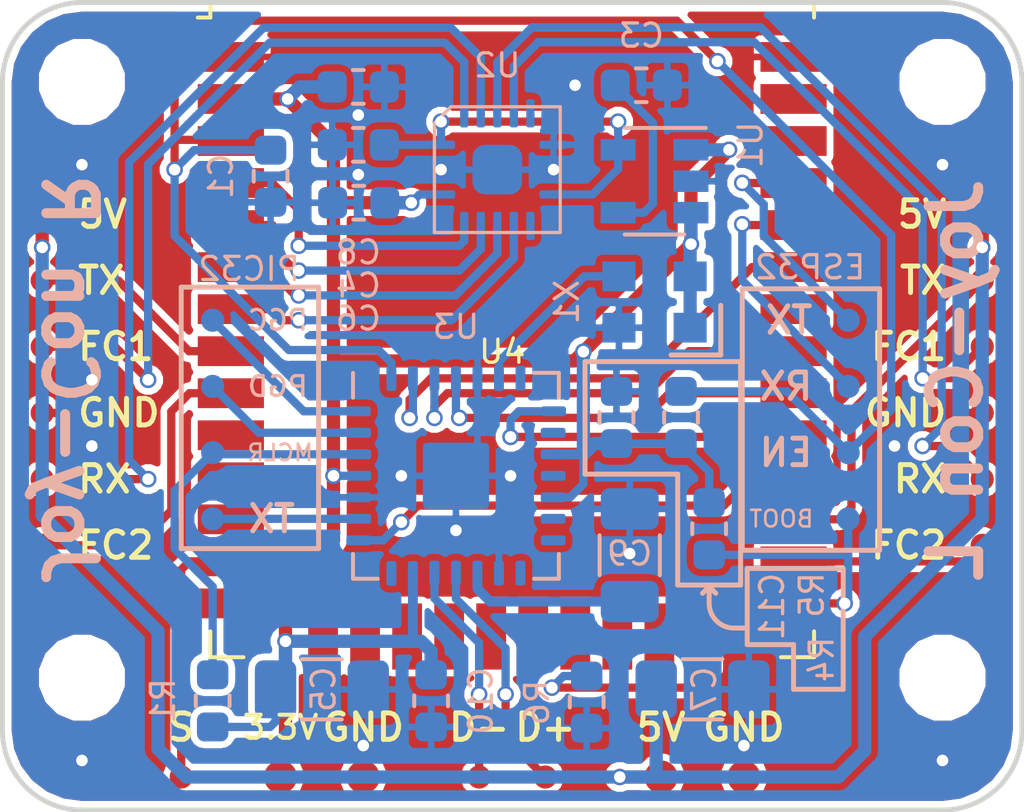
<source format=kicad_pcb>
(kicad_pcb (version 20171130) (host pcbnew "(5.0.1)-3")

  (general
    (thickness 1.6)
    (drawings 85)
    (tracks 323)
    (zones 0)
    (modules 50)
    (nets 61)
  )

  (page A4)
  (layers
    (0 F.Cu signal hide)
    (31 B.Cu signal)
    (32 B.Adhes user)
    (33 F.Adhes user)
    (34 B.Paste user)
    (35 F.Paste user)
    (36 B.SilkS user)
    (37 F.SilkS user)
    (38 B.Mask user)
    (39 F.Mask user)
    (40 Dwgs.User user)
    (41 Cmts.User user)
    (42 Eco1.User user)
    (43 Eco2.User user)
    (44 Edge.Cuts user)
    (45 Margin user)
    (46 B.CrtYd user)
    (47 F.CrtYd user)
    (48 B.Fab user)
    (49 F.Fab user)
  )

  (setup
    (last_trace_width 0.3)
    (user_trace_width 0.2)
    (user_trace_width 0.25)
    (user_trace_width 0.4)
    (user_trace_width 0.5)
    (trace_clearance 0.2)
    (zone_clearance 0.508)
    (zone_45_only no)
    (trace_min 0.2)
    (segment_width 0.15)
    (edge_width 0.15)
    (via_size 0.5)
    (via_drill 0.35)
    (via_min_size 0.4)
    (via_min_drill 0.3)
    (uvia_size 0.3)
    (uvia_drill 0.1)
    (uvias_allowed no)
    (uvia_min_size 0.2)
    (uvia_min_drill 0.1)
    (pcb_text_width 0.3)
    (pcb_text_size 1.5 1.5)
    (mod_edge_width 0.15)
    (mod_text_size 1 1)
    (mod_text_width 0.15)
    (pad_size 1.5 1.5)
    (pad_drill 0)
    (pad_to_mask_clearance 0.051)
    (aux_axis_origin 0 0)
    (visible_elements 7FF9FF7F)
    (pcbplotparams
      (layerselection 0x010fc_ffffffff)
      (usegerberextensions false)
      (usegerberattributes false)
      (usegerberadvancedattributes false)
      (creategerberjobfile false)
      (excludeedgelayer true)
      (linewidth 0.100000)
      (plotframeref false)
      (viasonmask false)
      (mode 1)
      (useauxorigin false)
      (hpglpennumber 1)
      (hpglpenspeed 20)
      (hpglpendiameter 15.000000)
      (psnegative false)
      (psa4output false)
      (plotreference true)
      (plotvalue true)
      (plotinvisibletext false)
      (padsonsilk false)
      (subtractmaskfromsilk false)
      (outputformat 1)
      (mirror false)
      (drillshape 1)
      (scaleselection 1)
      (outputdirectory ""))
  )

  (net 0 "")
  (net 1 GND)
  (net 2 "Net-(C3-Pad1)")
  (net 3 "Net-(C4-Pad2)")
  (net 4 +3V3)
  (net 5 +5V)
  (net 6 "Net-(C9-Pad1)")
  (net 7 MCLR)
  (net 8 EN)
  (net 9 BOOT)
  (net 10 "Net-(R6-Pad2)")
  (net 11 PGD)
  (net 12 PGC)
  (net 13 TX_Debug_ESP)
  (net 14 RX_Debug_ESP)
  (net 15 TX_R)
  (net 16 "Net-(TP14-Pad1)")
  (net 17 RX_EN_R)
  (net 18 TX_L)
  (net 19 "Net-(TP20-Pad1)")
  (net 20 RX_EN_L)
  (net 21 D+)
  (net 22 D-)
  (net 23 PAIR)
  (net 24 TX_Debug_PIC)
  (net 25 "Net-(U2-Pad6)")
  (net 26 "Net-(U2-Pad9)")
  (net 27 TX_EN_L)
  (net 28 RX_L)
  (net 29 TX_EN_R)
  (net 30 RX_R)
  (net 31 CS)
  (net 32 "Net-(U3-Pad6)")
  (net 33 SCK)
  (net 34 "Net-(U4-Pad14)")
  (net 35 "Net-(U4-Pad16)")
  (net 36 "Net-(U4-Pad17)")
  (net 37 "Net-(U4-Pad18)")
  (net 38 "Net-(U4-Pad19)")
  (net 39 "Net-(U4-Pad20)")
  (net 40 "Net-(U4-Pad21)")
  (net 41 "Net-(U4-Pad22)")
  (net 42 "Net-(U4-Pad23)")
  (net 43 "Net-(U4-Pad32)")
  (net 44 "Net-(U4-Pad36)")
  (net 45 "Net-(U3-Pad7)")
  (net 46 "Net-(U3-Pad9)")
  (net 47 "Net-(U3-Pad11)")
  (net 48 "Net-(U3-Pad13)")
  (net 49 "Net-(U3-Pad14)")
  (net 50 "Net-(U3-Pad15)")
  (net 51 "Net-(U4-Pad10)")
  (net 52 "Net-(U4-Pad11)")
  (net 53 "Net-(U4-Pad12)")
  (net 54 "Net-(TP12-Pad1)")
  (net 55 "Net-(TP18-Pad1)")
  (net 56 MISO)
  (net 57 MOSI)
  (net 58 SPI_EN)
  (net 59 "Net-(U3-Pad21)")
  (net 60 "Net-(U4-Pad37)")

  (net_class Default "This is the default net class."
    (clearance 0.2)
    (trace_width 0.3)
    (via_dia 0.5)
    (via_drill 0.35)
    (uvia_dia 0.3)
    (uvia_drill 0.1)
    (add_net +3V3)
    (add_net +5V)
    (add_net BOOT)
    (add_net CS)
    (add_net D+)
    (add_net D-)
    (add_net EN)
    (add_net GND)
    (add_net MCLR)
    (add_net MISO)
    (add_net MOSI)
    (add_net "Net-(C3-Pad1)")
    (add_net "Net-(C4-Pad2)")
    (add_net "Net-(C9-Pad1)")
    (add_net "Net-(R6-Pad2)")
    (add_net "Net-(TP12-Pad1)")
    (add_net "Net-(TP14-Pad1)")
    (add_net "Net-(TP18-Pad1)")
    (add_net "Net-(TP20-Pad1)")
    (add_net "Net-(U2-Pad6)")
    (add_net "Net-(U2-Pad9)")
    (add_net "Net-(U3-Pad11)")
    (add_net "Net-(U3-Pad13)")
    (add_net "Net-(U3-Pad14)")
    (add_net "Net-(U3-Pad15)")
    (add_net "Net-(U3-Pad21)")
    (add_net "Net-(U3-Pad6)")
    (add_net "Net-(U3-Pad7)")
    (add_net "Net-(U3-Pad9)")
    (add_net "Net-(U4-Pad10)")
    (add_net "Net-(U4-Pad11)")
    (add_net "Net-(U4-Pad12)")
    (add_net "Net-(U4-Pad14)")
    (add_net "Net-(U4-Pad16)")
    (add_net "Net-(U4-Pad17)")
    (add_net "Net-(U4-Pad18)")
    (add_net "Net-(U4-Pad19)")
    (add_net "Net-(U4-Pad20)")
    (add_net "Net-(U4-Pad21)")
    (add_net "Net-(U4-Pad22)")
    (add_net "Net-(U4-Pad23)")
    (add_net "Net-(U4-Pad32)")
    (add_net "Net-(U4-Pad36)")
    (add_net "Net-(U4-Pad37)")
    (add_net PAIR)
    (add_net PGC)
    (add_net PGD)
    (add_net RX_Debug_ESP)
    (add_net RX_EN_L)
    (add_net RX_EN_R)
    (add_net RX_L)
    (add_net RX_R)
    (add_net SCK)
    (add_net SPI_EN)
    (add_net TX_Debug_ESP)
    (add_net TX_Debug_PIC)
    (add_net TX_EN_L)
    (add_net TX_EN_R)
    (add_net TX_L)
    (add_net TX_R)
  )

  (module Package_DFN_QFN:QFN-28-1EP_6x6mm_P0.65mm_EP2.5x2.5mm (layer B.Cu) (tedit 5D604EBE) (tstamp 5D6C5D7E)
    (at 98.3 104.4 270)
    (descr "QFN, 28 Pin (http://ww1.microchip.com/downloads/en/PackagingSpec/00000049BQ.pdf (Page 289)), generated with kicad-footprint-generator ipc_dfn_qfn_generator.py")
    (tags "QFN DFN_QFN")
    (path /5D6062E1)
    (attr smd)
    (fp_text reference U3 (at 0 4.3 270) (layer B.SilkS) hide
      (effects (font (size 1 1) (thickness 0.15)) (justify mirror))
    )
    (fp_text value PIC32MX270F256B (at 0 -4.3 270) (layer B.Fab)
      (effects (font (size 1 1) (thickness 0.15)) (justify mirror))
    )
    (fp_line (start 2.36 3.11) (end 3.11 3.11) (layer B.SilkS) (width 0.12))
    (fp_line (start 3.11 3.11) (end 3.11 2.36) (layer B.SilkS) (width 0.12))
    (fp_line (start -2.36 -3.11) (end -3.11 -3.11) (layer B.SilkS) (width 0.12))
    (fp_line (start -3.11 -3.11) (end -3.11 -2.36) (layer B.SilkS) (width 0.12))
    (fp_line (start 2.36 -3.11) (end 3.11 -3.11) (layer B.SilkS) (width 0.12))
    (fp_line (start 3.11 -3.11) (end 3.11 -2.36) (layer B.SilkS) (width 0.12))
    (fp_line (start -2.36 3.11) (end -3.11 3.11) (layer B.SilkS) (width 0.12))
    (fp_line (start -2 3) (end 3 3) (layer B.Fab) (width 0.1))
    (fp_line (start 3 3) (end 3 -3) (layer B.Fab) (width 0.1))
    (fp_line (start 3 -3) (end -3 -3) (layer B.Fab) (width 0.1))
    (fp_line (start -3 -3) (end -3 2) (layer B.Fab) (width 0.1))
    (fp_line (start -3 2) (end -2 3) (layer B.Fab) (width 0.1))
    (fp_line (start -3.6 3.6) (end -3.6 -3.6) (layer B.CrtYd) (width 0.05))
    (fp_line (start -3.6 -3.6) (end 3.6 -3.6) (layer B.CrtYd) (width 0.05))
    (fp_line (start 3.6 -3.6) (end 3.6 3.6) (layer B.CrtYd) (width 0.05))
    (fp_line (start 3.6 3.6) (end -3.6 3.6) (layer B.CrtYd) (width 0.05))
    (fp_text user %R (at 0 0 270) (layer B.Fab)
      (effects (font (size 1 1) (thickness 0.15)) (justify mirror))
    )
    (pad 29 smd roundrect (at 0 0 270) (size 2 2) (layers B.Cu B.Mask) (roundrect_rratio 0.059)
      (net 1 GND))
    (pad "" smd roundrect (at 0 0 270) (size 1.14 1.14) (layers B.Paste) (roundrect_rratio 0.219298))
    (pad 1 smd roundrect (at -2.9375 1.95 270) (size 0.75 0.3) (layers B.Cu B.Paste B.Mask) (roundrect_rratio 0.25)
      (net 8 EN))
    (pad 2 smd roundrect (at -2.9375 1.3 270) (size 0.75 0.3) (layers B.Cu B.Paste B.Mask) (roundrect_rratio 0.25)
      (net 56 MISO))
    (pad 3 smd roundrect (at -2.9375 0.65 270) (size 0.75 0.3) (layers B.Cu B.Paste B.Mask) (roundrect_rratio 0.25)
      (net 57 MOSI))
    (pad 4 smd roundrect (at -2.9375 0 270) (size 0.75 0.3) (layers B.Cu B.Paste B.Mask) (roundrect_rratio 0.25)
      (net 31 CS))
    (pad 5 smd roundrect (at -2.9375 -0.65 270) (size 0.75 0.3) (layers B.Cu B.Paste B.Mask) (roundrect_rratio 0.25)
      (net 1 GND))
    (pad 6 smd roundrect (at -2.9375 -1.3 270) (size 0.75 0.3) (layers B.Cu B.Paste B.Mask) (roundrect_rratio 0.25)
      (net 32 "Net-(U3-Pad6)"))
    (pad 7 smd roundrect (at -2.95 -1.95 270) (size 0.75 0.3) (layers B.Cu B.Paste B.Mask) (roundrect_rratio 0.25)
      (net 45 "Net-(U3-Pad7)"))
    (pad 8 smd roundrect (at -1.95 -2.95 270) (size 0.3 0.75) (layers B.Cu B.Paste B.Mask) (roundrect_rratio 0.25)
      (net 58 SPI_EN))
    (pad 9 smd roundrect (at -1.3 -2.9375 270) (size 0.3 0.75) (layers B.Cu B.Paste B.Mask) (roundrect_rratio 0.25)
      (net 46 "Net-(U3-Pad9)"))
    (pad 10 smd roundrect (at -0.65 -2.9375 270) (size 0.3 0.75) (layers B.Cu B.Paste B.Mask) (roundrect_rratio 0.25)
      (net 4 +3V3))
    (pad 11 smd roundrect (at 0 -2.9375 270) (size 0.3 0.75) (layers B.Cu B.Paste B.Mask) (roundrect_rratio 0.25)
      (net 47 "Net-(U3-Pad11)"))
    (pad 12 smd roundrect (at 0.65 -2.9375 270) (size 0.3 0.75) (layers B.Cu B.Paste B.Mask) (roundrect_rratio 0.25)
      (net 4 +3V3))
    (pad 13 smd roundrect (at 1.3 -2.9375 270) (size 0.3 0.75) (layers B.Cu B.Paste B.Mask) (roundrect_rratio 0.25)
      (net 48 "Net-(U3-Pad13)"))
    (pad 14 smd roundrect (at 1.95 -2.9375 270) (size 0.3 0.75) (layers B.Cu B.Paste B.Mask) (roundrect_rratio 0.25)
      (net 49 "Net-(U3-Pad14)"))
    (pad 15 smd roundrect (at 2.9375 -1.95 270) (size 0.75 0.3) (layers B.Cu B.Paste B.Mask) (roundrect_rratio 0.25)
      (net 50 "Net-(U3-Pad15)"))
    (pad 16 smd roundrect (at 2.9375 -1.3 270) (size 0.75 0.3) (layers B.Cu B.Paste B.Mask) (roundrect_rratio 0.25)
      (net 1 GND))
    (pad 17 smd roundrect (at 2.9375 -0.65 270) (size 0.75 0.3) (layers B.Cu B.Paste B.Mask) (roundrect_rratio 0.25)
      (net 6 "Net-(C9-Pad1)"))
    (pad 18 smd roundrect (at 2.9375 0 270) (size 0.75 0.3) (layers B.Cu B.Paste B.Mask) (roundrect_rratio 0.25)
      (net 21 D+))
    (pad 19 smd roundrect (at 2.9375 0.65 270) (size 0.75 0.3) (layers B.Cu B.Paste B.Mask) (roundrect_rratio 0.25)
      (net 22 D-))
    (pad 20 smd roundrect (at 2.95 1.3 270) (size 0.75 0.3) (layers B.Cu B.Paste B.Mask) (roundrect_rratio 0.25)
      (net 4 +3V3))
    (pad 21 smd roundrect (at 2.95 1.95 270) (size 0.75 0.3) (layers B.Cu B.Paste B.Mask) (roundrect_rratio 0.25)
      (net 59 "Net-(U3-Pad21)"))
    (pad 22 smd roundrect (at 1.95 2.9375 270) (size 0.3 0.75) (layers B.Cu B.Paste B.Mask) (roundrect_rratio 0.25)
      (net 33 SCK))
    (pad 23 smd roundrect (at 1.3 2.9375 270) (size 0.3 0.75) (layers B.Cu B.Paste B.Mask) (roundrect_rratio 0.25)
      (net 24 TX_Debug_PIC))
    (pad 24 smd roundrect (at 0.65 2.9375 270) (size 0.3 0.75) (layers B.Cu B.Paste B.Mask) (roundrect_rratio 0.25)
      (net 1 GND))
    (pad 25 smd roundrect (at 0 2.9375 270) (size 0.3 0.75) (layers B.Cu B.Paste B.Mask) (roundrect_rratio 0.25)
      (net 4 +3V3))
    (pad 26 smd roundrect (at -0.65 2.9375 270) (size 0.3 0.75) (layers B.Cu B.Paste B.Mask) (roundrect_rratio 0.25)
      (net 7 MCLR))
    (pad 27 smd roundrect (at -1.3 2.9375 270) (size 0.3 0.75) (layers B.Cu B.Paste B.Mask) (roundrect_rratio 0.25)
      (net 11 PGD))
    (pad 28 smd roundrect (at -1.95 2.95 270) (size 0.3 0.75) (layers B.Cu B.Paste B.Mask) (roundrect_rratio 0.25)
      (net 12 PGC))
    (model ${KISYS3DMOD}/Package_DFN_QFN.3dshapes/QFN-28-1EP_6x6mm_P0.65mm_EP4.25x4.25mm.wrl
      (at (xyz 0 0 0))
      (scale (xyz 1 1 1))
      (rotate (xyz 0 0 0))
    )
  )

  (module RF_Module:ESP32-WROOM-32 (layer F.Cu) (tedit 5D24116D) (tstamp 5D3E81D1)
    (at 100 100)
    (descr "Single 2.4 GHz Wi-Fi and Bluetooth combo chip https://www.espressif.com/sites/default/files/documentation/esp32-wroom-32_datasheet_en.pdf")
    (tags "Single 2.4 GHz Wi-Fi and Bluetooth combo  chip")
    (path /5D60AF5B)
    (attr smd)
    (fp_text reference U4 (at -10.61 8.43 90) (layer F.SilkS) hide
      (effects (font (size 1 1) (thickness 0.15)))
    )
    (fp_text value ESP32-WROOM-32 (at 0 11.5) (layer F.Fab)
      (effects (font (size 1 1) (thickness 0.15)))
    )
    (fp_text user %R (at 0 0) (layer F.Fab)
      (effects (font (size 1 1) (thickness 0.15)))
    )
    (fp_text user "KEEP-OUT ZONE" (at 0 -19) (layer Cmts.User)
      (effects (font (size 1 1) (thickness 0.15)))
    )
    (fp_text user Antenna (at 0 -13) (layer Cmts.User)
      (effects (font (size 1 1) (thickness 0.15)))
    )
    (fp_text user "5 mm" (at 11.8 -14.375) (layer Cmts.User)
      (effects (font (size 0.5 0.5) (thickness 0.1)))
    )
    (fp_text user "5 mm" (at -11.2 -14.375) (layer Cmts.User)
      (effects (font (size 0.5 0.5) (thickness 0.1)))
    )
    (fp_text user "5 mm" (at 7.8 -19.075 90) (layer Cmts.User)
      (effects (font (size 0.5 0.5) (thickness 0.1)))
    )
    (fp_line (start -14 -9.97) (end -14 -20.75) (layer Dwgs.User) (width 0.1))
    (fp_line (start 9 9.76) (end 9 -15.745) (layer F.Fab) (width 0.1))
    (fp_line (start -9 9.76) (end 9 9.76) (layer F.Fab) (width 0.1))
    (fp_line (start -9 -15.745) (end -9 -10.02) (layer F.Fab) (width 0.1))
    (fp_line (start -9 -15.745) (end 9 -15.745) (layer F.Fab) (width 0.1))
    (fp_line (start -9.75 10.5) (end -9.75 -9.72) (layer F.CrtYd) (width 0.05))
    (fp_line (start -9.75 10.5) (end 9.75 10.5) (layer F.CrtYd) (width 0.05))
    (fp_line (start 9.75 -9.72) (end 9.75 10.5) (layer F.CrtYd) (width 0.05))
    (fp_line (start -14.25 -21) (end 14.25 -21) (layer F.CrtYd) (width 0.05))
    (fp_line (start -9 -9.02) (end -9 9.76) (layer F.Fab) (width 0.1))
    (fp_line (start -8.5 -9.52) (end -9 -10.02) (layer F.Fab) (width 0.1))
    (fp_line (start -9 -9.02) (end -8.5 -9.52) (layer F.Fab) (width 0.1))
    (fp_line (start 14 -9.97) (end -14 -9.97) (layer Dwgs.User) (width 0.1))
    (fp_line (start 14 -9.97) (end 14 -20.75) (layer Dwgs.User) (width 0.1))
    (fp_line (start 14 -20.75) (end -14 -20.75) (layer Dwgs.User) (width 0.1))
    (fp_line (start -14.25 -21) (end -14.25 -9.72) (layer F.CrtYd) (width 0.05))
    (fp_line (start 14.25 -21) (end 14.25 -9.72) (layer F.CrtYd) (width 0.05))
    (fp_line (start -14.25 -9.72) (end -9.75 -9.72) (layer F.CrtYd) (width 0.05))
    (fp_line (start 9.75 -9.72) (end 14.25 -9.72) (layer F.CrtYd) (width 0.05))
    (fp_line (start -12.525 -20.75) (end -14 -19.66) (layer Dwgs.User) (width 0.1))
    (fp_line (start -10.525 -20.75) (end -14 -18.045) (layer Dwgs.User) (width 0.1))
    (fp_line (start -8.525 -20.75) (end -14 -16.43) (layer Dwgs.User) (width 0.1))
    (fp_line (start -6.525 -20.75) (end -14 -14.815) (layer Dwgs.User) (width 0.1))
    (fp_line (start -4.525 -20.75) (end -14 -13.2) (layer Dwgs.User) (width 0.1))
    (fp_line (start -2.525 -20.75) (end -14 -11.585) (layer Dwgs.User) (width 0.1))
    (fp_line (start -0.525 -20.75) (end -14 -9.97) (layer Dwgs.User) (width 0.1))
    (fp_line (start 1.475 -20.75) (end -12 -9.97) (layer Dwgs.User) (width 0.1))
    (fp_line (start 3.475 -20.75) (end -10 -9.97) (layer Dwgs.User) (width 0.1))
    (fp_line (start -8 -9.97) (end 5.475 -20.75) (layer Dwgs.User) (width 0.1))
    (fp_line (start 7.475 -20.75) (end -6 -9.97) (layer Dwgs.User) (width 0.1))
    (fp_line (start 9.475 -20.75) (end -4 -9.97) (layer Dwgs.User) (width 0.1))
    (fp_line (start 11.475 -20.75) (end -2 -9.97) (layer Dwgs.User) (width 0.1))
    (fp_line (start 13.475 -20.75) (end 0 -9.97) (layer Dwgs.User) (width 0.1))
    (fp_line (start 14 -19.66) (end 2 -9.97) (layer Dwgs.User) (width 0.1))
    (fp_line (start 14 -18.045) (end 4 -9.97) (layer Dwgs.User) (width 0.1))
    (fp_line (start 14 -16.43) (end 6 -9.97) (layer Dwgs.User) (width 0.1))
    (fp_line (start 14 -14.815) (end 8 -9.97) (layer Dwgs.User) (width 0.1))
    (fp_line (start 14 -13.2) (end 10 -9.97) (layer Dwgs.User) (width 0.1))
    (fp_line (start 14 -11.585) (end 12 -9.97) (layer Dwgs.User) (width 0.1))
    (fp_line (start 9.2 -13.875) (end 13.8 -13.875) (layer Cmts.User) (width 0.1))
    (fp_line (start 13.8 -13.875) (end 13.6 -14.075) (layer Cmts.User) (width 0.1))
    (fp_line (start 13.8 -13.875) (end 13.6 -13.675) (layer Cmts.User) (width 0.1))
    (fp_line (start 9.2 -13.875) (end 9.4 -14.075) (layer Cmts.User) (width 0.1))
    (fp_line (start 9.2 -13.875) (end 9.4 -13.675) (layer Cmts.User) (width 0.1))
    (fp_line (start -13.8 -13.875) (end -13.6 -14.075) (layer Cmts.User) (width 0.1))
    (fp_line (start -13.8 -13.875) (end -13.6 -13.675) (layer Cmts.User) (width 0.1))
    (fp_line (start -9.2 -13.875) (end -9.4 -13.675) (layer Cmts.User) (width 0.1))
    (fp_line (start -13.8 -13.875) (end -9.2 -13.875) (layer Cmts.User) (width 0.1))
    (fp_line (start -9.2 -13.875) (end -9.4 -14.075) (layer Cmts.User) (width 0.1))
    (fp_line (start 8.4 -16) (end 8.2 -16.2) (layer Cmts.User) (width 0.1))
    (fp_line (start 8.4 -16) (end 8.6 -16.2) (layer Cmts.User) (width 0.1))
    (fp_line (start 8.4 -20.6) (end 8.6 -20.4) (layer Cmts.User) (width 0.1))
    (fp_line (start 8.4 -16) (end 8.4 -20.6) (layer Cmts.User) (width 0.1))
    (fp_line (start 8.4 -20.6) (end 8.2 -20.4) (layer Cmts.User) (width 0.1))
    (fp_line (start -9.12 9.1) (end -9.12 9.88) (layer F.SilkS) (width 0.12))
    (fp_line (start -9.12 9.88) (end -8.12 9.88) (layer F.SilkS) (width 0.12))
    (fp_line (start 9.12 9.1) (end 9.12 9.88) (layer F.SilkS) (width 0.12))
    (fp_line (start 9.12 9.88) (end 8.12 9.88) (layer F.SilkS) (width 0.12))
    (fp_line (start -9.12 -15.865) (end 9.12 -15.865) (layer F.SilkS) (width 0.12))
    (fp_line (start 9.12 -15.865) (end 9.12 -9.445) (layer F.SilkS) (width 0.12))
    (fp_line (start -9.12 -15.865) (end -9.12 -9.445) (layer F.SilkS) (width 0.12))
    (fp_line (start -9.12 -9.445) (end -9.5 -9.445) (layer F.SilkS) (width 0.12))
    (pad 1 smd rect (at -8.5 -8.255) (size 2 0.9) (layers F.Cu F.Paste F.Mask)
      (net 1 GND))
    (pad 2 smd rect (at -8.5 -6.985) (size 2 0.9) (layers F.Cu F.Paste F.Mask)
      (net 4 +3V3))
    (pad 3 smd rect (at -8.5 -5.715) (size 2 0.9) (layers F.Cu F.Paste F.Mask)
      (net 8 EN))
    (pad 4 smd rect (at -8.5 -4.445) (size 2 0.9) (layers F.Cu F.Paste F.Mask)
      (net 29 TX_EN_R))
    (pad 5 smd rect (at -8.5 -3.175) (size 2 0.9) (layers F.Cu F.Paste F.Mask)
      (net 30 RX_R))
    (pad 6 smd rect (at -8.5 -1.905) (size 2 0.9) (layers F.Cu F.Paste F.Mask)
      (net 28 RX_L))
    (pad 7 smd rect (at -8.5 -0.635) (size 2 0.9) (layers F.Cu F.Paste F.Mask)
      (net 27 TX_EN_L))
    (pad 8 smd rect (at -8.5 0.635) (size 2 0.9) (layers F.Cu F.Paste F.Mask)
      (net 15 TX_R))
    (pad 9 smd rect (at -8.5 1.905) (size 2 0.9) (layers F.Cu F.Paste F.Mask)
      (net 17 RX_EN_R))
    (pad 10 smd rect (at -8.5 3.175) (size 2 0.9) (layers F.Cu F.Paste F.Mask)
      (net 51 "Net-(U4-Pad10)"))
    (pad 11 smd rect (at -8.5 4.445) (size 2 0.9) (layers F.Cu F.Paste F.Mask)
      (net 52 "Net-(U4-Pad11)"))
    (pad 12 smd rect (at -8.5 5.715) (size 2 0.9) (layers F.Cu F.Paste F.Mask)
      (net 53 "Net-(U4-Pad12)"))
    (pad 13 smd rect (at -8.5 6.985) (size 2 0.9) (layers F.Cu F.Paste F.Mask)
      (net 23 PAIR))
    (pad 14 smd rect (at -8.5 8.255) (size 2 0.9) (layers F.Cu F.Paste F.Mask)
      (net 34 "Net-(U4-Pad14)"))
    (pad 15 smd rect (at -5.715 9.255 90) (size 2 0.9) (layers F.Cu F.Paste F.Mask)
      (net 1 GND))
    (pad 16 smd rect (at -4.445 9.255 90) (size 2 0.9) (layers F.Cu F.Paste F.Mask)
      (net 35 "Net-(U4-Pad16)"))
    (pad 17 smd rect (at -3.175 9.255 90) (size 2 0.9) (layers F.Cu F.Paste F.Mask)
      (net 36 "Net-(U4-Pad17)"))
    (pad 18 smd rect (at -1.905 9.255 90) (size 2 0.9) (layers F.Cu F.Paste F.Mask)
      (net 37 "Net-(U4-Pad18)"))
    (pad 19 smd rect (at -0.635 9.255 90) (size 2 0.9) (layers F.Cu F.Paste F.Mask)
      (net 38 "Net-(U4-Pad19)"))
    (pad 20 smd rect (at 0.635 9.255 90) (size 2 0.9) (layers F.Cu F.Paste F.Mask)
      (net 39 "Net-(U4-Pad20)"))
    (pad 21 smd rect (at 1.905 9.255 90) (size 2 0.9) (layers F.Cu F.Paste F.Mask)
      (net 40 "Net-(U4-Pad21)"))
    (pad 22 smd rect (at 3.175 9.255 90) (size 2 0.9) (layers F.Cu F.Paste F.Mask)
      (net 41 "Net-(U4-Pad22)"))
    (pad 23 smd rect (at 4.445 9.255 90) (size 2 0.9) (layers F.Cu F.Paste F.Mask)
      (net 42 "Net-(U4-Pad23)"))
    (pad 24 smd rect (at 5.715 9.255 90) (size 2 0.9) (layers F.Cu F.Paste F.Mask)
      (net 10 "Net-(R6-Pad2)"))
    (pad 25 smd rect (at 8.5 8.255) (size 2 0.9) (layers F.Cu F.Paste F.Mask)
      (net 9 BOOT))
    (pad 26 smd rect (at 8.5 6.985) (size 2 0.9) (layers F.Cu F.Paste F.Mask)
      (net 20 RX_EN_L))
    (pad 27 smd rect (at 8.5 5.715) (size 2 0.9) (layers F.Cu F.Paste F.Mask)
      (net 18 TX_L))
    (pad 28 smd rect (at 8.5 4.445) (size 2 0.9) (layers F.Cu F.Paste F.Mask)
      (net 33 SCK))
    (pad 29 smd rect (at 8.5 3.175) (size 2 0.9) (layers F.Cu F.Paste F.Mask)
      (net 58 SPI_EN))
    (pad 30 smd rect (at 8.5 1.905) (size 2 0.9) (layers F.Cu F.Paste F.Mask)
      (net 31 CS))
    (pad 31 smd rect (at 8.5 0.635) (size 2 0.9) (layers F.Cu F.Paste F.Mask)
      (net 57 MOSI))
    (pad 32 smd rect (at 8.5 -0.635) (size 2 0.9) (layers F.Cu F.Paste F.Mask)
      (net 43 "Net-(U4-Pad32)"))
    (pad 33 smd rect (at 8.5 -1.905) (size 2 0.9) (layers F.Cu F.Paste F.Mask)
      (net 56 MISO))
    (pad 34 smd rect (at 8.5 -3.175) (size 2 0.9) (layers F.Cu F.Paste F.Mask)
      (net 14 RX_Debug_ESP))
    (pad 35 smd rect (at 8.5 -4.445) (size 2 0.9) (layers F.Cu F.Paste F.Mask)
      (net 13 TX_Debug_ESP))
    (pad 36 smd rect (at 8.5 -5.715) (size 2 0.9) (layers F.Cu F.Paste F.Mask)
      (net 44 "Net-(U4-Pad36)"))
    (pad 37 smd rect (at 8.5 -6.985) (size 2 0.9) (layers F.Cu F.Paste F.Mask)
      (net 60 "Net-(U4-Pad37)"))
    (pad 38 smd rect (at 8.5 -8.255) (size 2 0.9) (layers F.Cu F.Paste F.Mask)
      (net 1 GND))
    (model ${KISYS3DMOD}/RF_Module.3dshapes/ESP32-WROOM-32.wrl
      (at (xyz 0 0 0))
      (scale (xyz 1 1 1))
      (rotate (xyz 0 0 0))
    )
  )

  (module MountingHole:MountingHole_2.2mm_M2 (layer F.Cu) (tedit 5D23F570) (tstamp 5D260F2B)
    (at 113 92.5)
    (descr "Mounting Hole 2.2mm, no annular, M2")
    (tags "mounting hole 2.2mm no annular m2")
    (attr virtual)
    (fp_text reference REF** (at 0 -3.2) (layer F.SilkS) hide
      (effects (font (size 1 1) (thickness 0.15)))
    )
    (fp_text value MountingHole_2.2mm_M2 (at 0 3.2) (layer F.Fab)
      (effects (font (size 1 1) (thickness 0.15)))
    )
    (fp_text user %R (at 0.3 0) (layer F.Fab)
      (effects (font (size 1 1) (thickness 0.15)))
    )
    (fp_circle (center 0 0) (end 2.2 0) (layer Cmts.User) (width 0.15))
    (fp_circle (center 0 0) (end 2.45 0) (layer F.CrtYd) (width 0.05))
    (pad 1 np_thru_hole circle (at 0 0) (size 2.2 2.2) (drill 2.2) (layers *.Cu *.Mask))
  )

  (module MountingHole:MountingHole_2.2mm_M2 (layer F.Cu) (tedit 5D23F563) (tstamp 5D260F65)
    (at 113 110.5)
    (descr "Mounting Hole 2.2mm, no annular, M2")
    (tags "mounting hole 2.2mm no annular m2")
    (attr virtual)
    (fp_text reference REF** (at 0 -3.2) (layer F.SilkS) hide
      (effects (font (size 1 1) (thickness 0.15)))
    )
    (fp_text value MountingHole_2.2mm_M2 (at 0 3.2) (layer F.Fab)
      (effects (font (size 1 1) (thickness 0.15)))
    )
    (fp_circle (center 0 0) (end 2.45 0) (layer F.CrtYd) (width 0.05))
    (fp_circle (center 0 0) (end 2.2 0) (layer Cmts.User) (width 0.15))
    (fp_text user %R (at 0.3 0) (layer F.Fab)
      (effects (font (size 1 1) (thickness 0.15)))
    )
    (pad 1 np_thru_hole circle (at 0 0) (size 2.2 2.2) (drill 2.2) (layers *.Cu *.Mask))
  )

  (module MountingHole:MountingHole_2.2mm_M2 (layer F.Cu) (tedit 5D23F560) (tstamp 5D260F82)
    (at 87 110.5)
    (descr "Mounting Hole 2.2mm, no annular, M2")
    (tags "mounting hole 2.2mm no annular m2")
    (attr virtual)
    (fp_text reference REF** (at 0 -3.2) (layer F.SilkS) hide
      (effects (font (size 1 1) (thickness 0.15)))
    )
    (fp_text value MountingHole_2.2mm_M2 (at 0 3.2) (layer F.Fab)
      (effects (font (size 1 1) (thickness 0.15)))
    )
    (fp_text user %R (at 0.3 0) (layer F.Fab)
      (effects (font (size 1 1) (thickness 0.15)))
    )
    (fp_circle (center 0 0) (end 2.2 0) (layer Cmts.User) (width 0.15))
    (fp_circle (center 0 0) (end 2.45 0) (layer F.CrtYd) (width 0.05))
    (pad 1 np_thru_hole circle (at 0 0) (size 2.2 2.2) (drill 2.2) (layers *.Cu *.Mask))
  )

  (module Capacitor_SMD:C_0603_1608Metric (layer B.Cu) (tedit 5D23D7DD) (tstamp 5D255892)
    (at 103.9 92.6)
    (descr "Capacitor SMD 0603 (1608 Metric), square (rectangular) end terminal, IPC_7351 nominal, (Body size source: http://www.tortai-tech.com/upload/download/2011102023233369053.pdf), generated with kicad-footprint-generator")
    (tags capacitor)
    (path /5D23C000)
    (attr smd)
    (fp_text reference C3 (at 0 1.43) (layer B.SilkS) hide
      (effects (font (size 1 1) (thickness 0.15)) (justify mirror))
    )
    (fp_text value 22nF (at 0 -1.43) (layer B.Fab)
      (effects (font (size 1 1) (thickness 0.15)) (justify mirror))
    )
    (fp_text user %R (at 0 0) (layer B.Fab)
      (effects (font (size 0.4 0.4) (thickness 0.06)) (justify mirror))
    )
    (fp_line (start 1.48 -0.73) (end -1.48 -0.73) (layer B.CrtYd) (width 0.05))
    (fp_line (start 1.48 0.73) (end 1.48 -0.73) (layer B.CrtYd) (width 0.05))
    (fp_line (start -1.48 0.73) (end 1.48 0.73) (layer B.CrtYd) (width 0.05))
    (fp_line (start -1.48 -0.73) (end -1.48 0.73) (layer B.CrtYd) (width 0.05))
    (fp_line (start -0.162779 -0.51) (end 0.162779 -0.51) (layer B.SilkS) (width 0.12))
    (fp_line (start -0.162779 0.51) (end 0.162779 0.51) (layer B.SilkS) (width 0.12))
    (fp_line (start 0.8 -0.4) (end -0.8 -0.4) (layer B.Fab) (width 0.1))
    (fp_line (start 0.8 0.4) (end 0.8 -0.4) (layer B.Fab) (width 0.1))
    (fp_line (start -0.8 0.4) (end 0.8 0.4) (layer B.Fab) (width 0.1))
    (fp_line (start -0.8 -0.4) (end -0.8 0.4) (layer B.Fab) (width 0.1))
    (pad 2 smd roundrect (at 0.7875 0) (size 0.875 0.95) (layers B.Cu B.Paste B.Mask) (roundrect_rratio 0.25)
      (net 1 GND))
    (pad 1 smd roundrect (at -0.7875 0) (size 0.875 0.95) (layers B.Cu B.Paste B.Mask) (roundrect_rratio 0.25)
      (net 2 "Net-(C3-Pad1)"))
    (model ${KISYS3DMOD}/Capacitor_SMD.3dshapes/C_0603_1608Metric.wrl
      (at (xyz 0 0 0))
      (scale (xyz 1 1 1))
      (rotate (xyz 0 0 0))
    )
  )

  (module Capacitor_SMD:C_0603_1608Metric (layer B.Cu) (tedit 5D23D85B) (tstamp 5D3E62FA)
    (at 95.35 94.4)
    (descr "Capacitor SMD 0603 (1608 Metric), square (rectangular) end terminal, IPC_7351 nominal, (Body size source: http://www.tortai-tech.com/upload/download/2011102023233369053.pdf), generated with kicad-footprint-generator")
    (tags capacitor)
    (path /5D23D451)
    (attr smd)
    (fp_text reference C4 (at 0 1.43) (layer B.SilkS) hide
      (effects (font (size 1 1) (thickness 0.15)) (justify mirror))
    )
    (fp_text value 1uF (at 0 -1.43) (layer B.Fab)
      (effects (font (size 1 1) (thickness 0.15)) (justify mirror))
    )
    (fp_line (start -0.8 -0.4) (end -0.8 0.4) (layer B.Fab) (width 0.1))
    (fp_line (start -0.8 0.4) (end 0.8 0.4) (layer B.Fab) (width 0.1))
    (fp_line (start 0.8 0.4) (end 0.8 -0.4) (layer B.Fab) (width 0.1))
    (fp_line (start 0.8 -0.4) (end -0.8 -0.4) (layer B.Fab) (width 0.1))
    (fp_line (start -0.162779 0.51) (end 0.162779 0.51) (layer B.SilkS) (width 0.12))
    (fp_line (start -0.162779 -0.51) (end 0.162779 -0.51) (layer B.SilkS) (width 0.12))
    (fp_line (start -1.48 -0.73) (end -1.48 0.73) (layer B.CrtYd) (width 0.05))
    (fp_line (start -1.48 0.73) (end 1.48 0.73) (layer B.CrtYd) (width 0.05))
    (fp_line (start 1.48 0.73) (end 1.48 -0.73) (layer B.CrtYd) (width 0.05))
    (fp_line (start 1.48 -0.73) (end -1.48 -0.73) (layer B.CrtYd) (width 0.05))
    (fp_text user %R (at 0 0) (layer B.Fab)
      (effects (font (size 0.4 0.4) (thickness 0.06)) (justify mirror))
    )
    (pad 1 smd roundrect (at -0.7875 0) (size 0.875 0.95) (layers B.Cu B.Paste B.Mask) (roundrect_rratio 0.25)
      (net 1 GND))
    (pad 2 smd roundrect (at 0.7875 0) (size 0.875 0.95) (layers B.Cu B.Paste B.Mask) (roundrect_rratio 0.25)
      (net 3 "Net-(C4-Pad2)"))
    (model ${KISYS3DMOD}/Capacitor_SMD.3dshapes/C_0603_1608Metric.wrl
      (at (xyz 0 0 0))
      (scale (xyz 1 1 1))
      (rotate (xyz 0 0 0))
    )
  )

  (module Capacitor_SMD:C_1206_3216Metric (layer B.Cu) (tedit 5D23D8B3) (tstamp 5D3E51CC)
    (at 94.25 110.85 180)
    (descr "Capacitor SMD 1206 (3216 Metric), square (rectangular) end terminal, IPC_7351 nominal, (Body size source: http://www.tortai-tech.com/upload/download/2011102023233369053.pdf), generated with kicad-footprint-generator")
    (tags capacitor)
    (path /5D24BA93)
    (attr smd)
    (fp_text reference C5 (at 0 1.82 180) (layer B.SilkS) hide
      (effects (font (size 1 1) (thickness 0.15)) (justify mirror))
    )
    (fp_text value 10uF (at 0 -1.82 180) (layer B.Fab)
      (effects (font (size 1 1) (thickness 0.15)) (justify mirror))
    )
    (fp_text user %R (at 0 0 180) (layer B.Fab)
      (effects (font (size 0.8 0.8) (thickness 0.12)) (justify mirror))
    )
    (fp_line (start 2.28 -1.12) (end -2.28 -1.12) (layer B.CrtYd) (width 0.05))
    (fp_line (start 2.28 1.12) (end 2.28 -1.12) (layer B.CrtYd) (width 0.05))
    (fp_line (start -2.28 1.12) (end 2.28 1.12) (layer B.CrtYd) (width 0.05))
    (fp_line (start -2.28 -1.12) (end -2.28 1.12) (layer B.CrtYd) (width 0.05))
    (fp_line (start -0.602064 -0.91) (end 0.602064 -0.91) (layer B.SilkS) (width 0.12))
    (fp_line (start -0.602064 0.91) (end 0.602064 0.91) (layer B.SilkS) (width 0.12))
    (fp_line (start 1.6 -0.8) (end -1.6 -0.8) (layer B.Fab) (width 0.1))
    (fp_line (start 1.6 0.8) (end 1.6 -0.8) (layer B.Fab) (width 0.1))
    (fp_line (start -1.6 0.8) (end 1.6 0.8) (layer B.Fab) (width 0.1))
    (fp_line (start -1.6 -0.8) (end -1.6 0.8) (layer B.Fab) (width 0.1))
    (pad 2 smd roundrect (at 1.4 0 180) (size 1.25 1.75) (layers B.Cu B.Paste B.Mask) (roundrect_rratio 0.2)
      (net 4 +3V3))
    (pad 1 smd roundrect (at -1.4 0 180) (size 1.25 1.75) (layers B.Cu B.Paste B.Mask) (roundrect_rratio 0.2)
      (net 1 GND))
    (model ${KISYS3DMOD}/Capacitor_SMD.3dshapes/C_1206_3216Metric.wrl
      (at (xyz 0 0 0))
      (scale (xyz 1 1 1))
      (rotate (xyz 0 0 0))
    )
  )

  (module Capacitor_SMD:C_0603_1608Metric (layer B.Cu) (tedit 5D23D7D4) (tstamp 5D3DBD9D)
    (at 95.3625 96.15 180)
    (descr "Capacitor SMD 0603 (1608 Metric), square (rectangular) end terminal, IPC_7351 nominal, (Body size source: http://www.tortai-tech.com/upload/download/2011102023233369053.pdf), generated with kicad-footprint-generator")
    (tags capacitor)
    (path /5D23D49D)
    (attr smd)
    (fp_text reference C6 (at 0 1.43 180) (layer B.SilkS) hide
      (effects (font (size 1 1) (thickness 0.15)) (justify mirror))
    )
    (fp_text value 1uF (at 0 -1.43 180) (layer B.Fab)
      (effects (font (size 1 1) (thickness 0.15)) (justify mirror))
    )
    (fp_text user %R (at 0 0 180) (layer B.Fab)
      (effects (font (size 0.4 0.4) (thickness 0.06)) (justify mirror))
    )
    (fp_line (start 1.48 -0.73) (end -1.48 -0.73) (layer B.CrtYd) (width 0.05))
    (fp_line (start 1.48 0.73) (end 1.48 -0.73) (layer B.CrtYd) (width 0.05))
    (fp_line (start -1.48 0.73) (end 1.48 0.73) (layer B.CrtYd) (width 0.05))
    (fp_line (start -1.48 -0.73) (end -1.48 0.73) (layer B.CrtYd) (width 0.05))
    (fp_line (start -0.162779 -0.51) (end 0.162779 -0.51) (layer B.SilkS) (width 0.12))
    (fp_line (start -0.162779 0.51) (end 0.162779 0.51) (layer B.SilkS) (width 0.12))
    (fp_line (start 0.8 -0.4) (end -0.8 -0.4) (layer B.Fab) (width 0.1))
    (fp_line (start 0.8 0.4) (end 0.8 -0.4) (layer B.Fab) (width 0.1))
    (fp_line (start -0.8 0.4) (end 0.8 0.4) (layer B.Fab) (width 0.1))
    (fp_line (start -0.8 -0.4) (end -0.8 0.4) (layer B.Fab) (width 0.1))
    (pad 2 smd roundrect (at 0.7875 0 180) (size 0.875 0.95) (layers B.Cu B.Paste B.Mask) (roundrect_rratio 0.25)
      (net 1 GND))
    (pad 1 smd roundrect (at -0.7875 0 180) (size 0.875 0.95) (layers B.Cu B.Paste B.Mask) (roundrect_rratio 0.25)
      (net 4 +3V3))
    (model ${KISYS3DMOD}/Capacitor_SMD.3dshapes/C_0603_1608Metric.wrl
      (at (xyz 0 0 0))
      (scale (xyz 1 1 1))
      (rotate (xyz 0 0 0))
    )
  )

  (module Capacitor_SMD:C_1206_3216Metric (layer B.Cu) (tedit 5D23D8B8) (tstamp 5D3DBE6F)
    (at 105.75 110.85 180)
    (descr "Capacitor SMD 1206 (3216 Metric), square (rectangular) end terminal, IPC_7351 nominal, (Body size source: http://www.tortai-tech.com/upload/download/2011102023233369053.pdf), generated with kicad-footprint-generator")
    (tags capacitor)
    (path /5D24DA47)
    (attr smd)
    (fp_text reference C7 (at 0 1.82 180) (layer B.SilkS) hide
      (effects (font (size 1 1) (thickness 0.15)) (justify mirror))
    )
    (fp_text value 10uF (at 0 -1.82 180) (layer B.Fab)
      (effects (font (size 1 1) (thickness 0.15)) (justify mirror))
    )
    (fp_line (start -1.6 -0.8) (end -1.6 0.8) (layer B.Fab) (width 0.1))
    (fp_line (start -1.6 0.8) (end 1.6 0.8) (layer B.Fab) (width 0.1))
    (fp_line (start 1.6 0.8) (end 1.6 -0.8) (layer B.Fab) (width 0.1))
    (fp_line (start 1.6 -0.8) (end -1.6 -0.8) (layer B.Fab) (width 0.1))
    (fp_line (start -0.602064 0.91) (end 0.602064 0.91) (layer B.SilkS) (width 0.12))
    (fp_line (start -0.602064 -0.91) (end 0.602064 -0.91) (layer B.SilkS) (width 0.12))
    (fp_line (start -2.28 -1.12) (end -2.28 1.12) (layer B.CrtYd) (width 0.05))
    (fp_line (start -2.28 1.12) (end 2.28 1.12) (layer B.CrtYd) (width 0.05))
    (fp_line (start 2.28 1.12) (end 2.28 -1.12) (layer B.CrtYd) (width 0.05))
    (fp_line (start 2.28 -1.12) (end -2.28 -1.12) (layer B.CrtYd) (width 0.05))
    (fp_text user %R (at 0 0 180) (layer B.Fab)
      (effects (font (size 0.8 0.8) (thickness 0.12)) (justify mirror))
    )
    (pad 1 smd roundrect (at -1.4 0 180) (size 1.25 1.75) (layers B.Cu B.Paste B.Mask) (roundrect_rratio 0.2)
      (net 1 GND))
    (pad 2 smd roundrect (at 1.4 0 180) (size 1.25 1.75) (layers B.Cu B.Paste B.Mask) (roundrect_rratio 0.2)
      (net 5 +5V))
    (model ${KISYS3DMOD}/Capacitor_SMD.3dshapes/C_1206_3216Metric.wrl
      (at (xyz 0 0 0))
      (scale (xyz 1 1 1))
      (rotate (xyz 0 0 0))
    )
  )

  (module Capacitor_SMD:C_0603_1608Metric (layer B.Cu) (tedit 5D23D89D) (tstamp 5D5F0FB1)
    (at 95.35 92.65)
    (descr "Capacitor SMD 0603 (1608 Metric), square (rectangular) end terminal, IPC_7351 nominal, (Body size source: http://www.tortai-tech.com/upload/download/2011102023233369053.pdf), generated with kicad-footprint-generator")
    (tags capacitor)
    (path /5D246B3F)
    (attr smd)
    (fp_text reference C8 (at 0 1.43 180) (layer B.SilkS) hide
      (effects (font (size 1 1) (thickness 0.15)) (justify mirror))
    )
    (fp_text value 1uF (at 0 -1.43 180) (layer B.Fab)
      (effects (font (size 1 1) (thickness 0.15)) (justify mirror))
    )
    (fp_line (start -0.8 -0.4) (end -0.8 0.4) (layer B.Fab) (width 0.1))
    (fp_line (start -0.8 0.4) (end 0.8 0.4) (layer B.Fab) (width 0.1))
    (fp_line (start 0.8 0.4) (end 0.8 -0.4) (layer B.Fab) (width 0.1))
    (fp_line (start 0.8 -0.4) (end -0.8 -0.4) (layer B.Fab) (width 0.1))
    (fp_line (start -0.162779 0.51) (end 0.162779 0.51) (layer B.SilkS) (width 0.12))
    (fp_line (start -0.162779 -0.51) (end 0.162779 -0.51) (layer B.SilkS) (width 0.12))
    (fp_line (start -1.48 -0.73) (end -1.48 0.73) (layer B.CrtYd) (width 0.05))
    (fp_line (start -1.48 0.73) (end 1.48 0.73) (layer B.CrtYd) (width 0.05))
    (fp_line (start 1.48 0.73) (end 1.48 -0.73) (layer B.CrtYd) (width 0.05))
    (fp_line (start 1.48 -0.73) (end -1.48 -0.73) (layer B.CrtYd) (width 0.05))
    (fp_text user %R (at 0 0 180) (layer B.Fab)
      (effects (font (size 0.4 0.4) (thickness 0.06)) (justify mirror))
    )
    (pad 1 smd roundrect (at -0.7875 0) (size 0.875 0.95) (layers B.Cu B.Paste B.Mask) (roundrect_rratio 0.25)
      (net 4 +3V3))
    (pad 2 smd roundrect (at 0.7875 0) (size 0.875 0.95) (layers B.Cu B.Paste B.Mask) (roundrect_rratio 0.25)
      (net 1 GND))
    (model ${KISYS3DMOD}/Capacitor_SMD.3dshapes/C_0603_1608Metric.wrl
      (at (xyz 0 0 0))
      (scale (xyz 1 1 1))
      (rotate (xyz 0 0 0))
    )
  )

  (module Capacitor_SMD:C_1206_3216Metric (layer B.Cu) (tedit 5D23D8B0) (tstamp 5D3E87EC)
    (at 103.55 106.8 90)
    (descr "Capacitor SMD 1206 (3216 Metric), square (rectangular) end terminal, IPC_7351 nominal, (Body size source: http://www.tortai-tech.com/upload/download/2011102023233369053.pdf), generated with kicad-footprint-generator")
    (tags capacitor)
    (path /5D23AD9A)
    (attr smd)
    (fp_text reference C9 (at 0 1.82 90) (layer B.SilkS) hide
      (effects (font (size 1 1) (thickness 0.15)) (justify mirror))
    )
    (fp_text value 10uF (at 0 -1.82 90) (layer B.Fab)
      (effects (font (size 1 1) (thickness 0.15)) (justify mirror))
    )
    (fp_line (start -1.6 -0.8) (end -1.6 0.8) (layer B.Fab) (width 0.1))
    (fp_line (start -1.6 0.8) (end 1.6 0.8) (layer B.Fab) (width 0.1))
    (fp_line (start 1.6 0.8) (end 1.6 -0.8) (layer B.Fab) (width 0.1))
    (fp_line (start 1.6 -0.8) (end -1.6 -0.8) (layer B.Fab) (width 0.1))
    (fp_line (start -0.602064 0.91) (end 0.602064 0.91) (layer B.SilkS) (width 0.12))
    (fp_line (start -0.602064 -0.91) (end 0.602064 -0.91) (layer B.SilkS) (width 0.12))
    (fp_line (start -2.28 -1.12) (end -2.28 1.12) (layer B.CrtYd) (width 0.05))
    (fp_line (start -2.28 1.12) (end 2.28 1.12) (layer B.CrtYd) (width 0.05))
    (fp_line (start 2.28 1.12) (end 2.28 -1.12) (layer B.CrtYd) (width 0.05))
    (fp_line (start 2.28 -1.12) (end -2.28 -1.12) (layer B.CrtYd) (width 0.05))
    (fp_text user %R (at 0 0 90) (layer B.Fab)
      (effects (font (size 0.8 0.8) (thickness 0.12)) (justify mirror))
    )
    (pad 1 smd roundrect (at -1.4 0 90) (size 1.25 1.75) (layers B.Cu B.Paste B.Mask) (roundrect_rratio 0.2)
      (net 6 "Net-(C9-Pad1)"))
    (pad 2 smd roundrect (at 1.4 0 90) (size 1.25 1.75) (layers B.Cu B.Paste B.Mask) (roundrect_rratio 0.2)
      (net 1 GND))
    (model ${KISYS3DMOD}/Capacitor_SMD.3dshapes/C_1206_3216Metric.wrl
      (at (xyz 0 0 0))
      (scale (xyz 1 1 1))
      (rotate (xyz 0 0 0))
    )
  )

  (module Capacitor_SMD:C_0603_1608Metric (layer B.Cu) (tedit 5D23D7D0) (tstamp 5D3E58DB)
    (at 97.55 111.2 270)
    (descr "Capacitor SMD 0603 (1608 Metric), square (rectangular) end terminal, IPC_7351 nominal, (Body size source: http://www.tortai-tech.com/upload/download/2011102023233369053.pdf), generated with kicad-footprint-generator")
    (tags capacitor)
    (path /5D23B0FE)
    (attr smd)
    (fp_text reference C10 (at 0 1.43 270) (layer B.SilkS) hide
      (effects (font (size 1 1) (thickness 0.15)) (justify mirror))
    )
    (fp_text value 0.1uF (at 0 -1.43 270) (layer B.Fab)
      (effects (font (size 1 1) (thickness 0.15)) (justify mirror))
    )
    (fp_text user %R (at 0 0 270) (layer B.Fab)
      (effects (font (size 0.4 0.4) (thickness 0.06)) (justify mirror))
    )
    (fp_line (start 1.48 -0.73) (end -1.48 -0.73) (layer B.CrtYd) (width 0.05))
    (fp_line (start 1.48 0.73) (end 1.48 -0.73) (layer B.CrtYd) (width 0.05))
    (fp_line (start -1.48 0.73) (end 1.48 0.73) (layer B.CrtYd) (width 0.05))
    (fp_line (start -1.48 -0.73) (end -1.48 0.73) (layer B.CrtYd) (width 0.05))
    (fp_line (start -0.162779 -0.51) (end 0.162779 -0.51) (layer B.SilkS) (width 0.12))
    (fp_line (start -0.162779 0.51) (end 0.162779 0.51) (layer B.SilkS) (width 0.12))
    (fp_line (start 0.8 -0.4) (end -0.8 -0.4) (layer B.Fab) (width 0.1))
    (fp_line (start 0.8 0.4) (end 0.8 -0.4) (layer B.Fab) (width 0.1))
    (fp_line (start -0.8 0.4) (end 0.8 0.4) (layer B.Fab) (width 0.1))
    (fp_line (start -0.8 -0.4) (end -0.8 0.4) (layer B.Fab) (width 0.1))
    (pad 2 smd roundrect (at 0.7875 0 270) (size 0.875 0.95) (layers B.Cu B.Paste B.Mask) (roundrect_rratio 0.25)
      (net 1 GND))
    (pad 1 smd roundrect (at -0.7875 0 270) (size 0.875 0.95) (layers B.Cu B.Paste B.Mask) (roundrect_rratio 0.25)
      (net 4 +3V3))
    (model ${KISYS3DMOD}/Capacitor_SMD.3dshapes/C_0603_1608Metric.wrl
      (at (xyz 0 0 0))
      (scale (xyz 1 1 1))
      (rotate (xyz 0 0 0))
    )
  )

  (module Capacitor_SMD:C_0603_1608Metric (layer B.Cu) (tedit 5D23D858) (tstamp 5D3DBC23)
    (at 103.15 102.6375 90)
    (descr "Capacitor SMD 0603 (1608 Metric), square (rectangular) end terminal, IPC_7351 nominal, (Body size source: http://www.tortai-tech.com/upload/download/2011102023233369053.pdf), generated with kicad-footprint-generator")
    (tags capacitor)
    (path /5D23B133)
    (attr smd)
    (fp_text reference C11 (at 0 1.43 90) (layer B.SilkS) hide
      (effects (font (size 1 1) (thickness 0.15)) (justify mirror))
    )
    (fp_text value 0.1uF (at 0 -1.43 90) (layer B.Fab)
      (effects (font (size 1 1) (thickness 0.15)) (justify mirror))
    )
    (fp_line (start -0.8 -0.4) (end -0.8 0.4) (layer B.Fab) (width 0.1))
    (fp_line (start -0.8 0.4) (end 0.8 0.4) (layer B.Fab) (width 0.1))
    (fp_line (start 0.8 0.4) (end 0.8 -0.4) (layer B.Fab) (width 0.1))
    (fp_line (start 0.8 -0.4) (end -0.8 -0.4) (layer B.Fab) (width 0.1))
    (fp_line (start -0.162779 0.51) (end 0.162779 0.51) (layer B.SilkS) (width 0.12))
    (fp_line (start -0.162779 -0.51) (end 0.162779 -0.51) (layer B.SilkS) (width 0.12))
    (fp_line (start -1.48 -0.73) (end -1.48 0.73) (layer B.CrtYd) (width 0.05))
    (fp_line (start -1.48 0.73) (end 1.48 0.73) (layer B.CrtYd) (width 0.05))
    (fp_line (start 1.48 0.73) (end 1.48 -0.73) (layer B.CrtYd) (width 0.05))
    (fp_line (start 1.48 -0.73) (end -1.48 -0.73) (layer B.CrtYd) (width 0.05))
    (fp_text user %R (at 0 0 90) (layer B.Fab)
      (effects (font (size 0.4 0.4) (thickness 0.06)) (justify mirror))
    )
    (pad 1 smd roundrect (at -0.7875 0 90) (size 0.875 0.95) (layers B.Cu B.Paste B.Mask) (roundrect_rratio 0.25)
      (net 4 +3V3))
    (pad 2 smd roundrect (at 0.7875 0 90) (size 0.875 0.95) (layers B.Cu B.Paste B.Mask) (roundrect_rratio 0.25)
      (net 1 GND))
    (model ${KISYS3DMOD}/Capacitor_SMD.3dshapes/C_0603_1608Metric.wrl
      (at (xyz 0 0 0))
      (scale (xyz 1 1 1))
      (rotate (xyz 0 0 0))
    )
  )

  (module Resistor_SMD:R_0603_1608Metric (layer B.Cu) (tedit 5D23D884) (tstamp 5D3DBBC3)
    (at 90.95 111.2 270)
    (descr "Resistor SMD 0603 (1608 Metric), square (rectangular) end terminal, IPC_7351 nominal, (Body size source: http://www.tortai-tech.com/upload/download/2011102023233369053.pdf), generated with kicad-footprint-generator")
    (tags resistor)
    (path /5D276134)
    (attr smd)
    (fp_text reference R1 (at 0 1.43 270) (layer B.SilkS) hide
      (effects (font (size 1 1) (thickness 0.15)) (justify mirror))
    )
    (fp_text value 5K (at 0 -1.43 270) (layer B.Fab)
      (effects (font (size 1 1) (thickness 0.15)) (justify mirror))
    )
    (fp_line (start -0.8 -0.4) (end -0.8 0.4) (layer B.Fab) (width 0.1))
    (fp_line (start -0.8 0.4) (end 0.8 0.4) (layer B.Fab) (width 0.1))
    (fp_line (start 0.8 0.4) (end 0.8 -0.4) (layer B.Fab) (width 0.1))
    (fp_line (start 0.8 -0.4) (end -0.8 -0.4) (layer B.Fab) (width 0.1))
    (fp_line (start -0.162779 0.51) (end 0.162779 0.51) (layer B.SilkS) (width 0.12))
    (fp_line (start -0.162779 -0.51) (end 0.162779 -0.51) (layer B.SilkS) (width 0.12))
    (fp_line (start -1.48 -0.73) (end -1.48 0.73) (layer B.CrtYd) (width 0.05))
    (fp_line (start -1.48 0.73) (end 1.48 0.73) (layer B.CrtYd) (width 0.05))
    (fp_line (start 1.48 0.73) (end 1.48 -0.73) (layer B.CrtYd) (width 0.05))
    (fp_line (start 1.48 -0.73) (end -1.48 -0.73) (layer B.CrtYd) (width 0.05))
    (fp_text user %R (at 0 0 270) (layer B.Fab)
      (effects (font (size 0.4 0.4) (thickness 0.06)) (justify mirror))
    )
    (pad 1 smd roundrect (at -0.7875 0 270) (size 0.875 0.95) (layers B.Cu B.Paste B.Mask) (roundrect_rratio 0.25)
      (net 7 MCLR))
    (pad 2 smd roundrect (at 0.7875 0 270) (size 0.875 0.95) (layers B.Cu B.Paste B.Mask) (roundrect_rratio 0.25)
      (net 4 +3V3))
    (model ${KISYS3DMOD}/Resistor_SMD.3dshapes/R_0603_1608Metric.wrl
      (at (xyz 0 0 0))
      (scale (xyz 1 1 1))
      (rotate (xyz 0 0 0))
    )
  )

  (module Resistor_SMD:R_0603_1608Metric (layer B.Cu) (tedit 5D23D83B) (tstamp 5D3DBEFF)
    (at 105.95 106 90)
    (descr "Resistor SMD 0603 (1608 Metric), square (rectangular) end terminal, IPC_7351 nominal, (Body size source: http://www.tortai-tech.com/upload/download/2011102023233369053.pdf), generated with kicad-footprint-generator")
    (tags resistor)
    (path /5D2687FC)
    (attr smd)
    (fp_text reference R4 (at 0 1.43 270) (layer B.SilkS) hide
      (effects (font (size 1 1) (thickness 0.15)) (justify mirror))
    )
    (fp_text value 5K (at 0 -1.43 270) (layer B.Fab)
      (effects (font (size 1 1) (thickness 0.15)) (justify mirror))
    )
    (fp_line (start -0.8 -0.4) (end -0.8 0.4) (layer B.Fab) (width 0.1))
    (fp_line (start -0.8 0.4) (end 0.8 0.4) (layer B.Fab) (width 0.1))
    (fp_line (start 0.8 0.4) (end 0.8 -0.4) (layer B.Fab) (width 0.1))
    (fp_line (start 0.8 -0.4) (end -0.8 -0.4) (layer B.Fab) (width 0.1))
    (fp_line (start -0.162779 0.51) (end 0.162779 0.51) (layer B.SilkS) (width 0.12))
    (fp_line (start -0.162779 -0.51) (end 0.162779 -0.51) (layer B.SilkS) (width 0.12))
    (fp_line (start -1.48 -0.73) (end -1.48 0.73) (layer B.CrtYd) (width 0.05))
    (fp_line (start -1.48 0.73) (end 1.48 0.73) (layer B.CrtYd) (width 0.05))
    (fp_line (start 1.48 0.73) (end 1.48 -0.73) (layer B.CrtYd) (width 0.05))
    (fp_line (start 1.48 -0.73) (end -1.48 -0.73) (layer B.CrtYd) (width 0.05))
    (fp_text user %R (at 0 0 270) (layer B.Fab)
      (effects (font (size 0.4 0.4) (thickness 0.06)) (justify mirror))
    )
    (pad 1 smd roundrect (at -0.7875 0 90) (size 0.875 0.95) (layers B.Cu B.Paste B.Mask) (roundrect_rratio 0.25)
      (net 9 BOOT))
    (pad 2 smd roundrect (at 0.7875 0 90) (size 0.875 0.95) (layers B.Cu B.Paste B.Mask) (roundrect_rratio 0.25)
      (net 4 +3V3))
    (model ${KISYS3DMOD}/Resistor_SMD.3dshapes/R_0603_1608Metric.wrl
      (at (xyz 0 0 0))
      (scale (xyz 1 1 1))
      (rotate (xyz 0 0 0))
    )
  )

  (module Resistor_SMD:R_0603_1608Metric (layer B.Cu) (tedit 5D23D88F) (tstamp 5D3DBB63)
    (at 105.1 102.6375 270)
    (descr "Resistor SMD 0603 (1608 Metric), square (rectangular) end terminal, IPC_7351 nominal, (Body size source: http://www.tortai-tech.com/upload/download/2011102023233369053.pdf), generated with kicad-footprint-generator")
    (tags resistor)
    (path /5D268891)
    (attr smd)
    (fp_text reference R5 (at 0 1.43 270) (layer B.SilkS) hide
      (effects (font (size 1 1) (thickness 0.15)) (justify mirror))
    )
    (fp_text value 12K (at 0 -1.43 270) (layer B.Fab)
      (effects (font (size 1 1) (thickness 0.15)) (justify mirror))
    )
    (fp_text user %R (at 0 0 270) (layer B.Fab)
      (effects (font (size 0.4 0.4) (thickness 0.06)) (justify mirror))
    )
    (fp_line (start 1.48 -0.73) (end -1.48 -0.73) (layer B.CrtYd) (width 0.05))
    (fp_line (start 1.48 0.73) (end 1.48 -0.73) (layer B.CrtYd) (width 0.05))
    (fp_line (start -1.48 0.73) (end 1.48 0.73) (layer B.CrtYd) (width 0.05))
    (fp_line (start -1.48 -0.73) (end -1.48 0.73) (layer B.CrtYd) (width 0.05))
    (fp_line (start -0.162779 -0.51) (end 0.162779 -0.51) (layer B.SilkS) (width 0.12))
    (fp_line (start -0.162779 0.51) (end 0.162779 0.51) (layer B.SilkS) (width 0.12))
    (fp_line (start 0.8 -0.4) (end -0.8 -0.4) (layer B.Fab) (width 0.1))
    (fp_line (start 0.8 0.4) (end 0.8 -0.4) (layer B.Fab) (width 0.1))
    (fp_line (start -0.8 0.4) (end 0.8 0.4) (layer B.Fab) (width 0.1))
    (fp_line (start -0.8 -0.4) (end -0.8 0.4) (layer B.Fab) (width 0.1))
    (pad 2 smd roundrect (at 0.7875 0 270) (size 0.875 0.95) (layers B.Cu B.Paste B.Mask) (roundrect_rratio 0.25)
      (net 4 +3V3))
    (pad 1 smd roundrect (at -0.7875 0 270) (size 0.875 0.95) (layers B.Cu B.Paste B.Mask) (roundrect_rratio 0.25)
      (net 8 EN))
    (model ${KISYS3DMOD}/Resistor_SMD.3dshapes/R_0603_1608Metric.wrl
      (at (xyz 0 0 0))
      (scale (xyz 1 1 1))
      (rotate (xyz 0 0 0))
    )
  )

  (module Resistor_SMD:R_0603_1608Metric (layer B.Cu) (tedit 5D23D88C) (tstamp 5D3DBECF)
    (at 102.25 111.2375 90)
    (descr "Resistor SMD 0603 (1608 Metric), square (rectangular) end terminal, IPC_7351 nominal, (Body size source: http://www.tortai-tech.com/upload/download/2011102023233369053.pdf), generated with kicad-footprint-generator")
    (tags resistor)
    (path /5D263A5D)
    (attr smd)
    (fp_text reference R6 (at 0 1.43 90) (layer B.SilkS) hide
      (effects (font (size 1 1) (thickness 0.15)) (justify mirror))
    )
    (fp_text value 5K (at 0 -1.43 90) (layer B.Fab)
      (effects (font (size 1 1) (thickness 0.15)) (justify mirror))
    )
    (fp_line (start -0.8 -0.4) (end -0.8 0.4) (layer B.Fab) (width 0.1))
    (fp_line (start -0.8 0.4) (end 0.8 0.4) (layer B.Fab) (width 0.1))
    (fp_line (start 0.8 0.4) (end 0.8 -0.4) (layer B.Fab) (width 0.1))
    (fp_line (start 0.8 -0.4) (end -0.8 -0.4) (layer B.Fab) (width 0.1))
    (fp_line (start -0.162779 0.51) (end 0.162779 0.51) (layer B.SilkS) (width 0.12))
    (fp_line (start -0.162779 -0.51) (end 0.162779 -0.51) (layer B.SilkS) (width 0.12))
    (fp_line (start -1.48 -0.73) (end -1.48 0.73) (layer B.CrtYd) (width 0.05))
    (fp_line (start -1.48 0.73) (end 1.48 0.73) (layer B.CrtYd) (width 0.05))
    (fp_line (start 1.48 0.73) (end 1.48 -0.73) (layer B.CrtYd) (width 0.05))
    (fp_line (start 1.48 -0.73) (end -1.48 -0.73) (layer B.CrtYd) (width 0.05))
    (fp_text user %R (at 0 0 90) (layer B.Fab)
      (effects (font (size 0.4 0.4) (thickness 0.06)) (justify mirror))
    )
    (pad 1 smd roundrect (at -0.7875 0 90) (size 0.875 0.95) (layers B.Cu B.Paste B.Mask) (roundrect_rratio 0.25)
      (net 1 GND))
    (pad 2 smd roundrect (at 0.7875 0 90) (size 0.875 0.95) (layers B.Cu B.Paste B.Mask) (roundrect_rratio 0.25)
      (net 10 "Net-(R6-Pad2)"))
    (model ${KISYS3DMOD}/Resistor_SMD.3dshapes/R_0603_1608Metric.wrl
      (at (xyz 0 0 0))
      (scale (xyz 1 1 1))
      (rotate (xyz 0 0 0))
    )
  )

  (module TestPoint:TestPoint_Pad_D0.7mm_NoSilk (layer B.Cu) (tedit 5D23D854) (tstamp 5D3DBB47)
    (at 90.95 103.7)
    (descr "SMD pad as test Point, diameter 1.0mm")
    (tags "test point SMD pad")
    (path /5D274DD8)
    (attr virtual)
    (fp_text reference TP1 (at 0 1.448) (layer B.SilkS) hide
      (effects (font (size 1 1) (thickness 0.15)) (justify mirror))
    )
    (fp_text value T (at 0 -1.55) (layer B.Fab)
      (effects (font (size 1 1) (thickness 0.15)) (justify mirror))
    )
    (fp_circle (center 0 0) (end 0.7 0) (layer B.CrtYd) (width 0.05))
    (fp_text user %R (at 0 1.45) (layer B.Fab)
      (effects (font (size 1 1) (thickness 0.15)) (justify mirror))
    )
    (pad 1 smd circle (at 0 0) (size 0.7 0.7) (layers B.Cu B.Mask)
      (net 7 MCLR))
  )

  (module TestPoint:TestPoint_Pad_D0.7mm_NoSilk (layer B.Cu) (tedit 5D23D847) (tstamp 5D3DBB35)
    (at 90.95 101.7)
    (descr "SMD pad as test Point, diameter 1.0mm")
    (tags "test point SMD pad")
    (path /5D274C86)
    (attr virtual)
    (fp_text reference TP4 (at 0 1.448) (layer B.SilkS) hide
      (effects (font (size 1 1) (thickness 0.15)) (justify mirror))
    )
    (fp_text value T (at 0 -1.55) (layer B.Fab)
      (effects (font (size 1 1) (thickness 0.15)) (justify mirror))
    )
    (fp_circle (center 0 0) (end 0.7 0) (layer B.CrtYd) (width 0.05))
    (fp_text user %R (at 0 1.45) (layer B.Fab)
      (effects (font (size 1 1) (thickness 0.15)) (justify mirror))
    )
    (pad 1 smd circle (at 0 0) (size 0.7 0.7) (layers B.Cu B.Mask)
      (net 11 PGD))
  )

  (module TestPoint:TestPoint_Pad_D0.7mm_NoSilk (layer B.Cu) (tedit 5D240F1D) (tstamp 5D3E9ADD)
    (at 90.95 99.7)
    (descr "SMD pad as test Point, diameter 1.0mm")
    (tags "test point SMD pad")
    (path /5D274AD9)
    (attr virtual)
    (fp_text reference TP5 (at 0 1.448) (layer B.SilkS) hide
      (effects (font (size 1 1) (thickness 0.15)) (justify mirror))
    )
    (fp_text value T (at 0 -1.55) (layer B.Fab)
      (effects (font (size 1 1) (thickness 0.15)) (justify mirror))
    )
    (fp_text user %R (at 0 1.45) (layer B.Fab)
      (effects (font (size 1 1) (thickness 0.15)) (justify mirror))
    )
    (fp_circle (center 0 0) (end 0.7 0) (layer B.CrtYd) (width 0.05))
    (pad 1 smd circle (at 0 0) (size 0.7 0.7) (layers B.Cu B.Mask)
      (net 12 PGC))
  )

  (module TestPoint:TestPoint_Pad_D0.7mm_NoSilk (layer B.Cu) (tedit 5D23D862) (tstamp 5D3E9FE3)
    (at 110.15 99.7)
    (descr "SMD pad as test Point, diameter 1.0mm")
    (tags "test point SMD pad")
    (path /5D25CA1B)
    (attr virtual)
    (fp_text reference TP6 (at 0 1.448) (layer B.SilkS) hide
      (effects (font (size 1 1) (thickness 0.15)) (justify mirror))
    )
    (fp_text value T (at 0 -1.55) (layer B.Fab)
      (effects (font (size 1 1) (thickness 0.15)) (justify mirror))
    )
    (fp_text user %R (at 0 1.45) (layer B.Fab)
      (effects (font (size 1 1) (thickness 0.15)) (justify mirror))
    )
    (fp_circle (center 0 0) (end 0.7 0) (layer B.CrtYd) (width 0.05))
    (pad 1 smd circle (at 0 0) (size 0.7 0.7) (layers B.Cu B.Mask)
      (net 13 TX_Debug_ESP))
  )

  (module TestPoint:TestPoint_Pad_D0.7mm_NoSilk (layer B.Cu) (tedit 5D23D7F3) (tstamp 5D3E9FBF)
    (at 110.15 101.7)
    (descr "SMD pad as test Point, diameter 1.0mm")
    (tags "test point SMD pad")
    (path /5D25CBF7)
    (attr virtual)
    (fp_text reference TP7 (at 0 1.448) (layer B.SilkS) hide
      (effects (font (size 1 1) (thickness 0.15)) (justify mirror))
    )
    (fp_text value T (at 0 -1.55) (layer B.Fab)
      (effects (font (size 1 1) (thickness 0.15)) (justify mirror))
    )
    (fp_circle (center 0 0) (end 0.7 0) (layer B.CrtYd) (width 0.05))
    (fp_text user %R (at 0 1.45) (layer B.Fab)
      (effects (font (size 1 1) (thickness 0.15)) (justify mirror))
    )
    (pad 1 smd circle (at 0 0) (size 0.7 0.7) (layers B.Cu B.Mask)
      (net 14 RX_Debug_ESP))
  )

  (module TestPoint:TestPoint_Pad_D0.7mm_NoSilk (layer B.Cu) (tedit 5D23D875) (tstamp 5D3E9FAD)
    (at 110.15 103.7)
    (descr "SMD pad as test Point, diameter 1.0mm")
    (tags "test point SMD pad")
    (path /5D25CC4B)
    (attr virtual)
    (fp_text reference TP8 (at 0 1.448) (layer B.SilkS) hide
      (effects (font (size 1 1) (thickness 0.15)) (justify mirror))
    )
    (fp_text value T (at 0 -1.55) (layer B.Fab)
      (effects (font (size 1 1) (thickness 0.15)) (justify mirror))
    )
    (fp_text user %R (at 0 1.45) (layer B.Fab)
      (effects (font (size 1 1) (thickness 0.15)) (justify mirror))
    )
    (fp_circle (center 0 0) (end 0.7 0) (layer B.CrtYd) (width 0.05))
    (pad 1 smd circle (at 0 0) (size 0.7 0.7) (layers B.Cu B.Mask)
      (net 8 EN))
  )

  (module TestPoint:TestPoint_Pad_D0.7mm_NoSilk (layer B.Cu) (tedit 5D23D817) (tstamp 5D3E9FD1)
    (at 110.15 105.7)
    (descr "SMD pad as test Point, diameter 1.0mm")
    (tags "test point SMD pad")
    (path /5D25CCA1)
    (attr virtual)
    (fp_text reference TP9 (at 0 1.448) (layer B.SilkS) hide
      (effects (font (size 1 1) (thickness 0.15)) (justify mirror))
    )
    (fp_text value T (at 0 -1.55) (layer B.Fab)
      (effects (font (size 1 1) (thickness 0.15)) (justify mirror))
    )
    (fp_circle (center 0 0) (end 0.7 0) (layer B.CrtYd) (width 0.05))
    (fp_text user %R (at 0 1.45) (layer B.Fab)
      (effects (font (size 1 1) (thickness 0.15)) (justify mirror))
    )
    (pad 1 smd circle (at 0 0) (size 0.7 0.7) (layers B.Cu B.Mask)
      (net 9 BOOT))
  )

  (module TestPoint:TestPoint_Pad_D0.7mm_NoSilk (layer F.Cu) (tedit 5D23D808) (tstamp 5D3E2F57)
    (at 85.8 96.5)
    (descr "SMD pad as test Point, diameter 1.0mm")
    (tags "test point SMD pad")
    (path /5D24159F)
    (attr virtual)
    (fp_text reference TP10 (at 0 -1.448) (layer F.SilkS) hide
      (effects (font (size 1 1) (thickness 0.15)))
    )
    (fp_text value T (at 0 1.55) (layer F.Fab)
      (effects (font (size 1 1) (thickness 0.15)))
    )
    (fp_circle (center 0 0) (end 0.7 0) (layer F.CrtYd) (width 0.05))
    (fp_text user %R (at 0 -1.45) (layer F.Fab)
      (effects (font (size 1 1) (thickness 0.15)))
    )
    (pad 1 smd circle (at 0 0) (size 0.7 0.7) (layers F.Cu F.Mask)
      (net 5 +5V))
  )

  (module TestPoint:TestPoint_Pad_D0.7mm_NoSilk (layer F.Cu) (tedit 5D23D866) (tstamp 5D3DBDF3)
    (at 85.8 98.5)
    (descr "SMD pad as test Point, diameter 1.0mm")
    (tags "test point SMD pad")
    (path /5D24155F)
    (attr virtual)
    (fp_text reference TP11 (at 0 -1.448) (layer F.SilkS) hide
      (effects (font (size 1 1) (thickness 0.15)))
    )
    (fp_text value T (at 0 1.55) (layer F.Fab)
      (effects (font (size 1 1) (thickness 0.15)))
    )
    (fp_text user %R (at 0 -1.45) (layer F.Fab)
      (effects (font (size 1 1) (thickness 0.15)))
    )
    (fp_circle (center 0 0) (end 0.7 0) (layer F.CrtYd) (width 0.05))
    (pad 1 smd circle (at 0 0) (size 0.7 0.7) (layers F.Cu F.Mask)
      (net 15 TX_R))
  )

  (module TestPoint:TestPoint_Pad_D0.7mm_NoSilk (layer F.Cu) (tedit 5D23D86D) (tstamp 5D3DBADB)
    (at 85.8 100.5)
    (descr "SMD pad as test Point, diameter 1.0mm")
    (tags "test point SMD pad")
    (path /5D241521)
    (attr virtual)
    (fp_text reference TP12 (at 0 -1.448) (layer F.SilkS) hide
      (effects (font (size 1 1) (thickness 0.15)))
    )
    (fp_text value T (at 0 1.55) (layer F.Fab)
      (effects (font (size 1 1) (thickness 0.15)))
    )
    (fp_text user %R (at 0 -1.45) (layer F.Fab)
      (effects (font (size 1 1) (thickness 0.15)))
    )
    (fp_circle (center 0 0) (end 0.7 0) (layer F.CrtYd) (width 0.05))
    (pad 1 smd circle (at 0 0) (size 0.7 0.7) (layers F.Cu F.Mask)
      (net 54 "Net-(TP12-Pad1)"))
  )

  (module TestPoint:TestPoint_Pad_D0.7mm_NoSilk (layer F.Cu) (tedit 5D25E949) (tstamp 5D3DBAC9)
    (at 85.8 102.5)
    (descr "SMD pad as test Point, diameter 1.0mm")
    (tags "test point SMD pad")
    (path /5D2414E5)
    (attr virtual)
    (fp_text reference TP13 (at 0 -1.448) (layer F.SilkS) hide
      (effects (font (size 1 1) (thickness 0.15)))
    )
    (fp_text value T (at 0 1.55) (layer F.Fab)
      (effects (font (size 1 1) (thickness 0.15)))
    )
    (fp_circle (center 0 0) (end 0.7 0) (layer F.CrtYd) (width 0.05))
    (fp_text user %R (at 0 -1.45) (layer F.Fab)
      (effects (font (size 1 1) (thickness 0.15)))
    )
    (pad 1 smd circle (at 0 0) (size 0.7 0.7) (layers F.Cu F.Mask)
      (net 1 GND) (zone_connect 0))
  )

  (module TestPoint:TestPoint_Pad_D0.7mm_NoSilk (layer F.Cu) (tedit 5D23D813) (tstamp 5D3DBAB7)
    (at 85.8 104.5)
    (descr "SMD pad as test Point, diameter 1.0mm")
    (tags "test point SMD pad")
    (path /5D2414AB)
    (attr virtual)
    (fp_text reference TP14 (at 0 -1.448) (layer F.SilkS) hide
      (effects (font (size 1 1) (thickness 0.15)))
    )
    (fp_text value T (at 0 1.55) (layer F.Fab)
      (effects (font (size 1 1) (thickness 0.15)))
    )
    (fp_circle (center 0 0) (end 0.7 0) (layer F.CrtYd) (width 0.05))
    (fp_text user %R (at 0 -1.45) (layer F.Fab)
      (effects (font (size 1 1) (thickness 0.15)))
    )
    (pad 1 smd circle (at 0 0) (size 0.7 0.7) (layers F.Cu F.Mask)
      (net 16 "Net-(TP14-Pad1)"))
  )

  (module TestPoint:TestPoint_Pad_D0.7mm_NoSilk (layer F.Cu) (tedit 5D23D7EA) (tstamp 5D3DBAA5)
    (at 85.8 106.5)
    (descr "SMD pad as test Point, diameter 1.0mm")
    (tags "test point SMD pad")
    (path /5D241459)
    (attr virtual)
    (fp_text reference TP15 (at 0 -1.448) (layer F.SilkS) hide
      (effects (font (size 1 1) (thickness 0.15)))
    )
    (fp_text value T (at 0 1.55) (layer F.Fab)
      (effects (font (size 1 1) (thickness 0.15)))
    )
    (fp_circle (center 0 0) (end 0.7 0) (layer F.CrtYd) (width 0.05))
    (fp_text user %R (at 0 -1.45) (layer F.Fab)
      (effects (font (size 1 1) (thickness 0.15)))
    )
    (pad 1 smd circle (at 0 0) (size 0.7 0.7) (layers F.Cu F.Mask)
      (net 17 RX_EN_R))
  )

  (module TestPoint:TestPoint_Pad_D0.7mm_NoSilk (layer F.Cu) (tedit 5D23D7EF) (tstamp 5D3DBA93)
    (at 114.2 96.5)
    (descr "SMD pad as test Point, diameter 1.0mm")
    (tags "test point SMD pad")
    (path /5D240FC4)
    (attr virtual)
    (fp_text reference TP16 (at 0 -1.448) (layer F.SilkS) hide
      (effects (font (size 1 1) (thickness 0.15)))
    )
    (fp_text value T (at 0 1.55) (layer F.Fab)
      (effects (font (size 1 1) (thickness 0.15)))
    )
    (fp_text user %R (at 0 -1.45) (layer F.Fab)
      (effects (font (size 1 1) (thickness 0.15)))
    )
    (fp_circle (center 0 0) (end 0.7 0) (layer F.CrtYd) (width 0.05))
    (pad 1 smd circle (at 0 0) (size 0.7 0.7) (layers F.Cu F.Mask)
      (net 5 +5V))
  )

  (module TestPoint:TestPoint_Pad_D0.7mm_NoSilk (layer F.Cu) (tedit 5D23D878) (tstamp 5D3DBA81)
    (at 114.2 98.5)
    (descr "SMD pad as test Point, diameter 1.0mm")
    (tags "test point SMD pad")
    (path /5D240F90)
    (attr virtual)
    (fp_text reference TP17 (at 0 -1.448) (layer F.SilkS) hide
      (effects (font (size 1 1) (thickness 0.15)))
    )
    (fp_text value T (at 0 1.55) (layer F.Fab)
      (effects (font (size 1 1) (thickness 0.15)))
    )
    (fp_circle (center 0 0) (end 0.7 0) (layer F.CrtYd) (width 0.05))
    (fp_text user %R (at 0 -1.45) (layer F.Fab)
      (effects (font (size 1 1) (thickness 0.15)))
    )
    (pad 1 smd circle (at 0 0) (size 0.7 0.7) (layers F.Cu F.Mask)
      (net 18 TX_L))
  )

  (module TestPoint:TestPoint_Pad_D0.7mm_NoSilk (layer F.Cu) (tedit 5D23D80C) (tstamp 5D3DBA6F)
    (at 114.2 100.5)
    (descr "SMD pad as test Point, diameter 1.0mm")
    (tags "test point SMD pad")
    (path /5D240F22)
    (attr virtual)
    (fp_text reference TP18 (at 0 -1.448) (layer F.SilkS) hide
      (effects (font (size 1 1) (thickness 0.15)))
    )
    (fp_text value T (at 0 1.55) (layer F.Fab)
      (effects (font (size 1 1) (thickness 0.15)))
    )
    (fp_text user %R (at 0 -1.45) (layer F.Fab)
      (effects (font (size 1 1) (thickness 0.15)))
    )
    (fp_circle (center 0 0) (end 0.7 0) (layer F.CrtYd) (width 0.05))
    (pad 1 smd circle (at 0 0) (size 0.7 0.7) (layers F.Cu F.Mask)
      (net 55 "Net-(TP18-Pad1)"))
  )

  (module TestPoint:TestPoint_Pad_D0.7mm_NoSilk (layer F.Cu) (tedit 5D25E9D9) (tstamp 5D3DBA5D)
    (at 114.2 102.5)
    (descr "SMD pad as test Point, diameter 1.0mm")
    (tags "test point SMD pad")
    (path /5D240EF2)
    (attr virtual)
    (fp_text reference TP19 (at 0 -1.448) (layer F.SilkS) hide
      (effects (font (size 1 1) (thickness 0.15)))
    )
    (fp_text value T (at 0 1.55) (layer F.Fab)
      (effects (font (size 1 1) (thickness 0.15)))
    )
    (fp_circle (center 0 0) (end 0.7 0) (layer F.CrtYd) (width 0.05))
    (fp_text user %R (at 0 -1.45) (layer F.Fab)
      (effects (font (size 1 1) (thickness 0.15)))
    )
    (pad 1 smd circle (at 0 0) (size 0.7 0.7) (layers F.Cu F.Mask)
      (net 1 GND) (zone_connect 0))
  )

  (module TestPoint:TestPoint_Pad_D0.7mm_NoSilk (layer F.Cu) (tedit 5D23D81F) (tstamp 5D3DBA4B)
    (at 114.2 104.5)
    (descr "SMD pad as test Point, diameter 1.0mm")
    (tags "test point SMD pad")
    (path /5D240EC4)
    (attr virtual)
    (fp_text reference TP20 (at 0 -1.448) (layer F.SilkS) hide
      (effects (font (size 1 1) (thickness 0.15)))
    )
    (fp_text value T (at 0 1.55) (layer F.Fab)
      (effects (font (size 1 1) (thickness 0.15)))
    )
    (fp_circle (center 0 0) (end 0.7 0) (layer F.CrtYd) (width 0.05))
    (fp_text user %R (at 0 -1.45) (layer F.Fab)
      (effects (font (size 1 1) (thickness 0.15)))
    )
    (pad 1 smd circle (at 0 0) (size 0.7 0.7) (layers F.Cu F.Mask)
      (net 19 "Net-(TP20-Pad1)"))
  )

  (module TestPoint:TestPoint_Pad_D0.7mm_NoSilk (layer F.Cu) (tedit 5D25F3CD) (tstamp 5D3DBCFD)
    (at 114.2 106.5)
    (descr "SMD pad as test Point, diameter 1.0mm")
    (tags "test point SMD pad")
    (path /5D240A03)
    (attr virtual)
    (fp_text reference TP21 (at 0 -1.448) (layer F.SilkS) hide
      (effects (font (size 1 1) (thickness 0.15)))
    )
    (fp_text value T (at 0 1.55) (layer F.Fab)
      (effects (font (size 1 1) (thickness 0.15)))
    )
    (fp_circle (center 0 0) (end 0.7 0) (layer F.CrtYd) (width 0.05))
    (fp_text user %R (at 0 -1.45) (layer F.Fab)
      (effects (font (size 1 1) (thickness 0.15)))
    )
    (pad 1 smd circle (at 0 0) (size 0.7 0.7) (layers F.Cu F.Mask)
      (net 20 RX_EN_L))
  )

  (module TestPoint:TestPoint_Pad_D0.7mm_NoSilk (layer F.Cu) (tedit 5D23D87D) (tstamp 5D3E534A)
    (at 101 113.5)
    (descr "SMD pad as test Point, diameter 1.0mm")
    (tags "test point SMD pad")
    (path /5D289B95)
    (attr virtual)
    (fp_text reference TP22 (at 0 -1.448) (layer F.SilkS) hide
      (effects (font (size 1 1) (thickness 0.15)))
    )
    (fp_text value T (at 0 1.55) (layer F.Fab)
      (effects (font (size 1 1) (thickness 0.15)))
    )
    (fp_text user %R (at 0 -1.45) (layer F.Fab)
      (effects (font (size 1 1) (thickness 0.15)))
    )
    (fp_circle (center 0 0) (end 0.7 0) (layer F.CrtYd) (width 0.05))
    (pad 1 smd circle (at 0 0) (size 0.7 0.7) (layers F.Cu F.Mask)
      (net 21 D+))
  )

  (module TestPoint:TestPoint_Pad_D0.7mm_NoSilk (layer F.Cu) (tedit 5D23D869) (tstamp 5D3DBA27)
    (at 99 113.5)
    (descr "SMD pad as test Point, diameter 1.0mm")
    (tags "test point SMD pad")
    (path /5D28995D)
    (attr virtual)
    (fp_text reference TP23 (at 0 -1.448) (layer F.SilkS) hide
      (effects (font (size 1 1) (thickness 0.15)))
    )
    (fp_text value T (at 0 1.55) (layer F.Fab)
      (effects (font (size 1 1) (thickness 0.15)))
    )
    (fp_text user %R (at 0 -1.45) (layer F.Fab)
      (effects (font (size 1 1) (thickness 0.15)))
    )
    (fp_circle (center 0 0) (end 0.7 0) (layer F.CrtYd) (width 0.05))
    (pad 1 smd circle (at 0 0) (size 0.7 0.7) (layers F.Cu F.Mask)
      (net 22 D-))
  )

  (module TestPoint:TestPoint_Pad_D0.7mm_NoSilk (layer F.Cu) (tedit 5D23D7E6) (tstamp 5D3DBA15)
    (at 90 113.5)
    (descr "SMD pad as test Point, diameter 1.0mm")
    (tags "test point SMD pad")
    (path /5D289C09)
    (attr virtual)
    (fp_text reference TP24 (at 0 -1.448) (layer F.SilkS) hide
      (effects (font (size 1 1) (thickness 0.15)))
    )
    (fp_text value T (at 0 1.55) (layer F.Fab)
      (effects (font (size 1 1) (thickness 0.15)))
    )
    (fp_circle (center 0 0) (end 0.7 0) (layer F.CrtYd) (width 0.05))
    (fp_text user %R (at 0 -1.45) (layer F.Fab)
      (effects (font (size 1 1) (thickness 0.15)))
    )
    (pad 1 smd circle (at 0 0) (size 0.7 0.7) (layers F.Cu F.Mask)
      (net 23 PAIR))
  )

  (module TestPoint:TestPoint_Pad_D0.7mm_NoSilk (layer B.Cu) (tedit 5D23D7F7) (tstamp 5D3DBA03)
    (at 90.95 105.7)
    (descr "SMD pad as test Point, diameter 1.0mm")
    (tags "test point SMD pad")
    (path /5D297E54)
    (attr virtual)
    (fp_text reference TP25 (at 0 1.448) (layer B.SilkS) hide
      (effects (font (size 1 1) (thickness 0.15)) (justify mirror))
    )
    (fp_text value T (at 0 -1.55) (layer B.Fab)
      (effects (font (size 1 1) (thickness 0.15)) (justify mirror))
    )
    (fp_text user %R (at 0 1.45) (layer B.Fab)
      (effects (font (size 1 1) (thickness 0.15)) (justify mirror))
    )
    (fp_circle (center 0 0) (end 0.7 0) (layer B.CrtYd) (width 0.05))
    (pad 1 smd circle (at 0 0) (size 0.7 0.7) (layers B.Cu B.Mask)
      (net 24 TX_Debug_PIC))
  )

  (module TestPoint:TestPoint_Pad_D1.0mm_NoSilk (layer F.Cu) (tedit 5D23D7FC) (tstamp 5D3DB9DF)
    (at 93 113.5)
    (descr "SMD pad as test Point, diameter 1.0mm")
    (tags "test point SMD pad")
    (path /5D24BC0B)
    (attr virtual)
    (fp_text reference TP27 (at 0 -1.448) (layer F.SilkS) hide
      (effects (font (size 1 1) (thickness 0.15)))
    )
    (fp_text value T (at 0 1.55) (layer F.Fab)
      (effects (font (size 1 1) (thickness 0.15)))
    )
    (fp_text user %R (at 0 -1.45) (layer F.Fab)
      (effects (font (size 1 1) (thickness 0.15)))
    )
    (fp_circle (center 0 0) (end 1 0) (layer F.CrtYd) (width 0.05))
    (pad 1 smd circle (at 0 0) (size 1 1) (layers F.Cu F.Mask)
      (net 4 +3V3))
  )

  (module TestPoint:TestPoint_Pad_D1.0mm_NoSilk (layer F.Cu) (tedit 5D23D804) (tstamp 5D3E3A5B)
    (at 104.5 113.5)
    (descr "SMD pad as test Point, diameter 1.0mm")
    (tags "test point SMD pad")
    (path /5D24D9F3)
    (attr virtual)
    (fp_text reference TP28 (at 0 -1.448) (layer F.SilkS) hide
      (effects (font (size 1 1) (thickness 0.15)))
    )
    (fp_text value T (at 0 1.55) (layer F.Fab)
      (effects (font (size 1 1) (thickness 0.15)))
    )
    (fp_circle (center 0 0) (end 1 0) (layer F.CrtYd) (width 0.05))
    (fp_text user %R (at 0 -1.45) (layer F.Fab)
      (effects (font (size 1 1) (thickness 0.15)))
    )
    (pad 1 smd circle (at 0 0) (size 1 1) (layers F.Cu F.Mask)
      (net 5 +5V))
  )

  (module TestPoint:TestPoint_Pad_D1.0mm_NoSilk (layer F.Cu) (tedit 5D25F137) (tstamp 5D3DB9BB)
    (at 95.5 113.5)
    (descr "SMD pad as test Point, diameter 1.0mm")
    (tags "test point SMD pad")
    (path /5D24F60A)
    (attr virtual)
    (fp_text reference TP29 (at 0 -1.448) (layer F.SilkS) hide
      (effects (font (size 1 1) (thickness 0.15)))
    )
    (fp_text value T (at 0 1.55) (layer F.Fab)
      (effects (font (size 1 1) (thickness 0.15)))
    )
    (fp_text user %R (at 0 -1.45) (layer F.Fab)
      (effects (font (size 1 1) (thickness 0.15)))
    )
    (fp_circle (center 0 0) (end 1 0) (layer F.CrtYd) (width 0.05))
    (pad 1 smd circle (at 0 0) (size 1 1) (layers F.Cu F.Mask)
      (net 1 GND) (zone_connect 0))
  )

  (module Package_TO_SOT_SMD:SOT-23-5 (layer B.Cu) (tedit 5D23D8A7) (tstamp 5D3E83E0)
    (at 104.3 95.5 180)
    (descr "5-pin SOT23 package")
    (tags SOT-23-5)
    (path /5D23BF74)
    (attr smd)
    (fp_text reference U1 (at 0 2.9 180) (layer B.SilkS) hide
      (effects (font (size 1 1) (thickness 0.15)) (justify mirror))
    )
    (fp_text value AP131-18 (at 0 -2.9 180) (layer B.Fab)
      (effects (font (size 1 1) (thickness 0.15)) (justify mirror))
    )
    (fp_text user %R (at 0 0 90) (layer B.Fab)
      (effects (font (size 0.5 0.5) (thickness 0.075)) (justify mirror))
    )
    (fp_line (start -0.9 -1.61) (end 0.9 -1.61) (layer B.SilkS) (width 0.12))
    (fp_line (start 0.9 1.61) (end -1.55 1.61) (layer B.SilkS) (width 0.12))
    (fp_line (start -1.9 1.8) (end 1.9 1.8) (layer B.CrtYd) (width 0.05))
    (fp_line (start 1.9 1.8) (end 1.9 -1.8) (layer B.CrtYd) (width 0.05))
    (fp_line (start 1.9 -1.8) (end -1.9 -1.8) (layer B.CrtYd) (width 0.05))
    (fp_line (start -1.9 -1.8) (end -1.9 1.8) (layer B.CrtYd) (width 0.05))
    (fp_line (start -0.9 0.9) (end -0.25 1.55) (layer B.Fab) (width 0.1))
    (fp_line (start 0.9 1.55) (end -0.25 1.55) (layer B.Fab) (width 0.1))
    (fp_line (start -0.9 0.9) (end -0.9 -1.55) (layer B.Fab) (width 0.1))
    (fp_line (start 0.9 -1.55) (end -0.9 -1.55) (layer B.Fab) (width 0.1))
    (fp_line (start 0.9 1.55) (end 0.9 -1.55) (layer B.Fab) (width 0.1))
    (pad 1 smd rect (at -1.1 0.95 180) (size 1.06 0.65) (layers B.Cu B.Paste B.Mask)
      (net 4 +3V3))
    (pad 2 smd rect (at -1.1 0 180) (size 1.06 0.65) (layers B.Cu B.Paste B.Mask)
      (net 1 GND))
    (pad 3 smd rect (at -1.1 -0.95 180) (size 1.06 0.65) (layers B.Cu B.Paste B.Mask)
      (net 4 +3V3))
    (pad 4 smd rect (at 1.1 -0.95 180) (size 1.06 0.65) (layers B.Cu B.Paste B.Mask)
      (net 2 "Net-(C3-Pad1)"))
    (pad 5 smd rect (at 1.1 0.95 180) (size 1.06 0.65) (layers B.Cu B.Paste B.Mask)
      (net 3 "Net-(C4-Pad2)"))
    (model ${KISYS3DMOD}/Package_TO_SOT_SMD.3dshapes/SOT-23-5.wrl
      (at (xyz 0 0 0))
      (scale (xyz 1 1 1))
      (rotate (xyz 0 0 0))
    )
  )

  (module Package_DFN_QFN:VQFN-14_3.5x3.5mm_P0.5mm (layer B.Cu) (tedit 5D604EC5) (tstamp 5D3E5DAE)
    (at 99.55 95.15 270)
    (path /5D6064F1)
    (fp_text reference U2 (at 0 -3.7 270) (layer B.SilkS) hide
      (effects (font (size 1 1) (thickness 0.15)) (justify mirror))
    )
    (fp_text value TXS0104E (at 0.05 -5.4 270) (layer B.Fab)
      (effects (font (size 1 1) (thickness 0.15)) (justify mirror))
    )
    (fp_line (start 1.9 1.9) (end 1.9 -1.9) (layer B.SilkS) (width 0.1))
    (fp_line (start 1.9 -1.9) (end -1.9 -1.9) (layer B.SilkS) (width 0.1))
    (fp_line (start -1.9 -1.9) (end -1.9 1.4) (layer B.SilkS) (width 0.1))
    (fp_line (start -1.9 1.4) (end -1.4 1.9) (layer B.SilkS) (width 0.1))
    (fp_line (start -1.4 1.9) (end 1.9 1.9) (layer B.SilkS) (width 0.1))
    (pad 1 smd roundrect (at -0.75 1.7 180) (size 0.85 0.25) (layers B.Cu B.Paste B.Mask) (roundrect_rratio 0.25)
      (net 3 "Net-(C4-Pad2)"))
    (pad 2 smd roundrect (at -1.7 1 270) (size 0.85 0.25) (layers B.Cu B.Paste B.Mask) (roundrect_rratio 0.25)
      (net 54 "Net-(TP12-Pad1)"))
    (pad 3 smd roundrect (at -1.7 0.5 270) (size 0.85 0.25) (layers B.Cu B.Paste B.Mask) (roundrect_rratio 0.25)
      (net 16 "Net-(TP14-Pad1)"))
    (pad 4 smd roundrect (at -1.7 0 270) (size 0.85 0.25) (layers B.Cu B.Paste B.Mask) (roundrect_rratio 0.25)
      (net 19 "Net-(TP20-Pad1)"))
    (pad 5 smd roundrect (at -1.7 -0.5 270) (size 0.85 0.25) (layers B.Cu B.Paste B.Mask) (roundrect_rratio 0.25)
      (net 55 "Net-(TP18-Pad1)"))
    (pad 6 smd roundrect (at -1.7 -1 270) (size 0.85 0.25) (layers B.Cu B.Paste B.Mask) (roundrect_rratio 0.25)
      (net 25 "Net-(U2-Pad6)"))
    (pad 7 smd roundrect (at -0.75 -1.7 180) (size 0.85 0.25) (layers B.Cu B.Paste B.Mask) (roundrect_rratio 0.25)
      (net 1 GND))
    (pad 8 smd roundrect (at 0.75 -1.7 180) (size 0.85 0.25) (layers B.Cu B.Paste B.Mask) (roundrect_rratio 0.25)
      (net 3 "Net-(C4-Pad2)"))
    (pad 9 smd roundrect (at 1.7 -1 270) (size 0.85 0.25) (layers B.Cu B.Paste B.Mask) (roundrect_rratio 0.25)
      (net 26 "Net-(U2-Pad9)"))
    (pad 10 smd roundrect (at 1.7 -0.5 270) (size 0.85 0.25) (layers B.Cu B.Paste B.Mask) (roundrect_rratio 0.25)
      (net 27 TX_EN_L))
    (pad 11 smd roundrect (at 1.7 0 270) (size 0.85 0.25) (layers B.Cu B.Paste B.Mask) (roundrect_rratio 0.25)
      (net 28 RX_L))
    (pad 12 smd roundrect (at 1.7 0.5 270) (size 0.85 0.25) (layers B.Cu B.Paste B.Mask) (roundrect_rratio 0.25)
      (net 30 RX_R))
    (pad 13 smd roundrect (at 1.7 1 270) (size 0.85 0.25) (layers B.Cu B.Paste B.Mask) (roundrect_rratio 0.25)
      (net 29 TX_EN_R))
    (pad 14 smd roundrect (at 0.75 1.7 180) (size 0.85 0.25) (layers B.Cu B.Paste B.Mask) (roundrect_rratio 0.25)
      (net 4 +3V3))
    (pad 15 smd roundrect (at 0 0 270) (size 1.5 1.5) (layers B.Cu B.Paste B.Mask) (roundrect_rratio 0.25)
      (net 1 GND))
  )

  (module Oscillator:Oscillator_SMD_EuroQuartz_XO32-4Pin_3.2x2.5mm (layer B.Cu) (tedit 5D23D8A3) (tstamp 5D3E87AA)
    (at 104.3 99.15 180)
    (descr "Miniature Crystal Clock Oscillator EuroQuartz XO32 series, http://cdn-reichelt.de/documents/datenblatt/B400/XO32.pdf, 3.2x2.5mm^2 package")
    (tags "SMD SMT crystal oscillator")
    (path /5D23AC25)
    (attr smd)
    (fp_text reference X1 (at 0 2.45 180) (layer B.SilkS) hide
      (effects (font (size 1 1) (thickness 0.15)) (justify mirror))
    )
    (fp_text value XO32 (at 0 -2.45 180) (layer B.Fab)
      (effects (font (size 1 1) (thickness 0.15)) (justify mirror))
    )
    (fp_circle (center 0 0) (end 0.058333 0) (layer B.Adhes) (width 0.116667))
    (fp_circle (center 0 0) (end 0.133333 0) (layer B.Adhes) (width 0.083333))
    (fp_circle (center 0 0) (end 0.208333 0) (layer B.Adhes) (width 0.083333))
    (fp_circle (center 0 0) (end 0.25 0) (layer B.Adhes) (width 0.1))
    (fp_line (start 1.9 1.5) (end -1.9 1.5) (layer B.CrtYd) (width 0.05))
    (fp_line (start 1.9 -1.5) (end 1.9 1.5) (layer B.CrtYd) (width 0.05))
    (fp_line (start -1.9 -1.5) (end 1.9 -1.5) (layer B.CrtYd) (width 0.05))
    (fp_line (start -1.9 1.5) (end -1.9 -1.5) (layer B.CrtYd) (width 0.05))
    (fp_line (start -1.6 -0.25) (end -0.6 -1.25) (layer B.Fab) (width 0.1))
    (fp_line (start -1.6 1.15) (end -1.5 1.25) (layer B.Fab) (width 0.1))
    (fp_line (start -1.6 -1.15) (end -1.6 1.15) (layer B.Fab) (width 0.1))
    (fp_line (start -1.5 -1.25) (end -1.6 -1.15) (layer B.Fab) (width 0.1))
    (fp_line (start 1.5 -1.25) (end -1.5 -1.25) (layer B.Fab) (width 0.1))
    (fp_line (start 1.6 -1.15) (end 1.5 -1.25) (layer B.Fab) (width 0.1))
    (fp_line (start 1.6 1.15) (end 1.6 -1.15) (layer B.Fab) (width 0.1))
    (fp_line (start 1.5 1.25) (end 1.6 1.15) (layer B.Fab) (width 0.1))
    (fp_line (start -1.5 1.25) (end 1.5 1.25) (layer B.Fab) (width 0.1))
    (fp_text user %R (at 0 0 180) (layer B.Fab)
      (effects (font (size 0.7 0.7) (thickness 0.105)) (justify mirror))
    )
    (pad 4 smd rect (at -1.075 0.775 180) (size 1 0.9) (layers B.Cu B.Paste B.Mask)
      (net 4 +3V3))
    (pad 3 smd rect (at 1.075 0.775 180) (size 1 0.9) (layers B.Cu B.Paste B.Mask)
      (net 32 "Net-(U3-Pad6)"))
    (pad 2 smd rect (at 1.075 -0.775 180) (size 1 0.9) (layers B.Cu B.Paste B.Mask)
      (net 1 GND))
    (pad 1 smd rect (at -1.075 -0.775 180) (size 1 0.9) (layers B.Cu B.Paste B.Mask)
      (net 4 +3V3))
    (model ${KISYS3DMOD}/Oscillator.3dshapes/Oscillator_SMD_EuroQuartz_XO32-4Pin_3.2x2.5mm.wrl
      (at (xyz 0 0 0))
      (scale (xyz 1 1 1))
      (rotate (xyz 0 0 0))
    )
  )

  (module MountingHole:MountingHole_2.2mm_M2 (layer F.Cu) (tedit 5D23F56A) (tstamp 5D3E2C9B)
    (at 87 92.5)
    (descr "Mounting Hole 2.2mm, no annular, M2")
    (tags "mounting hole 2.2mm no annular m2")
    (attr virtual)
    (fp_text reference REF** (at 0 -3.2) (layer F.SilkS) hide
      (effects (font (size 1 1) (thickness 0.15)))
    )
    (fp_text value MountingHole_2.2mm_M2 (at 0 3.2) (layer F.Fab)
      (effects (font (size 1 1) (thickness 0.15)))
    )
    (fp_circle (center 0 0) (end 2.45 0) (layer F.CrtYd) (width 0.05))
    (fp_circle (center 0 0) (end 2.2 0) (layer Cmts.User) (width 0.15))
    (fp_text user %R (at 0.3 0) (layer F.Fab)
      (effects (font (size 1 1) (thickness 0.15)))
    )
    (pad 1 np_thru_hole circle (at 0 0) (size 2.2 2.2) (drill 2.2) (layers *.Cu *.Mask))
  )

  (module TestPoint:TestPoint_Pad_D1.0mm_NoSilk (layer F.Cu) (tedit 5D25F145) (tstamp 5D3E3A6D)
    (at 107 113.5)
    (descr "SMD pad as test Point, diameter 1.0mm")
    (tags "test point SMD pad")
    (path /5D2BD6E9)
    (attr virtual)
    (fp_text reference TP30 (at 0 -1.448) (layer F.SilkS) hide
      (effects (font (size 1 1) (thickness 0.15)))
    )
    (fp_text value T (at 0 1.55) (layer F.Fab)
      (effects (font (size 1 1) (thickness 0.15)))
    )
    (fp_text user %R (at 0 -1.45) (layer F.Fab)
      (effects (font (size 1 1) (thickness 0.15)))
    )
    (fp_circle (center 0 0) (end 1 0) (layer F.CrtYd) (width 0.05))
    (pad 1 smd circle (at 0 0) (size 1 1) (layers F.Cu F.Mask)
      (net 1 GND) (zone_connect 0))
  )

  (module Capacitor_SMD:C_0603_1608Metric (layer B.Cu) (tedit 5D2545A8) (tstamp 5D254DDF)
    (at 92.7 95.35 270)
    (descr "Capacitor SMD 0603 (1608 Metric), square (rectangular) end terminal, IPC_7351 nominal, (Body size source: http://www.tortai-tech.com/upload/download/2011102023233369053.pdf), generated with kicad-footprint-generator")
    (tags capacitor)
    (path /5D25D723)
    (attr smd)
    (fp_text reference C1 (at 0 1.43 270) (layer B.SilkS) hide
      (effects (font (size 1 1) (thickness 0.15)) (justify mirror))
    )
    (fp_text value 1nF (at 0 -1.43 270) (layer B.Fab)
      (effects (font (size 1 1) (thickness 0.15)) (justify mirror))
    )
    (fp_line (start -0.8 -0.4) (end -0.8 0.4) (layer B.Fab) (width 0.1))
    (fp_line (start -0.8 0.4) (end 0.8 0.4) (layer B.Fab) (width 0.1))
    (fp_line (start 0.8 0.4) (end 0.8 -0.4) (layer B.Fab) (width 0.1))
    (fp_line (start 0.8 -0.4) (end -0.8 -0.4) (layer B.Fab) (width 0.1))
    (fp_line (start -0.162779 0.51) (end 0.162779 0.51) (layer B.SilkS) (width 0.12))
    (fp_line (start -0.162779 -0.51) (end 0.162779 -0.51) (layer B.SilkS) (width 0.12))
    (fp_line (start -1.48 -0.73) (end -1.48 0.73) (layer B.CrtYd) (width 0.05))
    (fp_line (start -1.48 0.73) (end 1.48 0.73) (layer B.CrtYd) (width 0.05))
    (fp_line (start 1.48 0.73) (end 1.48 -0.73) (layer B.CrtYd) (width 0.05))
    (fp_line (start 1.48 -0.73) (end -1.48 -0.73) (layer B.CrtYd) (width 0.05))
    (fp_text user %R (at 0 0 270) (layer B.Fab)
      (effects (font (size 0.4 0.4) (thickness 0.06)) (justify mirror))
    )
    (pad 1 smd roundrect (at -0.7875 0 270) (size 0.875 0.95) (layers B.Cu B.Paste B.Mask) (roundrect_rratio 0.25)
      (net 8 EN))
    (pad 2 smd roundrect (at 0.7875 0 270) (size 0.875 0.95) (layers B.Cu B.Paste B.Mask) (roundrect_rratio 0.25)
      (net 1 GND))
    (model ${KISYS3DMOD}/Capacitor_SMD.3dshapes/C_0603_1608Metric.wrl
      (at (xyz 0 0 0))
      (scale (xyz 1 1 1))
      (rotate (xyz 0 0 0))
    )
  )

  (gr_line (start 102.2 104.35) (end 102.2 100.95) (layer B.SilkS) (width 0.15))
  (gr_line (start 105 104.35) (end 102.2 104.35) (layer B.SilkS) (width 0.15))
  (gr_line (start 105 107.7) (end 105 104.35) (layer B.SilkS) (width 0.15))
  (gr_line (start 106.9 107.7) (end 105 107.7) (layer B.SilkS) (width 0.15))
  (gr_line (start 106.9 100.95) (end 106.9 107.7) (layer B.SilkS) (width 0.15))
  (gr_line (start 102.2 100.95) (end 106.9 100.95) (layer B.SilkS) (width 0.15))
  (gr_arc (start 106.7 108.25) (end 105.95 108.25) (angle -90) (layer B.SilkS) (width 0.15))
  (gr_line (start 106.7 109) (end 107.1 109) (layer B.SilkS) (width 0.15))
  (gr_line (start 105.95 107.75) (end 105.95 108.25) (layer B.SilkS) (width 0.15))
  (gr_line (start 105.95 107.75) (end 106.15 107.95) (layer B.SilkS) (width 0.15))
  (gr_line (start 105.95 107.75) (end 105.75 107.95) (layer B.SilkS) (width 0.15))
  (gr_line (start 110 107.2) (end 107.1 107.2) (layer B.SilkS) (width 0.15))
  (gr_line (start 110 110.85) (end 110 107.2) (layer B.SilkS) (width 0.15))
  (gr_line (start 108.5 110.85) (end 110 110.85) (layer B.SilkS) (width 0.15))
  (gr_line (start 108.5 109.5) (end 108.5 110.85) (layer B.SilkS) (width 0.15))
  (gr_line (start 107.1 109.5) (end 108.5 109.5) (layer B.SilkS) (width 0.15))
  (gr_line (start 107.1 107.2) (end 107.1 109.5) (layer B.SilkS) (width 0.15))
  (gr_text R4 (at 109.35 109.95 90) (layer B.SilkS) (tstamp 5D6C7473)
    (effects (font (size 0.7 0.7) (thickness 0.1)) (justify mirror))
  )
  (gr_text R5 (at 109.05 108 90) (layer B.SilkS) (tstamp 5D6C7468)
    (effects (font (size 0.7 0.7) (thickness 0.1)) (justify mirror))
  )
  (gr_text C11 (at 107.85 108.35 90) (layer B.SilkS) (tstamp 5D6C745D)
    (effects (font (size 0.7 0.7) (thickness 0.1)) (justify mirror))
  )
  (gr_text U3 (at 98.3 99.9) (layer B.SilkS) (tstamp 5D6C7458)
    (effects (font (size 0.7 0.7) (thickness 0.1)) (justify mirror))
  )
  (gr_text U2 (at 99.55 92) (layer B.SilkS) (tstamp 5D6C7450)
    (effects (font (size 0.7 0.7) (thickness 0.1)) (justify mirror))
  )
  (gr_text C3 (at 103.9 91.1) (layer B.SilkS) (tstamp 5D6C744B)
    (effects (font (size 0.7 0.7) (thickness 0.1)) (justify mirror))
  )
  (gr_text U1 (at 107.2 94.4 90) (layer B.SilkS) (tstamp 5D6C7445)
    (effects (font (size 0.7 0.7) (thickness 0.1)) (justify mirror))
  )
  (gr_text X1 (at 101.65 99.15 90) (layer B.SilkS) (tstamp 5D6C743F)
    (effects (font (size 0.7 0.7) (thickness 0.1)) (justify mirror))
  )
  (gr_text C1 (at 91.2 95.35 90) (layer B.SilkS) (tstamp 5D6C7436)
    (effects (font (size 0.7 0.7) (thickness 0.1)) (justify mirror))
  )
  (gr_text C6 (at 95.35 99.65) (layer B.SilkS) (tstamp 5D6C7429)
    (effects (font (size 0.7 0.7) (thickness 0.1)) (justify mirror))
  )
  (gr_text C4 (at 95.35 98.65) (layer B.SilkS) (tstamp 5D6C7427)
    (effects (font (size 0.7 0.7) (thickness 0.1)) (justify mirror))
  )
  (gr_text C8 (at 95.35 97.65) (layer B.SilkS) (tstamp 5D6C7422)
    (effects (font (size 0.7 0.7) (thickness 0.1)) (justify mirror))
  )
  (gr_text C9 (at 103.55 106.75) (layer B.SilkS) (tstamp 5D6C741B)
    (effects (font (size 0.7 0.7) (thickness 0.1)) (justify mirror))
  )
  (gr_text C7 (at 105.8 110.85 90) (layer B.SilkS) (tstamp 5D6C7413)
    (effects (font (size 0.7 0.7) (thickness 0.1)) (justify mirror))
  )
  (gr_text R6 (at 100.75 111.25 90) (layer B.SilkS) (tstamp 5D6C740C)
    (effects (font (size 0.7 0.7) (thickness 0.1)) (justify mirror))
  )
  (gr_text C10 (at 99.05 111.2 90) (layer B.SilkS) (tstamp 5D6C73F7)
    (effects (font (size 0.7 0.7) (thickness 0.1)) (justify mirror))
  )
  (gr_text C5 (at 94.3 110.85 90) (layer B.SilkS) (tstamp 5D6C73E9)
    (effects (font (size 0.7 0.7) (thickness 0.1)) (justify mirror))
  )
  (gr_text R1 (at 89.45 111.2 90) (layer B.SilkS) (tstamp 5D6C73E2)
    (effects (font (size 0.7 0.7) (thickness 0.1)) (justify mirror))
  )
  (gr_text U4 (at 99.7 100.65) (layer F.SilkS) (tstamp 5D6C73D0)
    (effects (font (size 0.7 0.7) (thickness 0.1)))
  )
  (gr_line (start 94.15 106.6) (end 94.15 98.7) (layer B.SilkS) (width 0.15) (tstamp 5D5F2DF5))
  (gr_line (start 90 98.7) (end 94.15 98.7) (layer B.SilkS) (width 0.15) (tstamp 5D5F2DF4))
  (gr_line (start 94.15 106.6) (end 90 106.6) (layer B.SilkS) (width 0.15) (tstamp 5D5F2DF3))
  (gr_line (start 90 98.7) (end 90 106.6) (layer B.SilkS) (width 0.15) (tstamp 5D5F2DF2))
  (gr_line (start 106.95 98.75) (end 106.95 106.65) (layer B.SilkS) (width 0.15) (tstamp 5D3E9FFC))
  (gr_line (start 111.1 106.65) (end 111.1 98.75) (layer B.SilkS) (width 0.15) (tstamp 5D3EA002))
  (gr_line (start 111.1 106.65) (end 106.95 106.65) (layer B.SilkS) (width 0.15) (tstamp 5D3EA005))
  (gr_line (start 106.95 98.75) (end 111.1 98.75) (layer B.SilkS) (width 0.15) (tstamp 5D3E9FFF))
  (gr_text PIC32 (at 92.05 98.15) (layer B.SilkS) (tstamp 5D3E9E73)
    (effects (font (size 0.7 0.7) (thickness 0.1)) (justify mirror))
  )
  (gr_line (start 106.3 99.25) (end 106.3 100.75) (layer B.SilkS) (width 0.15))
  (gr_line (start 106.3 100.75) (end 104.8 100.75) (layer B.SilkS) (width 0.15))
  (gr_text TX (at 91.95 105.7) (layer B.SilkS) (tstamp 5D3E9CAA)
    (effects (font (size 0.8 0.8) (thickness 0.15)) (justify right mirror))
  )
  (gr_text MCLR (at 91.95 103.7) (layer B.SilkS) (tstamp 5D3E9BCA)
    (effects (font (size 0.5 0.5) (thickness 0.08)) (justify right mirror))
  )
  (gr_text PGD (at 91.95 101.7) (layer B.SilkS) (tstamp 5D3E9B57)
    (effects (font (size 0.6 0.6) (thickness 0.1)) (justify right mirror))
  )
  (gr_text PGC (at 91.95 99.7) (layer B.SilkS) (tstamp 5D3E98A3)
    (effects (font (size 0.6 0.6) (thickness 0.1)) (justify right mirror))
  )
  (gr_text ESP32 (at 109 98.1) (layer B.SilkS) (tstamp 5D3EA008)
    (effects (font (size 0.7 0.7) (thickness 0.1)) (justify mirror))
  )
  (gr_text BOOT (at 109.15 105.7) (layer B.SilkS) (tstamp 5D3E9FF3)
    (effects (font (size 0.5 0.5) (thickness 0.08)) (justify left mirror))
  )
  (gr_text EN (at 109.15 103.7) (layer B.SilkS) (tstamp 5D3E9FF0)
    (effects (font (size 0.8 0.8) (thickness 0.15)) (justify left mirror))
  )
  (gr_text RX (at 109.15 101.7) (layer B.SilkS) (tstamp 5D3E9FF6)
    (effects (font (size 0.8 0.8) (thickness 0.15)) (justify left mirror))
  )
  (gr_text TX (at 109.15 99.7) (layer B.SilkS) (tstamp 5D3E9FF9)
    (effects (font (size 0.8 0.8) (thickness 0.15)) (justify left mirror))
  )
  (gr_text "Joy-Con L" (at 113.4 101.5 90) (layer B.SilkS) (tstamp 5D3E3BAF)
    (effects (font (size 1.5 1.5) (thickness 0.3)) (justify mirror))
  )
  (gr_text "Joy-Con R" (at 86.6 101.5 270) (layer B.SilkS)
    (effects (font (size 1.5 1.5) (thickness 0.3)) (justify mirror))
  )
  (gr_line (start 84.6 92.5) (end 84.6 112.1) (layer Edge.Cuts) (width 0.15))
  (gr_line (start 113 90.1) (end 87 90.1) (layer Edge.Cuts) (width 0.15))
  (gr_line (start 115.4 112.1) (end 115.4 92.5) (layer Edge.Cuts) (width 0.15))
  (gr_line (start 87 114.5) (end 113 114.5) (layer Edge.Cuts) (width 0.15))
  (gr_arc (start 87 112.1) (end 84.6 112.1) (angle -90) (layer Edge.Cuts) (width 0.15))
  (gr_arc (start 113 112.1) (end 113 114.5) (angle -90) (layer Edge.Cuts) (width 0.15))
  (gr_arc (start 113 92.5) (end 115.4 92.5) (angle -90) (layer Edge.Cuts) (width 0.15))
  (gr_arc (start 87 92.5) (end 87 90.1) (angle -90) (layer Edge.Cuts) (width 0.15))
  (gr_text S (at 90 112) (layer F.SilkS) (tstamp 5D3E3B17)
    (effects (font (size 0.8 0.8) (thickness 0.15)))
  )
  (gr_text FC2 (at 113.2 106.5) (layer F.SilkS) (tstamp 5D3E36F0)
    (effects (font (size 0.8 0.8) (thickness 0.15)) (justify right))
  )
  (gr_text RX (at 113.2 104.5) (layer F.SilkS) (tstamp 5D3E36EE)
    (effects (font (size 0.8 0.8) (thickness 0.15)) (justify right))
  )
  (gr_text GND (at 113.2 102.5) (layer F.SilkS) (tstamp 5D3E36EC)
    (effects (font (size 0.8 0.8) (thickness 0.15)) (justify right))
  )
  (gr_text FC1 (at 113.2 100.5) (layer F.SilkS) (tstamp 5D3E36EA)
    (effects (font (size 0.8 0.8) (thickness 0.15)) (justify right))
  )
  (gr_text TX (at 113.2 98.5) (layer F.SilkS) (tstamp 5D3E36E8)
    (effects (font (size 0.8 0.8) (thickness 0.15)) (justify right))
  )
  (gr_text 5V (at 113.2 96.5) (layer F.SilkS) (tstamp 5D3E36E4)
    (effects (font (size 0.8 0.8) (thickness 0.15)) (justify right))
  )
  (gr_text FC2 (at 86.8 106.5) (layer F.SilkS) (tstamp 5D3E3443)
    (effects (font (size 0.8 0.8) (thickness 0.15)) (justify left))
  )
  (gr_text RX (at 86.8 104.5) (layer F.SilkS) (tstamp 5D3E343B)
    (effects (font (size 0.8 0.8) (thickness 0.15)) (justify left))
  )
  (gr_text GND (at 86.8 102.5) (layer F.SilkS) (tstamp 5D3E3439)
    (effects (font (size 0.8 0.8) (thickness 0.15)) (justify left))
  )
  (gr_text FC1 (at 86.8 100.5) (layer F.SilkS) (tstamp 5D3E3436)
    (effects (font (size 0.8 0.8) (thickness 0.15)) (justify left))
  )
  (gr_text TX (at 86.8 98.5) (layer F.SilkS) (tstamp 5D3E3434)
    (effects (font (size 0.8 0.8) (thickness 0.15)) (justify left))
  )
  (gr_text 5V (at 86.8 96.5) (layer F.SilkS) (tstamp 5D3E32E4)
    (effects (font (size 0.8 0.8) (thickness 0.15)) (justify left))
  )
  (gr_text GND (at 107 112) (layer F.SilkS) (tstamp 5D3E3A7D)
    (effects (font (size 0.8 0.8) (thickness 0.15)))
  )
  (gr_text 5V (at 104.5 112) (layer F.SilkS) (tstamp 5D3E3A7A)
    (effects (font (size 0.8 0.8) (thickness 0.15)))
  )
  (gr_text 3.3V (at 93 112) (layer F.SilkS) (tstamp 5D3E3160)
    (effects (font (size 0.7 0.7) (thickness 0.12)))
  )
  (gr_text GND (at 95.5 112) (layer F.SilkS) (tstamp 5D3E315D)
    (effects (font (size 0.8 0.8) (thickness 0.15)))
  )
  (gr_text D- (at 99 112) (layer F.SilkS) (tstamp 5D3E3155)
    (effects (font (size 0.8 0.8) (thickness 0.15)))
  )
  (gr_text D+ (at 101 112) (layer F.SilkS)
    (effects (font (size 0.8 0.8) (thickness 0.15)))
  )

  (segment (start 85.8 102.5) (end 86.294974 102.5) (width 0.25) (layer F.Cu) (net 1))
  (segment (start 86.294974 102.5) (end 87.3 102.5) (width 0.25) (layer F.Cu) (net 1))
  (via (at 87.3 101.5) (size 0.5) (drill 0.35) (layers F.Cu B.Cu) (net 1))
  (segment (start 87.3 102.5) (end 87.3 101.5) (width 0.25) (layer F.Cu) (net 1))
  (via (at 87.3 103.5) (size 0.5) (drill 0.35) (layers F.Cu B.Cu) (net 1))
  (segment (start 87.3 102.5) (end 87.3 103.5) (width 0.25) (layer F.Cu) (net 1))
  (segment (start 114.2 102.5) (end 113.705026 102.5) (width 0.25) (layer F.Cu) (net 1))
  (segment (start 113.705026 102.5) (end 111.7 102.5) (width 0.25) (layer F.Cu) (net 1))
  (via (at 111.55 103.5) (size 0.5) (drill 0.35) (layers F.Cu B.Cu) (net 1))
  (segment (start 111.7 102.5) (end 111.7 103.35) (width 0.25) (layer F.Cu) (net 1))
  (segment (start 111.7 103.35) (end 111.55 103.5) (width 0.25) (layer F.Cu) (net 1))
  (via (at 95.5 112.55) (size 0.5) (drill 0.35) (layers F.Cu B.Cu) (net 1))
  (segment (start 95.5 113.5) (end 95.5 112.55) (width 0.4) (layer F.Cu) (net 1))
  (via (at 107 112.55) (size 0.5) (drill 0.35) (layers F.Cu B.Cu) (net 1))
  (segment (start 107 113.5) (end 107 112.55) (width 0.4) (layer F.Cu) (net 1))
  (via (at 87 113) (size 0.5) (drill 0.35) (layers F.Cu B.Cu) (net 1))
  (via (at 113 113) (size 0.5) (drill 0.35) (layers F.Cu B.Cu) (net 1))
  (via (at 113 95) (size 0.5) (drill 0.35) (layers F.Cu B.Cu) (net 1))
  (via (at 87 95) (size 0.5) (drill 0.35) (layers F.Cu B.Cu) (net 1))
  (via (at 103.55 106.75) (size 0.5) (drill 0.35) (layers F.Cu B.Cu) (net 1))
  (via (at 98.3 106.05) (size 0.5) (drill 0.35) (layers F.Cu B.Cu) (net 1))
  (via (at 99.95 104.4) (size 0.5) (drill 0.35) (layers F.Cu B.Cu) (net 1))
  (via (at 96.65 104.4) (size 0.5) (drill 0.35) (layers F.Cu B.Cu) (net 1))
  (via (at 101.9 92.6) (size 0.5) (drill 0.35) (layers F.Cu B.Cu) (net 1))
  (via (at 97.85 95.15) (size 0.5) (drill 0.35) (layers F.Cu B.Cu) (net 1))
  (via (at 101.25 95.15) (size 0.5) (drill 0.35) (layers F.Cu B.Cu) (net 1))
  (via (at 95.35 95.3) (size 0.5) (drill 0.35) (layers F.Cu B.Cu) (net 1))
  (via (at 95.35 93.5) (size 0.5) (drill 0.35) (layers F.Cu B.Cu) (net 1) (tstamp 5D5F2E0A))
  (segment (start 98.95 103.75) (end 98.3 104.4) (width 0.2) (layer B.Cu) (net 1))
  (segment (start 98.95 101.4625) (end 98.95 103.75) (width 0.2) (layer B.Cu) (net 1))
  (segment (start 103.98 96.45) (end 104.25 96.18) (width 0.25) (layer B.Cu) (net 2))
  (segment (start 103.2 96.45) (end 103.98 96.45) (width 0.25) (layer B.Cu) (net 2))
  (segment (start 104.25 93.7375) (end 103.1125 92.6) (width 0.25) (layer B.Cu) (net 2))
  (segment (start 104.25 96.18) (end 104.25 93.7375) (width 0.25) (layer B.Cu) (net 2))
  (via (at 103.2 93.7) (size 0.5) (drill 0.35) (layers F.Cu B.Cu) (net 3))
  (segment (start 103.2 94.55) (end 103.2 93.7) (width 0.25) (layer B.Cu) (net 3))
  (segment (start 103.2 95.125) (end 103.2 94.55) (width 0.25) (layer B.Cu) (net 3))
  (segment (start 102.425 95.9) (end 103.2 95.125) (width 0.25) (layer B.Cu) (net 3))
  (segment (start 101.25 95.9) (end 102.425 95.9) (width 0.25) (layer B.Cu) (net 3))
  (via (at 97.85 93.7) (size 0.5) (drill 0.35) (layers F.Cu B.Cu) (net 3))
  (segment (start 97.85 94.4) (end 97.85 93.7) (width 0.25) (layer B.Cu) (net 3))
  (segment (start 97.85 93.7) (end 103.2 93.7) (width 0.25) (layer F.Cu) (net 3))
  (segment (start 97.85 94.4) (end 96.1375 94.4) (width 0.25) (layer B.Cu) (net 3))
  (segment (start 103.15 103.425) (end 105.1 103.425) (width 0.25) (layer B.Cu) (net 4))
  (segment (start 93 112.792894) (end 93.15 112.642894) (width 0.4) (layer F.Cu) (net 4))
  (segment (start 93 113.5) (end 93 112.792894) (width 0.4) (layer F.Cu) (net 4))
  (segment (start 93.15 107.8) (end 94.6 106.35) (width 0.4) (layer F.Cu) (net 4))
  (segment (start 93.215 93.015) (end 91.5 93.015) (width 0.4) (layer F.Cu) (net 4))
  (segment (start 94.6 94.4) (end 93.215 93.015) (width 0.4) (layer F.Cu) (net 4))
  (via (at 93.15 109.4) (size 0.5) (drill 0.35) (layers F.Cu B.Cu) (net 4))
  (segment (start 93.15 109.4) (end 93.15 107.8) (width 0.4) (layer F.Cu) (net 4))
  (segment (start 93.15 112.642894) (end 93.15 109.4) (width 0.4) (layer F.Cu) (net 4))
  (segment (start 93.15 110.55) (end 92.85 110.85) (width 0.4) (layer B.Cu) (net 4))
  (segment (start 93.15 109.4) (end 93.15 110.55) (width 0.4) (layer B.Cu) (net 4))
  (via (at 93.215 93.015) (size 0.5) (drill 0.35) (layers F.Cu B.Cu) (net 4))
  (via (at 96.95 96.15) (size 0.5) (drill 0.35) (layers F.Cu B.Cu) (net 4))
  (segment (start 96.15 96.15) (end 96.95 96.15) (width 0.4) (layer B.Cu) (net 4))
  (segment (start 96.596447 96.15) (end 94.6 96.15) (width 0.4) (layer F.Cu) (net 4))
  (segment (start 96.95 96.15) (end 96.596447 96.15) (width 0.4) (layer F.Cu) (net 4))
  (segment (start 94.6 96.15) (end 94.6 94.4) (width 0.4) (layer F.Cu) (net 4))
  (segment (start 97.2 95.9) (end 96.95 96.15) (width 0.25) (layer B.Cu) (net 4))
  (segment (start 97.85 95.9) (end 97.2 95.9) (width 0.25) (layer B.Cu) (net 4))
  (segment (start 105.375 99.925) (end 105.375 98.375) (width 0.4) (layer B.Cu) (net 4))
  (via (at 105.4 97.4) (size 0.5) (drill 0.35) (layers F.Cu B.Cu) (net 4))
  (segment (start 105.4 96.45) (end 105.4 97.4) (width 0.4) (layer B.Cu) (net 4))
  (segment (start 105.375 97.425) (end 105.4 97.4) (width 0.4) (layer B.Cu) (net 4))
  (segment (start 105.375 98.375) (end 105.375 97.425) (width 0.4) (layer B.Cu) (net 4))
  (via (at 106.55 94.55) (size 0.5) (drill 0.35) (layers F.Cu B.Cu) (net 4))
  (segment (start 105.4 94.55) (end 106.55 94.55) (width 0.4) (layer B.Cu) (net 4))
  (segment (start 105.4 95.7) (end 106.55 94.55) (width 0.4) (layer F.Cu) (net 4))
  (segment (start 105.4 97.4) (end 105.4 95.7) (width 0.4) (layer F.Cu) (net 4))
  (segment (start 97.55 109.7) (end 97.55 110.4125) (width 0.4) (layer B.Cu) (net 4))
  (segment (start 97.25 109.4) (end 97.55 109.7) (width 0.4) (layer B.Cu) (net 4))
  (segment (start 93.15 109.4) (end 97 109.4) (width 0.4) (layer B.Cu) (net 4))
  (segment (start 97 109.4) (end 97.25 109.4) (width 0.4) (layer B.Cu) (net 4))
  (segment (start 105.150001 97.649999) (end 105.4 97.4) (width 0.4) (layer F.Cu) (net 4))
  (segment (start 94.62002 100.92998) (end 101.87002 100.92998) (width 0.4) (layer F.Cu) (net 4))
  (segment (start 94.6 100.95) (end 94.62002 100.92998) (width 0.4) (layer F.Cu) (net 4))
  (segment (start 94.6 100.95) (end 94.6 96.15) (width 0.4) (layer F.Cu) (net 4))
  (via (at 102.15 100.65) (size 0.5) (drill 0.35) (layers F.Cu B.Cu) (net 4))
  (segment (start 102.15 100.65) (end 105.150001 97.649999) (width 0.4) (layer F.Cu) (net 4))
  (segment (start 101.87002 100.92998) (end 102.15 100.65) (width 0.4) (layer F.Cu) (net 4))
  (via (at 94.6 104.4) (size 0.5) (drill 0.35) (layers F.Cu B.Cu) (net 4))
  (segment (start 94.6 104.4) (end 94.6 100.95) (width 0.4) (layer F.Cu) (net 4))
  (segment (start 94.6 106.35) (end 94.6 104.4) (width 0.4) (layer F.Cu) (net 4))
  (segment (start 95.4625 104.4) (end 94.6 104.4) (width 0.25) (layer B.Cu) (net 4))
  (segment (start 91.525 111.9875) (end 90.95 111.9875) (width 0.25) (layer B.Cu) (net 4))
  (segment (start 92.6875 111.9875) (end 91.525 111.9875) (width 0.25) (layer B.Cu) (net 4))
  (segment (start 92.85 111.825) (end 92.6875 111.9875) (width 0.25) (layer B.Cu) (net 4))
  (segment (start 92.85 110.85) (end 92.85 111.825) (width 0.25) (layer B.Cu) (net 4))
  (segment (start 102.15 100.65) (end 102.15 103.75) (width 0.4) (layer B.Cu) (net 4))
  (segment (start 102.475 103.425) (end 103.15 103.425) (width 0.4) (layer B.Cu) (net 4))
  (segment (start 102.15 103.75) (end 102.475 103.425) (width 0.4) (layer B.Cu) (net 4))
  (segment (start 102.15 104.65) (end 101.75 105.05) (width 0.25) (layer B.Cu) (net 4))
  (segment (start 102.15 103.75) (end 102.15 104.65) (width 0.25) (layer B.Cu) (net 4))
  (segment (start 93.58 92.65) (end 93.215 93.015) (width 0.4) (layer B.Cu) (net 4))
  (segment (start 94.5625 92.65) (end 93.58 92.65) (width 0.4) (layer B.Cu) (net 4))
  (segment (start 105.95 104.275) (end 105.1 103.425) (width 0.25) (layer B.Cu) (net 4))
  (segment (start 105.95 105.2125) (end 105.95 104.275) (width 0.25) (layer B.Cu) (net 4))
  (segment (start 97 107.35) (end 97 109.4) (width 0.3) (layer B.Cu) (net 4))
  (segment (start 101.7125 103.75) (end 102.15 103.75) (width 0.3) (layer B.Cu) (net 4))
  (segment (start 101.2375 103.75) (end 101.7125 103.75) (width 0.3) (layer B.Cu) (net 4))
  (segment (start 101.2375 105.05) (end 101.75 105.05) (width 0.25) (layer B.Cu) (net 4))
  (via (at 85.8 97.5) (size 0.5) (drill 0.35) (layers F.Cu B.Cu) (net 5))
  (segment (start 85.8 96.5) (end 85.8 97.5) (width 0.4) (layer F.Cu) (net 5))
  (via (at 114.2 97.5) (size 0.5) (drill 0.35) (layers F.Cu B.Cu) (net 5))
  (segment (start 114.2 96.5) (end 114.2 97.5) (width 0.4) (layer F.Cu) (net 5))
  (via (at 103.25 113.5) (size 0.5) (drill 0.35) (layers F.Cu B.Cu) (net 5))
  (segment (start 104.5 113.5) (end 103.25 113.5) (width 0.4) (layer F.Cu) (net 5))
  (segment (start 85.8 105.6) (end 85.8 97.5) (width 0.4) (layer B.Cu) (net 5))
  (segment (start 89.3 109.1) (end 85.8 105.6) (width 0.4) (layer B.Cu) (net 5))
  (segment (start 89.3 112.65) (end 89.3 109.1) (width 0.4) (layer B.Cu) (net 5))
  (segment (start 103.25 113.5) (end 90.15 113.5) (width 0.4) (layer B.Cu) (net 5))
  (segment (start 90.15 113.5) (end 89.3 112.65) (width 0.4) (layer B.Cu) (net 5))
  (segment (start 110.65 112.7) (end 109.85 113.5) (width 0.4) (layer B.Cu) (net 5))
  (segment (start 110.65 109.25) (end 110.65 112.7) (width 0.4) (layer B.Cu) (net 5))
  (segment (start 114.2 97.5) (end 114.2 105.7) (width 0.4) (layer B.Cu) (net 5))
  (segment (start 114.2 105.7) (end 110.65 109.25) (width 0.4) (layer B.Cu) (net 5))
  (segment (start 104.35 111.825) (end 104.35 113.5) (width 0.4) (layer B.Cu) (net 5))
  (segment (start 104.35 110.85) (end 104.35 111.825) (width 0.4) (layer B.Cu) (net 5))
  (segment (start 109.85 113.5) (end 104.35 113.5) (width 0.4) (layer B.Cu) (net 5))
  (segment (start 104.35 113.5) (end 103.25 113.5) (width 0.4) (layer B.Cu) (net 5))
  (segment (start 98.95 107.8125) (end 98.95 107.3375) (width 0.3) (layer B.Cu) (net 6))
  (segment (start 99.3375 108.2) (end 98.95 107.8125) (width 0.3) (layer B.Cu) (net 6))
  (segment (start 103.55 108.2) (end 99.3375 108.2) (width 0.3) (layer B.Cu) (net 6))
  (segment (start 90.95 110.4125) (end 90.95 107.75) (width 0.25) (layer B.Cu) (net 7))
  (segment (start 90.95 107.75) (end 89.8 106.6) (width 0.25) (layer B.Cu) (net 7))
  (segment (start 89.8 104.85) (end 90.95 103.7) (width 0.25) (layer B.Cu) (net 7))
  (segment (start 89.8 106.6) (end 89.8 104.85) (width 0.25) (layer B.Cu) (net 7))
  (segment (start 91 103.75) (end 90.95 103.7) (width 0.25) (layer B.Cu) (net 7))
  (segment (start 95.3625 103.75) (end 91 103.75) (width 0.25) (layer B.Cu) (net 7))
  (via (at 106.2 91.87501) (size 0.5) (drill 0.35) (layers F.Cu B.Cu) (net 8))
  (via (at 89.8 95.15) (size 0.5) (drill 0.35) (layers F.Cu B.Cu) (net 8))
  (segment (start 90.2 90.65) (end 89.8 91.05) (width 0.25) (layer F.Cu) (net 8))
  (segment (start 106.2 91.87501) (end 104.97499 90.65) (width 0.25) (layer F.Cu) (net 8))
  (segment (start 104.97499 90.65) (end 90.2 90.65) (width 0.25) (layer F.Cu) (net 8))
  (segment (start 91.15 94.25) (end 89.8 94.25) (width 0.25) (layer F.Cu) (net 8))
  (segment (start 91.185 94.285) (end 91.15 94.25) (width 0.25) (layer F.Cu) (net 8))
  (segment (start 91.5 94.285) (end 91.185 94.285) (width 0.25) (layer F.Cu) (net 8))
  (segment (start 89.8 91.05) (end 89.8 94.25) (width 0.25) (layer F.Cu) (net 8))
  (segment (start 89.8 94.25) (end 89.8 95.15) (width 0.25) (layer F.Cu) (net 8))
  (segment (start 96.35 101.5625) (end 96.35 101.25) (width 0.25) (layer B.Cu) (net 8))
  (segment (start 110.15 103.7) (end 111.45 102.4) (width 0.25) (layer B.Cu) (net 8))
  (segment (start 111.45 97.12501) (end 106.2 91.87501) (width 0.25) (layer B.Cu) (net 8))
  (segment (start 111.45 102.4) (end 111.45 97.12501) (width 0.25) (layer B.Cu) (net 8))
  (segment (start 108.3 101.85) (end 110.15 103.7) (width 0.25) (layer B.Cu) (net 8))
  (segment (start 105.1 101.85) (end 108.3 101.85) (width 0.25) (layer B.Cu) (net 8))
  (segment (start 90.3875 94.5625) (end 89.8 95.15) (width 0.25) (layer B.Cu) (net 8))
  (segment (start 92.7 94.5625) (end 90.3875 94.5625) (width 0.25) (layer B.Cu) (net 8))
  (segment (start 89.8 97.15) (end 89.8 95.15) (width 0.25) (layer B.Cu) (net 8))
  (segment (start 93.25 100.6) (end 89.8 97.15) (width 0.25) (layer B.Cu) (net 8))
  (segment (start 95.9625 100.6) (end 93.25 100.6) (width 0.25) (layer B.Cu) (net 8))
  (segment (start 96.35 100.9875) (end 95.9625 100.6) (width 0.25) (layer B.Cu) (net 8))
  (segment (start 96.35 101.4625) (end 96.35 100.9875) (width 0.25) (layer B.Cu) (net 8))
  (segment (start 108.5 108.255) (end 110.045 108.255) (width 0.25) (layer F.Cu) (net 9))
  (via (at 110.045 108.255) (size 0.5) (drill 0.35) (layers F.Cu B.Cu) (net 9))
  (segment (start 110.15 108.15) (end 110.045 108.255) (width 0.25) (layer B.Cu) (net 9))
  (segment (start 110.1375 106.7875) (end 110.15 106.8) (width 0.25) (layer B.Cu) (net 9))
  (segment (start 105.95 106.7875) (end 110.1375 106.7875) (width 0.25) (layer B.Cu) (net 9))
  (segment (start 110.15 105.7) (end 110.15 106.8) (width 0.25) (layer B.Cu) (net 9))
  (segment (start 110.15 106.8) (end 110.15 108.15) (width 0.25) (layer B.Cu) (net 9))
  (via (at 101.2 110.8) (size 0.5) (drill 0.35) (layers F.Cu B.Cu) (net 10))
  (segment (start 105.42 110.8) (end 101.2 110.8) (width 0.25) (layer F.Cu) (net 10))
  (segment (start 105.715 109.255) (end 105.715 110.505) (width 0.25) (layer F.Cu) (net 10))
  (segment (start 105.715 110.505) (end 105.42 110.8) (width 0.25) (layer F.Cu) (net 10))
  (segment (start 101.2 110.8) (end 101.55 110.45) (width 0.25) (layer B.Cu) (net 10))
  (segment (start 101.55 110.45) (end 102.25 110.45) (width 0.25) (layer B.Cu) (net 10))
  (segment (start 92.35 103.1) (end 90.95 101.7) (width 0.25) (layer B.Cu) (net 11))
  (segment (start 95.3625 103.1) (end 92.35 103.1) (width 0.25) (layer B.Cu) (net 11))
  (segment (start 93.7 102.45) (end 90.95 99.7) (width 0.25) (layer B.Cu) (net 12))
  (segment (start 95.35 102.45) (end 93.7 102.45) (width 0.25) (layer B.Cu) (net 12))
  (via (at 106.95 95.55) (size 0.5) (drill 0.35) (layers F.Cu B.Cu) (net 13))
  (segment (start 108.5 95.555) (end 106.955 95.555) (width 0.25) (layer F.Cu) (net 13))
  (segment (start 106.955 95.555) (end 106.95 95.55) (width 0.25) (layer F.Cu) (net 13))
  (segment (start 106.95 95.55) (end 107.6 96.2) (width 0.25) (layer B.Cu) (net 13))
  (segment (start 107.6 97.15) (end 110.15 99.7) (width 0.25) (layer B.Cu) (net 13))
  (segment (start 107.6 96.2) (end 107.6 97.15) (width 0.25) (layer B.Cu) (net 13))
  (via (at 106.95 96.8) (size 0.5) (drill 0.35) (layers F.Cu B.Cu) (net 14))
  (segment (start 108.5 96.825) (end 106.975 96.825) (width 0.25) (layer F.Cu) (net 14))
  (segment (start 106.975 96.825) (end 106.95 96.8) (width 0.25) (layer F.Cu) (net 14))
  (segment (start 106.95 98.5) (end 110.15 101.7) (width 0.25) (layer B.Cu) (net 14))
  (segment (start 106.95 96.8) (end 106.95 98.5) (width 0.25) (layer B.Cu) (net 14))
  (segment (start 85.8 98.5) (end 88.1 98.5) (width 0.25) (layer F.Cu) (net 15))
  (segment (start 88.1 98.5) (end 90.235 100.635) (width 0.25) (layer F.Cu) (net 15))
  (segment (start 90.235 100.635) (end 91.5 100.635) (width 0.25) (layer F.Cu) (net 15))
  (via (at 89 104.5) (size 0.5) (drill 0.35) (layers F.Cu B.Cu) (net 16))
  (segment (start 85.8 104.5) (end 89 104.5) (width 0.25) (layer F.Cu) (net 16))
  (segment (start 99.05 91.76359) (end 98.15 90.86359) (width 0.25) (layer B.Cu) (net 16))
  (segment (start 99.05 93.45) (end 99.05 91.76359) (width 0.25) (layer B.Cu) (net 16))
  (segment (start 98.15 90.86359) (end 92.48641 90.86359) (width 0.25) (layer B.Cu) (net 16))
  (segment (start 88.750001 104.250001) (end 89 104.5) (width 0.25) (layer B.Cu) (net 16))
  (segment (start 88.424999 103.924999) (end 88.750001 104.250001) (width 0.25) (layer B.Cu) (net 16))
  (segment (start 88.424999 94.925001) (end 88.424999 103.924999) (width 0.25) (layer B.Cu) (net 16))
  (segment (start 92.48641 90.86359) (end 88.424999 94.925001) (width 0.25) (layer B.Cu) (net 16))
  (segment (start 90.25 101.905) (end 89.7 102.455) (width 0.25) (layer F.Cu) (net 17))
  (segment (start 89.7 102.455) (end 89.7 105.45) (width 0.25) (layer F.Cu) (net 17))
  (segment (start 89.7 105.45) (end 88.65 106.5) (width 0.25) (layer F.Cu) (net 17))
  (segment (start 88.65 106.5) (end 85.8 106.5) (width 0.25) (layer F.Cu) (net 17))
  (segment (start 90.25 101.905) (end 91.5 101.905) (width 0.25) (layer F.Cu) (net 17))
  (segment (start 114.2 98.5) (end 110.25 102.45) (width 0.25) (layer F.Cu) (net 18))
  (segment (start 110.25 102.45) (end 110.25 105.35) (width 0.25) (layer F.Cu) (net 18))
  (segment (start 109.885 105.715) (end 108.5 105.715) (width 0.25) (layer F.Cu) (net 18))
  (segment (start 110.25 105.35) (end 109.885 105.715) (width 0.25) (layer F.Cu) (net 18))
  (segment (start 114.2 104.5) (end 113.850001 104.150001) (width 0.25) (layer F.Cu) (net 19))
  (via (at 112.4 103.5) (size 0.5) (drill 0.35) (layers F.Cu B.Cu) (net 19))
  (segment (start 113.850001 104.150001) (end 113.2 103.5) (width 0.25) (layer F.Cu) (net 19))
  (segment (start 113.2 103.5) (end 112.4 103.5) (width 0.25) (layer F.Cu) (net 19))
  (segment (start 112.649999 103.250001) (end 112.4 103.5) (width 0.25) (layer B.Cu) (net 19))
  (segment (start 99.55 93.45) (end 99.55 91.9) (width 0.25) (layer B.Cu) (net 19))
  (segment (start 99.55 91.9) (end 100.6 90.85) (width 0.25) (layer B.Cu) (net 19))
  (segment (start 100.6 90.85) (end 107.5 90.85) (width 0.25) (layer B.Cu) (net 19) (tstamp 5D25EB8B))
  (segment (start 107.5 90.85) (end 112.975001 96.325001) (width 0.25) (layer B.Cu) (net 19))
  (segment (start 112.975001 96.325001) (end 112.975001 102.924999) (width 0.25) (layer B.Cu) (net 19))
  (segment (start 112.975001 102.924999) (end 112.649999 103.250001) (width 0.25) (layer B.Cu) (net 19))
  (segment (start 113.715 106.985) (end 114.2 106.5) (width 0.25) (layer F.Cu) (net 20))
  (segment (start 108.5 106.985) (end 113.715 106.985) (width 0.25) (layer F.Cu) (net 20))
  (segment (start 101 113.5) (end 100.650001 113.150001) (width 0.25) (layer F.Cu) (net 21))
  (via (at 99.8 111) (size 0.5) (drill 0.35) (layers F.Cu B.Cu) (net 21))
  (segment (start 100.650001 113.150001) (end 99.8 112.3) (width 0.25) (layer F.Cu) (net 21))
  (segment (start 99.8 112.3) (end 99.8 111) (width 0.25) (layer F.Cu) (net 21))
  (segment (start 99.8 109.61359) (end 98.3 108.11359) (width 0.25) (layer B.Cu) (net 21))
  (segment (start 99.8 111) (end 99.8 109.61359) (width 0.25) (layer B.Cu) (net 21))
  (segment (start 98.3 107.3375) (end 98.3 108.11359) (width 0.25) (layer B.Cu) (net 21))
  (via (at 99 111) (size 0.5) (drill 0.35) (layers F.Cu B.Cu) (net 22))
  (segment (start 99 113.5) (end 99 111) (width 0.25) (layer F.Cu) (net 22))
  (segment (start 99 109.45) (end 99 111) (width 0.25) (layer B.Cu) (net 22))
  (segment (start 97.65 107.3375) (end 97.65 108.1) (width 0.25) (layer B.Cu) (net 22))
  (segment (start 97.65 108.1) (end 99 109.45) (width 0.25) (layer B.Cu) (net 22))
  (segment (start 90.25 106.985) (end 91.5 106.985) (width 0.25) (layer F.Cu) (net 23))
  (segment (start 90 107.235) (end 90.25 106.985) (width 0.25) (layer F.Cu) (net 23))
  (segment (start 90 113.5) (end 90 107.235) (width 0.25) (layer F.Cu) (net 23))
  (segment (start 95.3625 105.7) (end 90.95 105.7) (width 0.25) (layer B.Cu) (net 24))
  (segment (start 92.75 99.365) (end 93.085 99.7) (width 0.25) (layer F.Cu) (net 27))
  (segment (start 91.5 99.365) (end 92.75 99.365) (width 0.25) (layer F.Cu) (net 27))
  (segment (start 93.085 99.7) (end 93.55 99.7) (width 0.25) (layer F.Cu) (net 27))
  (via (at 93.55 99.7) (size 0.5) (drill 0.35) (layers F.Cu B.Cu) (net 27))
  (segment (start 100.05 97.375) (end 100.05 96.85) (width 0.25) (layer B.Cu) (net 27))
  (segment (start 100.05 97.82282) (end 100.05 97.375) (width 0.25) (layer B.Cu) (net 27))
  (segment (start 98.17282 99.7) (end 100.05 97.82282) (width 0.25) (layer B.Cu) (net 27))
  (segment (start 93.55 99.7) (end 98.17282 99.7) (width 0.25) (layer B.Cu) (net 27))
  (via (at 93.55 98.95) (size 0.5) (drill 0.35) (layers F.Cu B.Cu) (net 28))
  (segment (start 93.448998 98.95) (end 93.55 98.95) (width 0.25) (layer F.Cu) (net 28))
  (segment (start 91.5 98.095) (end 92.593998 98.095) (width 0.25) (layer F.Cu) (net 28))
  (segment (start 92.593998 98.095) (end 93.448998 98.95) (width 0.25) (layer F.Cu) (net 28))
  (segment (start 99.55 97.375) (end 99.55 96.85) (width 0.25) (layer B.Cu) (net 28))
  (segment (start 99.55 97.68641) (end 99.55 97.375) (width 0.25) (layer B.Cu) (net 28))
  (segment (start 98.28641 98.95) (end 99.55 97.68641) (width 0.25) (layer B.Cu) (net 28))
  (segment (start 93.55 98.95) (end 98.28641 98.95) (width 0.25) (layer B.Cu) (net 28))
  (via (at 93.55 97.45) (size 0.5) (drill 0.35) (layers F.Cu B.Cu) (net 29))
  (segment (start 93.55 96.355) (end 93.55 97.45) (width 0.25) (layer F.Cu) (net 29))
  (segment (start 91.5 95.555) (end 92.75 95.555) (width 0.25) (layer F.Cu) (net 29))
  (segment (start 92.75 95.555) (end 93.55 96.355) (width 0.25) (layer F.Cu) (net 29))
  (segment (start 98.55 97.3) (end 98.55 96.85) (width 0.25) (layer B.Cu) (net 29))
  (segment (start 93.55 97.45) (end 98.4 97.45) (width 0.25) (layer B.Cu) (net 29))
  (segment (start 98.4 97.45) (end 98.55 97.3) (width 0.25) (layer B.Cu) (net 29))
  (via (at 93.55 98.2) (size 0.5) (drill 0.35) (layers F.Cu B.Cu) (net 30))
  (segment (start 93.448998 98.2) (end 93.55 98.2) (width 0.25) (layer F.Cu) (net 30))
  (segment (start 92.974999 97.726001) (end 93.448998 98.2) (width 0.25) (layer F.Cu) (net 30))
  (segment (start 92.974999 97.049999) (end 92.974999 97.726001) (width 0.25) (layer F.Cu) (net 30))
  (segment (start 91.5 96.825) (end 92.75 96.825) (width 0.25) (layer F.Cu) (net 30))
  (segment (start 92.75 96.825) (end 92.974999 97.049999) (width 0.25) (layer F.Cu) (net 30))
  (segment (start 93.55 98.2) (end 98.4 98.2) (width 0.25) (layer B.Cu) (net 30))
  (segment (start 99.05 97.55) (end 99.05 96.85) (width 0.25) (layer B.Cu) (net 30))
  (segment (start 98.4 98.2) (end 99.05 97.55) (width 0.25) (layer B.Cu) (net 30))
  (via (at 98.4 102.65) (size 0.5) (drill 0.35) (layers F.Cu B.Cu) (net 31))
  (segment (start 98.4 102.65) (end 104 102.65) (width 0.25) (layer F.Cu) (net 31))
  (segment (start 104.745 101.905) (end 108.5 101.905) (width 0.25) (layer F.Cu) (net 31))
  (segment (start 104 102.65) (end 104.745 101.905) (width 0.25) (layer F.Cu) (net 31))
  (segment (start 98.3 102.55) (end 98.4 102.65) (width 0.25) (layer B.Cu) (net 31))
  (segment (start 98.3 101.4625) (end 98.3 102.55) (width 0.25) (layer B.Cu) (net 31))
  (segment (start 102.475 98.375) (end 103.225 98.375) (width 0.25) (layer B.Cu) (net 32))
  (segment (start 102.175 98.375) (end 102.475 98.375) (width 0.25) (layer B.Cu) (net 32))
  (segment (start 99.6 100.95) (end 102.175 98.375) (width 0.25) (layer B.Cu) (net 32))
  (segment (start 99.6 101.4625) (end 99.6 100.95) (width 0.25) (layer B.Cu) (net 32))
  (via (at 96.65 105.8) (size 0.5) (drill 0.35) (layers F.Cu B.Cu) (net 33))
  (segment (start 107.25 104.445) (end 106.395 105.3) (width 0.25) (layer F.Cu) (net 33))
  (segment (start 108.5 104.445) (end 107.25 104.445) (width 0.25) (layer F.Cu) (net 33))
  (segment (start 97.15 105.3) (end 96.65 105.8) (width 0.25) (layer F.Cu) (net 33))
  (segment (start 106.395 105.3) (end 97.15 105.3) (width 0.25) (layer F.Cu) (net 33))
  (segment (start 96.1 106.35) (end 96.65 105.8) (width 0.25) (layer B.Cu) (net 33))
  (segment (start 95.3625 106.35) (end 96.1 106.35) (width 0.25) (layer B.Cu) (net 33))
  (via (at 89 101.5) (size 0.5) (drill 0.35) (layers F.Cu B.Cu) (net 54))
  (segment (start 85.8 100.5) (end 88 100.5) (width 0.25) (layer F.Cu) (net 54))
  (segment (start 88 100.5) (end 89 101.5) (width 0.25) (layer F.Cu) (net 54))
  (segment (start 98.55 93.45) (end 98.55 91.9) (width 0.25) (layer B.Cu) (net 54))
  (segment (start 98.55 91.9) (end 97.9636 91.3136) (width 0.25) (layer B.Cu) (net 54))
  (segment (start 89 101.146447) (end 89 101.5) (width 0.25) (layer B.Cu) (net 54))
  (segment (start 89 94.98641) (end 89 101.146447) (width 0.25) (layer B.Cu) (net 54))
  (segment (start 92.67281 91.3136) (end 89 94.98641) (width 0.25) (layer B.Cu) (net 54))
  (segment (start 97.9636 91.3136) (end 96.15 91.3136) (width 0.25) (layer B.Cu) (net 54))
  (segment (start 96.15 91.3136) (end 92.67281 91.3136) (width 0.25) (layer B.Cu) (net 54))
  (segment (start 114.2 100.5) (end 113.5 101.2) (width 0.25) (layer F.Cu) (net 55))
  (via (at 112.4 101.45) (size 0.5) (drill 0.35) (layers F.Cu B.Cu) (net 55))
  (segment (start 113.5 101.2) (end 113.25 101.45) (width 0.25) (layer F.Cu) (net 55))
  (segment (start 113.25 101.45) (end 112.4 101.45) (width 0.25) (layer F.Cu) (net 55))
  (segment (start 100.05 93.45) (end 100.05 92.03641) (width 0.25) (layer B.Cu) (net 55))
  (segment (start 100.05 92.03641) (end 100.7864 91.30001) (width 0.25) (layer B.Cu) (net 55))
  (segment (start 112.4 101.096447) (end 112.4 101.45) (width 0.25) (layer B.Cu) (net 55))
  (segment (start 112.4 96.38641) (end 112.4 101.096447) (width 0.25) (layer B.Cu) (net 55))
  (segment (start 107.3136 91.30001) (end 112.4 96.38641) (width 0.25) (layer B.Cu) (net 55))
  (segment (start 100.7864 91.30001) (end 102.4 91.30001) (width 0.25) (layer B.Cu) (net 55))
  (segment (start 102.4 91.30001) (end 107.3136 91.30001) (width 0.25) (layer B.Cu) (net 55))
  (via (at 96.9 102.65) (size 0.5) (drill 0.35) (layers F.Cu B.Cu) (net 56))
  (segment (start 96.9 102.1) (end 96.9 102.65) (width 0.25) (layer F.Cu) (net 56))
  (segment (start 97.54501 101.45499) (end 96.9 102.1) (width 0.25) (layer F.Cu) (net 56))
  (segment (start 103.89001 101.45499) (end 97.54501 101.45499) (width 0.25) (layer F.Cu) (net 56))
  (segment (start 108.5 98.095) (end 107.25 98.095) (width 0.25) (layer F.Cu) (net 56))
  (segment (start 107.25 98.095) (end 103.89001 101.45499) (width 0.25) (layer F.Cu) (net 56))
  (segment (start 97 102.55) (end 96.9 102.65) (width 0.25) (layer B.Cu) (net 56))
  (segment (start 97 101.4625) (end 97 102.55) (width 0.25) (layer B.Cu) (net 56))
  (via (at 97.65 102.65) (size 0.5) (drill 0.35) (layers F.Cu B.Cu) (net 57))
  (segment (start 105.34641 100.635) (end 108.5 100.635) (width 0.25) (layer F.Cu) (net 57))
  (segment (start 104.076411 101.904999) (end 105.34641 100.635) (width 0.25) (layer F.Cu) (net 57))
  (segment (start 98.041448 101.904999) (end 104.076411 101.904999) (width 0.25) (layer F.Cu) (net 57))
  (segment (start 97.65 102.65) (end 97.65 102.296447) (width 0.25) (layer F.Cu) (net 57))
  (segment (start 97.65 102.296447) (end 98.041448 101.904999) (width 0.25) (layer F.Cu) (net 57))
  (segment (start 97.65 101.4625) (end 97.65 102.65) (width 0.25) (layer B.Cu) (net 57))
  (via (at 99.95 103.225) (size 0.5) (drill 0.35) (layers F.Cu B.Cu) (net 58))
  (segment (start 100.2 102.45) (end 99.95 102.7) (width 0.25) (layer B.Cu) (net 58))
  (segment (start 99.95 102.7) (end 99.95 103.225) (width 0.25) (layer B.Cu) (net 58))
  (segment (start 108.45 103.225) (end 108.5 103.175) (width 0.25) (layer F.Cu) (net 58))
  (segment (start 99.95 103.225) (end 108.45 103.225) (width 0.25) (layer F.Cu) (net 58))
  (segment (start 100.2 102.45) (end 101.25 102.45) (width 0.25) (layer B.Cu) (net 58))

  (zone (net 1) (net_name GND) (layer F.Cu) (tstamp 0) (hatch edge 0.508)
    (connect_pads (clearance 0.2))
    (min_thickness 0.19)
    (fill yes (arc_segments 16) (thermal_gap 0.2) (thermal_bridge_width 0.2))
    (polygon
      (pts
        (xy 84.6 90.1) (xy 115.4 90.1) (xy 115.4 114.5) (xy 84.6 114.5)
      )
    )
    (filled_polygon
      (pts
        (xy 113.524579 90.542255) (xy 114.013401 90.744732) (xy 114.433169 91.066831) (xy 114.755267 91.486596) (xy 114.957745 91.975424)
        (xy 115.030001 92.524262) (xy 115.03 112.075746) (xy 114.957745 112.624576) (xy 114.755267 113.113404) (xy 114.433169 113.533169)
        (xy 114.013401 113.855268) (xy 113.524579 114.057745) (xy 112.975746 114.13) (xy 107.494299 114.13) (xy 107.673968 113.950331)
        (xy 107.795 113.658135) (xy 107.795 113.341865) (xy 107.673968 113.049669) (xy 107.450331 112.826032) (xy 107.158135 112.705)
        (xy 106.841865 112.705) (xy 106.549669 112.826032) (xy 106.326032 113.049669) (xy 106.205 113.341865) (xy 106.205 113.658135)
        (xy 106.326032 113.950331) (xy 106.505701 114.13) (xy 104.994299 114.13) (xy 105.173968 113.950331) (xy 105.295 113.658135)
        (xy 105.295 113.341865) (xy 105.173968 113.049669) (xy 104.950331 112.826032) (xy 104.658135 112.705) (xy 104.341865 112.705)
        (xy 104.049669 112.826032) (xy 103.870701 113.005) (xy 103.479118 113.005) (xy 103.358407 112.955) (xy 103.141593 112.955)
        (xy 102.941282 113.037971) (xy 102.787971 113.191282) (xy 102.705 113.391593) (xy 102.705 113.608407) (xy 102.787971 113.808718)
        (xy 102.941282 113.962029) (xy 103.141593 114.045) (xy 103.358407 114.045) (xy 103.479118 113.995) (xy 103.870701 113.995)
        (xy 104.005701 114.13) (xy 101.164511 114.13) (xy 101.365363 114.046804) (xy 101.546804 113.865363) (xy 101.645 113.628298)
        (xy 101.645 113.371702) (xy 101.546804 113.134637) (xy 101.365363 112.953196) (xy 101.128298 112.855) (xy 100.94897 112.855)
        (xy 100.22 112.126031) (xy 100.22 111.350747) (xy 100.262029 111.308718) (xy 100.345 111.108407) (xy 100.345 110.891593)
        (xy 100.262029 110.691282) (xy 100.112007 110.54126) (xy 100.185 110.555779) (xy 100.711256 110.555779) (xy 100.655 110.691593)
        (xy 100.655 110.908407) (xy 100.737971 111.108718) (xy 100.891282 111.262029) (xy 101.091593 111.345) (xy 101.308407 111.345)
        (xy 101.508718 111.262029) (xy 101.550747 111.22) (xy 105.378635 111.22) (xy 105.42 111.228228) (xy 105.461365 111.22)
        (xy 105.583876 111.195631) (xy 105.722803 111.102803) (xy 105.746236 111.067733) (xy 105.982735 110.831234) (xy 106.017803 110.807803)
        (xy 106.110631 110.668876) (xy 106.129946 110.571772) (xy 106.133128 110.555779) (xy 106.165 110.555779) (xy 106.280103 110.532884)
        (xy 106.377683 110.467683) (xy 106.442884 110.370103) (xy 106.465779 110.255) (xy 106.465779 110.222517) (xy 111.605 110.222517)
        (xy 111.605 110.777483) (xy 111.817376 111.290204) (xy 112.209796 111.682624) (xy 112.722517 111.895) (xy 113.277483 111.895)
        (xy 113.790204 111.682624) (xy 114.182624 111.290204) (xy 114.395 110.777483) (xy 114.395 110.222517) (xy 114.182624 109.709796)
        (xy 113.790204 109.317376) (xy 113.277483 109.105) (xy 112.722517 109.105) (xy 112.209796 109.317376) (xy 111.817376 109.709796)
        (xy 111.605 110.222517) (xy 106.465779 110.222517) (xy 106.465779 108.255) (xy 106.442884 108.139897) (xy 106.377683 108.042317)
        (xy 106.280103 107.977116) (xy 106.165 107.954221) (xy 105.265 107.954221) (xy 105.149897 107.977116) (xy 105.08 108.02382)
        (xy 105.010103 107.977116) (xy 104.895 107.954221) (xy 103.995 107.954221) (xy 103.879897 107.977116) (xy 103.81 108.02382)
        (xy 103.740103 107.977116) (xy 103.625 107.954221) (xy 102.725 107.954221) (xy 102.609897 107.977116) (xy 102.54 108.02382)
        (xy 102.470103 107.977116) (xy 102.355 107.954221) (xy 101.455 107.954221) (xy 101.339897 107.977116) (xy 101.27 108.02382)
        (xy 101.200103 107.977116) (xy 101.085 107.954221) (xy 100.185 107.954221) (xy 100.069897 107.977116) (xy 100 108.02382)
        (xy 99.930103 107.977116) (xy 99.815 107.954221) (xy 98.915 107.954221) (xy 98.799897 107.977116) (xy 98.73 108.02382)
        (xy 98.660103 107.977116) (xy 98.545 107.954221) (xy 97.645 107.954221) (xy 97.529897 107.977116) (xy 97.46 108.02382)
        (xy 97.390103 107.977116) (xy 97.275 107.954221) (xy 96.375 107.954221) (xy 96.259897 107.977116) (xy 96.19 108.02382)
        (xy 96.120103 107.977116) (xy 96.005 107.954221) (xy 95.105 107.954221) (xy 94.989897 107.977116) (xy 94.920607 108.023414)
        (xy 94.902104 108.004911) (xy 94.793679 107.96) (xy 94.36375 107.96) (xy 94.29 108.03375) (xy 94.29 109.25)
        (xy 94.31 109.25) (xy 94.31 109.26) (xy 94.29 109.26) (xy 94.29 110.47625) (xy 94.36375 110.55)
        (xy 94.793679 110.55) (xy 94.902104 110.505089) (xy 94.920607 110.486586) (xy 94.989897 110.532884) (xy 95.105 110.555779)
        (xy 96.005 110.555779) (xy 96.120103 110.532884) (xy 96.19 110.48618) (xy 96.259897 110.532884) (xy 96.375 110.555779)
        (xy 97.275 110.555779) (xy 97.390103 110.532884) (xy 97.46 110.48618) (xy 97.529897 110.532884) (xy 97.645 110.555779)
        (xy 98.545 110.555779) (xy 98.660103 110.532884) (xy 98.73 110.48618) (xy 98.763032 110.508251) (xy 98.691282 110.537971)
        (xy 98.537971 110.691282) (xy 98.455 110.891593) (xy 98.455 111.108407) (xy 98.537971 111.308718) (xy 98.580001 111.350748)
        (xy 98.58 113.007833) (xy 98.453196 113.134637) (xy 98.355 113.371702) (xy 98.355 113.628298) (xy 98.453196 113.865363)
        (xy 98.634637 114.046804) (xy 98.835489 114.13) (xy 95.994299 114.13) (xy 96.173968 113.950331) (xy 96.295 113.658135)
        (xy 96.295 113.341865) (xy 96.173968 113.049669) (xy 95.950331 112.826032) (xy 95.658135 112.705) (xy 95.341865 112.705)
        (xy 95.049669 112.826032) (xy 94.826032 113.049669) (xy 94.705 113.341865) (xy 94.705 113.658135) (xy 94.826032 113.950331)
        (xy 95.005701 114.13) (xy 93.494299 114.13) (xy 93.673968 113.950331) (xy 93.795 113.658135) (xy 93.795 113.341865)
        (xy 93.673968 113.049669) (xy 93.553816 112.929517) (xy 93.616279 112.836033) (xy 93.645 112.691644) (xy 93.645 112.691643)
        (xy 93.654697 112.642895) (xy 93.645 112.594146) (xy 93.645 110.482193) (xy 93.667896 110.505089) (xy 93.776321 110.55)
        (xy 94.20625 110.55) (xy 94.28 110.47625) (xy 94.28 109.26) (xy 94.26 109.26) (xy 94.26 109.25)
        (xy 94.28 109.25) (xy 94.28 108.03375) (xy 94.20625 107.96) (xy 93.776321 107.96) (xy 93.667896 108.004911)
        (xy 93.645 108.027807) (xy 93.645 108.005035) (xy 94.915547 106.734489) (xy 94.956875 106.706875) (xy 95.066279 106.543139)
        (xy 95.095 106.39875) (xy 95.095 106.398749) (xy 95.104697 106.35) (xy 95.095 106.30125) (xy 95.095 104.629118)
        (xy 95.145 104.508407) (xy 95.145 104.291593) (xy 95.095 104.170882) (xy 95.095 101.42498) (xy 96.98105 101.42498)
        (xy 96.632267 101.773764) (xy 96.597197 101.797197) (xy 96.53972 101.883218) (xy 96.504369 101.936125) (xy 96.471772 102.1)
        (xy 96.48 102.141365) (xy 96.48 102.299253) (xy 96.437971 102.341282) (xy 96.355 102.541593) (xy 96.355 102.758407)
        (xy 96.437971 102.958718) (xy 96.591282 103.112029) (xy 96.791593 103.195) (xy 97.008407 103.195) (xy 97.208718 103.112029)
        (xy 97.275 103.045747) (xy 97.341282 103.112029) (xy 97.541593 103.195) (xy 97.758407 103.195) (xy 97.958718 103.112029)
        (xy 98.025 103.045747) (xy 98.091282 103.112029) (xy 98.291593 103.195) (xy 98.508407 103.195) (xy 98.708718 103.112029)
        (xy 98.750747 103.07) (xy 99.424299 103.07) (xy 99.405 103.116593) (xy 99.405 103.333407) (xy 99.487971 103.533718)
        (xy 99.641282 103.687029) (xy 99.841593 103.77) (xy 100.058407 103.77) (xy 100.258718 103.687029) (xy 100.300747 103.645)
        (xy 107.203199 103.645) (xy 107.222116 103.740103) (xy 107.26882 103.81) (xy 107.222116 103.879897) (xy 107.199221 103.995)
        (xy 107.199221 104.026873) (xy 107.086124 104.049369) (xy 106.947197 104.142197) (xy 106.923766 104.177264) (xy 106.221031 104.88)
        (xy 97.191365 104.88) (xy 97.15 104.871772) (xy 97.108635 104.88) (xy 96.986124 104.904369) (xy 96.847197 104.997197)
        (xy 96.823766 105.032264) (xy 96.601031 105.255) (xy 96.541593 105.255) (xy 96.341282 105.337971) (xy 96.187971 105.491282)
        (xy 96.105 105.691593) (xy 96.105 105.908407) (xy 96.187971 106.108718) (xy 96.341282 106.262029) (xy 96.541593 106.345)
        (xy 96.758407 106.345) (xy 96.958718 106.262029) (xy 97.112029 106.108718) (xy 97.195 105.908407) (xy 97.195 105.848969)
        (xy 97.32397 105.72) (xy 106.353635 105.72) (xy 106.395 105.728228) (xy 106.436365 105.72) (xy 106.558876 105.695631)
        (xy 106.697803 105.602803) (xy 106.721236 105.567733) (xy 107.244847 105.044122) (xy 107.26882 105.08) (xy 107.222116 105.149897)
        (xy 107.199221 105.265) (xy 107.199221 106.165) (xy 107.222116 106.280103) (xy 107.26882 106.35) (xy 107.222116 106.419897)
        (xy 107.199221 106.535) (xy 107.199221 107.435) (xy 107.222116 107.550103) (xy 107.26882 107.62) (xy 107.222116 107.689897)
        (xy 107.199221 107.805) (xy 107.199221 108.705) (xy 107.222116 108.820103) (xy 107.287317 108.917683) (xy 107.384897 108.982884)
        (xy 107.5 109.005779) (xy 109.5 109.005779) (xy 109.615103 108.982884) (xy 109.712683 108.917683) (xy 109.777884 108.820103)
        (xy 109.793659 108.740795) (xy 109.936593 108.8) (xy 110.153407 108.8) (xy 110.353718 108.717029) (xy 110.507029 108.563718)
        (xy 110.59 108.363407) (xy 110.59 108.146593) (xy 110.507029 107.946282) (xy 110.353718 107.792971) (xy 110.153407 107.71)
        (xy 109.936593 107.71) (xy 109.793659 107.769205) (xy 109.777884 107.689897) (xy 109.73118 107.62) (xy 109.777884 107.550103)
        (xy 109.800779 107.435) (xy 109.800779 107.405) (xy 113.673635 107.405) (xy 113.715 107.413228) (xy 113.756365 107.405)
        (xy 113.878876 107.380631) (xy 114.017803 107.287803) (xy 114.041236 107.252733) (xy 114.148969 107.145) (xy 114.328298 107.145)
        (xy 114.565363 107.046804) (xy 114.746804 106.865363) (xy 114.845 106.628298) (xy 114.845 106.371702) (xy 114.746804 106.134637)
        (xy 114.565363 105.953196) (xy 114.328298 105.855) (xy 114.071702 105.855) (xy 113.834637 105.953196) (xy 113.653196 106.134637)
        (xy 113.555 106.371702) (xy 113.555 106.551031) (xy 113.541031 106.565) (xy 109.800779 106.565) (xy 109.800779 106.535)
        (xy 109.777884 106.419897) (xy 109.73118 106.35) (xy 109.777884 106.280103) (xy 109.800779 106.165) (xy 109.800779 106.135)
        (xy 109.843635 106.135) (xy 109.885 106.143228) (xy 109.926365 106.135) (xy 110.048876 106.110631) (xy 110.187803 106.017803)
        (xy 110.211236 105.982733) (xy 110.517736 105.676234) (xy 110.552803 105.652803) (xy 110.645631 105.513876) (xy 110.67 105.391365)
        (xy 110.678228 105.35) (xy 110.67 105.308635) (xy 110.67 103.391593) (xy 111.855 103.391593) (xy 111.855 103.608407)
        (xy 111.937971 103.808718) (xy 112.091282 103.962029) (xy 112.291593 104.045) (xy 112.508407 104.045) (xy 112.708718 103.962029)
        (xy 112.750747 103.92) (xy 113.026031 103.92) (xy 113.555 104.44897) (xy 113.555 104.628298) (xy 113.653196 104.865363)
        (xy 113.834637 105.046804) (xy 114.071702 105.145) (xy 114.328298 105.145) (xy 114.565363 105.046804) (xy 114.746804 104.865363)
        (xy 114.845 104.628298) (xy 114.845 104.371702) (xy 114.746804 104.134637) (xy 114.565363 103.953196) (xy 114.328298 103.855)
        (xy 114.14897 103.855) (xy 113.526236 103.232267) (xy 113.502803 103.197197) (xy 113.363876 103.104369) (xy 113.241365 103.08)
        (xy 113.2 103.071772) (xy 113.158635 103.08) (xy 112.750747 103.08) (xy 112.708718 103.037971) (xy 112.508407 102.955)
        (xy 112.291593 102.955) (xy 112.091282 103.037971) (xy 111.937971 103.191282) (xy 111.855 103.391593) (xy 110.67 103.391593)
        (xy 110.67 102.623969) (xy 110.922267 102.371702) (xy 113.555 102.371702) (xy 113.555 102.628298) (xy 113.653196 102.865363)
        (xy 113.834637 103.046804) (xy 114.071702 103.145) (xy 114.328298 103.145) (xy 114.565363 103.046804) (xy 114.746804 102.865363)
        (xy 114.845 102.628298) (xy 114.845 102.371702) (xy 114.746804 102.134637) (xy 114.565363 101.953196) (xy 114.328298 101.855)
        (xy 114.071702 101.855) (xy 113.834637 101.953196) (xy 113.653196 102.134637) (xy 113.555 102.371702) (xy 110.922267 102.371702)
        (xy 111.855 101.438969) (xy 111.855 101.558407) (xy 111.937971 101.758718) (xy 112.091282 101.912029) (xy 112.291593 101.995)
        (xy 112.508407 101.995) (xy 112.708718 101.912029) (xy 112.750747 101.87) (xy 113.208635 101.87) (xy 113.25 101.878228)
        (xy 113.291365 101.87) (xy 113.413876 101.845631) (xy 113.552803 101.752803) (xy 113.576236 101.717733) (xy 114.148969 101.145)
        (xy 114.328298 101.145) (xy 114.565363 101.046804) (xy 114.746804 100.865363) (xy 114.845 100.628298) (xy 114.845 100.371702)
        (xy 114.746804 100.134637) (xy 114.565363 99.953196) (xy 114.328298 99.855) (xy 114.071702 99.855) (xy 113.834637 99.953196)
        (xy 113.653196 100.134637) (xy 113.555 100.371702) (xy 113.555 100.551031) (xy 113.076031 101.03) (xy 112.750747 101.03)
        (xy 112.708718 100.987971) (xy 112.508407 100.905) (xy 112.388969 100.905) (xy 114.14897 99.145) (xy 114.328298 99.145)
        (xy 114.565363 99.046804) (xy 114.746804 98.865363) (xy 114.845 98.628298) (xy 114.845 98.371702) (xy 114.746804 98.134637)
        (xy 114.565363 97.953196) (xy 114.531555 97.939192) (xy 114.662029 97.808718) (xy 114.745 97.608407) (xy 114.745 97.391593)
        (xy 114.695 97.270882) (xy 114.695 96.917167) (xy 114.746804 96.865363) (xy 114.845 96.628298) (xy 114.845 96.371702)
        (xy 114.746804 96.134637) (xy 114.565363 95.953196) (xy 114.328298 95.855) (xy 114.071702 95.855) (xy 113.834637 95.953196)
        (xy 113.653196 96.134637) (xy 113.555 96.371702) (xy 113.555 96.628298) (xy 113.653196 96.865363) (xy 113.705 96.917167)
        (xy 113.705001 97.27088) (xy 113.655 97.391593) (xy 113.655 97.608407) (xy 113.737971 97.808718) (xy 113.868445 97.939192)
        (xy 113.834637 97.953196) (xy 113.653196 98.134637) (xy 113.555 98.371702) (xy 113.555 98.55103) (xy 109.982267 102.123764)
        (xy 109.947197 102.147197) (xy 109.875588 102.254369) (xy 109.854369 102.286125) (xy 109.821772 102.45) (xy 109.83 102.491365)
        (xy 109.830001 105.176029) (xy 109.790866 105.215164) (xy 109.777884 105.149897) (xy 109.73118 105.08) (xy 109.777884 105.010103)
        (xy 109.800779 104.895) (xy 109.800779 103.995) (xy 109.777884 103.879897) (xy 109.73118 103.81) (xy 109.777884 103.740103)
        (xy 109.800779 103.625) (xy 109.800779 102.725) (xy 109.777884 102.609897) (xy 109.73118 102.54) (xy 109.777884 102.470103)
        (xy 109.800779 102.355) (xy 109.800779 101.455) (xy 109.777884 101.339897) (xy 109.73118 101.27) (xy 109.777884 101.200103)
        (xy 109.800779 101.085) (xy 109.800779 100.185) (xy 109.777884 100.069897) (xy 109.73118 100) (xy 109.777884 99.930103)
        (xy 109.800779 99.815) (xy 109.800779 98.915) (xy 109.777884 98.799897) (xy 109.73118 98.73) (xy 109.777884 98.660103)
        (xy 109.800779 98.545) (xy 109.800779 97.645) (xy 109.777884 97.529897) (xy 109.73118 97.46) (xy 109.777884 97.390103)
        (xy 109.800779 97.275) (xy 109.800779 96.375) (xy 109.777884 96.259897) (xy 109.73118 96.19) (xy 109.777884 96.120103)
        (xy 109.800779 96.005) (xy 109.800779 95.105) (xy 109.777884 94.989897) (xy 109.73118 94.92) (xy 109.777884 94.850103)
        (xy 109.800779 94.735) (xy 109.800779 93.835) (xy 109.777884 93.719897) (xy 109.73118 93.65) (xy 109.777884 93.580103)
        (xy 109.800779 93.465) (xy 109.800779 92.565) (xy 109.777884 92.449897) (xy 109.731586 92.380607) (xy 109.750089 92.362104)
        (xy 109.795 92.253679) (xy 109.795 92.222517) (xy 111.605 92.222517) (xy 111.605 92.777483) (xy 111.817376 93.290204)
        (xy 112.209796 93.682624) (xy 112.722517 93.895) (xy 113.277483 93.895) (xy 113.790204 93.682624) (xy 114.182624 93.290204)
        (xy 114.395 92.777483) (xy 114.395 92.222517) (xy 114.182624 91.709796) (xy 113.790204 91.317376) (xy 113.277483 91.105)
        (xy 112.722517 91.105) (xy 112.209796 91.317376) (xy 111.817376 91.709796) (xy 111.605 92.222517) (xy 109.795 92.222517)
        (xy 109.795 91.82375) (xy 109.72125 91.75) (xy 108.505 91.75) (xy 108.505 91.77) (xy 108.495 91.77)
        (xy 108.495 91.75) (xy 107.27875 91.75) (xy 107.205 91.82375) (xy 107.205 92.253679) (xy 107.249911 92.362104)
        (xy 107.268414 92.380607) (xy 107.222116 92.449897) (xy 107.199221 92.565) (xy 107.199221 93.465) (xy 107.222116 93.580103)
        (xy 107.26882 93.65) (xy 107.222116 93.719897) (xy 107.199221 93.835) (xy 107.199221 94.735) (xy 107.222116 94.850103)
        (xy 107.26882 94.92) (xy 107.222116 94.989897) (xy 107.206879 95.066499) (xy 107.058407 95.005) (xy 106.865747 95.005)
        (xy 107.012029 94.858718) (xy 107.095 94.658407) (xy 107.095 94.441593) (xy 107.012029 94.241282) (xy 106.858718 94.087971)
        (xy 106.658407 94.005) (xy 106.441593 94.005) (xy 106.241282 94.087971) (xy 106.087971 94.241282) (xy 106.037971 94.361993)
        (xy 105.084455 95.31551) (xy 105.043126 95.343125) (xy 105.015511 95.384454) (xy 104.933722 95.506861) (xy 104.895303 95.7)
        (xy 104.905001 95.748753) (xy 104.905 97.170881) (xy 104.887971 97.211994) (xy 104.834457 97.265508) (xy 104.834454 97.26551)
        (xy 101.961994 100.137971) (xy 101.841282 100.187971) (xy 101.687971 100.341282) (xy 101.64916 100.43498) (xy 95.095 100.43498)
        (xy 95.095 96.645) (xy 96.720882 96.645) (xy 96.841593 96.695) (xy 97.058407 96.695) (xy 97.258718 96.612029)
        (xy 97.412029 96.458718) (xy 97.495 96.258407) (xy 97.495 96.041593) (xy 97.412029 95.841282) (xy 97.258718 95.687971)
        (xy 97.058407 95.605) (xy 96.841593 95.605) (xy 96.720882 95.655) (xy 95.095 95.655) (xy 95.095 94.44875)
        (xy 95.104697 94.4) (xy 95.066279 94.206861) (xy 95.036323 94.162029) (xy 94.956875 94.043125) (xy 94.915546 94.01551)
        (xy 94.491629 93.591593) (xy 97.305 93.591593) (xy 97.305 93.808407) (xy 97.387971 94.008718) (xy 97.541282 94.162029)
        (xy 97.741593 94.245) (xy 97.958407 94.245) (xy 98.158718 94.162029) (xy 98.200747 94.12) (xy 102.849253 94.12)
        (xy 102.891282 94.162029) (xy 103.091593 94.245) (xy 103.308407 94.245) (xy 103.508718 94.162029) (xy 103.662029 94.008718)
        (xy 103.745 93.808407) (xy 103.745 93.591593) (xy 103.662029 93.391282) (xy 103.508718 93.237971) (xy 103.308407 93.155)
        (xy 103.091593 93.155) (xy 102.891282 93.237971) (xy 102.849253 93.28) (xy 98.200747 93.28) (xy 98.158718 93.237971)
        (xy 97.958407 93.155) (xy 97.741593 93.155) (xy 97.541282 93.237971) (xy 97.387971 93.391282) (xy 97.305 93.591593)
        (xy 94.491629 93.591593) (xy 93.727029 92.826994) (xy 93.677029 92.706282) (xy 93.523718 92.552971) (xy 93.323407 92.47)
        (xy 93.106593 92.47) (xy 92.985882 92.52) (xy 92.791828 92.52) (xy 92.777884 92.449897) (xy 92.731586 92.380607)
        (xy 92.750089 92.362104) (xy 92.795 92.253679) (xy 92.795 91.82375) (xy 92.72125 91.75) (xy 91.505 91.75)
        (xy 91.505 91.77) (xy 91.495 91.77) (xy 91.495 91.75) (xy 91.475 91.75) (xy 91.475 91.74)
        (xy 91.495 91.74) (xy 91.495 91.72) (xy 91.505 91.72) (xy 91.505 91.74) (xy 92.72125 91.74)
        (xy 92.795 91.66625) (xy 92.795 91.236321) (xy 92.750089 91.127896) (xy 92.692193 91.07) (xy 104.801021 91.07)
        (xy 105.655 91.92398) (xy 105.655 91.983417) (xy 105.737971 92.183728) (xy 105.891282 92.337039) (xy 106.091593 92.42001)
        (xy 106.308407 92.42001) (xy 106.508718 92.337039) (xy 106.662029 92.183728) (xy 106.745 91.983417) (xy 106.745 91.766603)
        (xy 106.662029 91.566292) (xy 106.508718 91.412981) (xy 106.308407 91.33001) (xy 106.24897 91.33001) (xy 106.155281 91.236321)
        (xy 107.205 91.236321) (xy 107.205 91.66625) (xy 107.27875 91.74) (xy 108.495 91.74) (xy 108.495 91.07375)
        (xy 108.505 91.07375) (xy 108.505 91.74) (xy 109.72125 91.74) (xy 109.795 91.66625) (xy 109.795 91.236321)
        (xy 109.750089 91.127896) (xy 109.667104 91.044911) (xy 109.558679 91) (xy 108.57875 91) (xy 108.505 91.07375)
        (xy 108.495 91.07375) (xy 108.42125 91) (xy 107.441321 91) (xy 107.332896 91.044911) (xy 107.249911 91.127896)
        (xy 107.205 91.236321) (xy 106.155281 91.236321) (xy 105.388959 90.47) (xy 112.975746 90.47)
      )
    )
    (filled_polygon
      (pts
        (xy 89.532267 90.723764) (xy 89.497197 90.747197) (xy 89.469684 90.788374) (xy 89.404369 90.886125) (xy 89.371772 91.05)
        (xy 89.38 91.091365) (xy 89.380001 94.20863) (xy 89.371772 94.25) (xy 89.38 94.291365) (xy 89.380001 94.799252)
        (xy 89.337971 94.841282) (xy 89.255 95.041593) (xy 89.255 95.258407) (xy 89.337971 95.458718) (xy 89.491282 95.612029)
        (xy 89.691593 95.695) (xy 89.908407 95.695) (xy 90.108718 95.612029) (xy 90.199221 95.521526) (xy 90.199221 96.005)
        (xy 90.222116 96.120103) (xy 90.26882 96.19) (xy 90.222116 96.259897) (xy 90.199221 96.375) (xy 90.199221 97.275)
        (xy 90.222116 97.390103) (xy 90.26882 97.46) (xy 90.222116 97.529897) (xy 90.199221 97.645) (xy 90.199221 98.545)
        (xy 90.222116 98.660103) (xy 90.26882 98.73) (xy 90.222116 98.799897) (xy 90.199221 98.915) (xy 90.199221 99.815)
        (xy 90.222116 99.930103) (xy 90.26882 100) (xy 90.238839 100.044869) (xy 88.426236 98.232267) (xy 88.402803 98.197197)
        (xy 88.263876 98.104369) (xy 88.141365 98.08) (xy 88.1 98.071772) (xy 88.058635 98.08) (xy 86.292167 98.08)
        (xy 86.165363 97.953196) (xy 86.131555 97.939192) (xy 86.262029 97.808718) (xy 86.345 97.608407) (xy 86.345 97.391593)
        (xy 86.295 97.270882) (xy 86.295 96.917167) (xy 86.346804 96.865363) (xy 86.445 96.628298) (xy 86.445 96.371702)
        (xy 86.346804 96.134637) (xy 86.165363 95.953196) (xy 85.928298 95.855) (xy 85.671702 95.855) (xy 85.434637 95.953196)
        (xy 85.253196 96.134637) (xy 85.155 96.371702) (xy 85.155 96.628298) (xy 85.253196 96.865363) (xy 85.305 96.917167)
        (xy 85.305001 97.27088) (xy 85.255 97.391593) (xy 85.255 97.608407) (xy 85.337971 97.808718) (xy 85.468445 97.939192)
        (xy 85.434637 97.953196) (xy 85.253196 98.134637) (xy 85.155 98.371702) (xy 85.155 98.628298) (xy 85.253196 98.865363)
        (xy 85.434637 99.046804) (xy 85.671702 99.145) (xy 85.928298 99.145) (xy 86.165363 99.046804) (xy 86.292167 98.92)
        (xy 87.926031 98.92) (xy 89.908766 100.902736) (xy 89.932197 100.937803) (xy 89.967264 100.961234) (xy 90.071124 101.030631)
        (xy 90.199221 101.056111) (xy 90.199221 101.085) (xy 90.222116 101.200103) (xy 90.26882 101.27) (xy 90.222116 101.339897)
        (xy 90.199221 101.455) (xy 90.199221 101.486873) (xy 90.086124 101.509369) (xy 89.947197 101.602197) (xy 89.923764 101.637267)
        (xy 89.432267 102.128764) (xy 89.397197 102.152197) (xy 89.328452 102.255082) (xy 89.304369 102.291125) (xy 89.271772 102.455)
        (xy 89.28 102.496365) (xy 89.280001 104.026076) (xy 89.108407 103.955) (xy 88.891593 103.955) (xy 88.691282 104.037971)
        (xy 88.649253 104.08) (xy 86.292167 104.08) (xy 86.165363 103.953196) (xy 85.928298 103.855) (xy 85.671702 103.855)
        (xy 85.434637 103.953196) (xy 85.253196 104.134637) (xy 85.155 104.371702) (xy 85.155 104.628298) (xy 85.253196 104.865363)
        (xy 85.434637 105.046804) (xy 85.671702 105.145) (xy 85.928298 105.145) (xy 86.165363 105.046804) (xy 86.292167 104.92)
        (xy 88.649253 104.92) (xy 88.691282 104.962029) (xy 88.891593 105.045) (xy 89.108407 105.045) (xy 89.280001 104.973924)
        (xy 89.280001 105.276029) (xy 88.476031 106.08) (xy 86.292167 106.08) (xy 86.165363 105.953196) (xy 85.928298 105.855)
        (xy 85.671702 105.855) (xy 85.434637 105.953196) (xy 85.253196 106.134637) (xy 85.155 106.371702) (xy 85.155 106.628298)
        (xy 85.253196 106.865363) (xy 85.434637 107.046804) (xy 85.671702 107.145) (xy 85.928298 107.145) (xy 86.165363 107.046804)
        (xy 86.292167 106.92) (xy 88.608635 106.92) (xy 88.65 106.928228) (xy 88.691365 106.92) (xy 88.813876 106.895631)
        (xy 88.952803 106.802803) (xy 88.976236 106.767733) (xy 89.967736 105.776234) (xy 90.002803 105.752803) (xy 90.095631 105.613876)
        (xy 90.12 105.491365) (xy 90.12 105.491362) (xy 90.128227 105.450001) (xy 90.12 105.40864) (xy 90.12 102.628969)
        (xy 90.244847 102.504122) (xy 90.26882 102.54) (xy 90.222116 102.609897) (xy 90.199221 102.725) (xy 90.199221 103.625)
        (xy 90.222116 103.740103) (xy 90.26882 103.81) (xy 90.222116 103.879897) (xy 90.199221 103.995) (xy 90.199221 104.895)
        (xy 90.222116 105.010103) (xy 90.26882 105.08) (xy 90.222116 105.149897) (xy 90.199221 105.265) (xy 90.199221 106.165)
        (xy 90.222116 106.280103) (xy 90.26882 106.35) (xy 90.222116 106.419897) (xy 90.199221 106.535) (xy 90.199221 106.566873)
        (xy 90.086124 106.589369) (xy 89.947197 106.682197) (xy 89.923764 106.717267) (xy 89.732265 106.908766) (xy 89.697198 106.932197)
        (xy 89.673767 106.967264) (xy 89.673766 106.967265) (xy 89.604369 107.071125) (xy 89.571772 107.235) (xy 89.580001 107.27637)
        (xy 89.58 113.007833) (xy 89.453196 113.134637) (xy 89.355 113.371702) (xy 89.355 113.628298) (xy 89.453196 113.865363)
        (xy 89.634637 114.046804) (xy 89.835489 114.13) (xy 87.024254 114.13) (xy 86.475424 114.057745) (xy 85.986596 113.855267)
        (xy 85.566831 113.533169) (xy 85.244732 113.113401) (xy 85.042255 112.624579) (xy 84.97 112.075746) (xy 84.97 110.222517)
        (xy 85.605 110.222517) (xy 85.605 110.777483) (xy 85.817376 111.290204) (xy 86.209796 111.682624) (xy 86.722517 111.895)
        (xy 87.277483 111.895) (xy 87.790204 111.682624) (xy 88.182624 111.290204) (xy 88.395 110.777483) (xy 88.395 110.222517)
        (xy 88.182624 109.709796) (xy 87.790204 109.317376) (xy 87.277483 109.105) (xy 86.722517 109.105) (xy 86.209796 109.317376)
        (xy 85.817376 109.709796) (xy 85.605 110.222517) (xy 84.97 110.222517) (xy 84.97 102.371702) (xy 85.155 102.371702)
        (xy 85.155 102.628298) (xy 85.253196 102.865363) (xy 85.434637 103.046804) (xy 85.671702 103.145) (xy 85.928298 103.145)
        (xy 86.165363 103.046804) (xy 86.346804 102.865363) (xy 86.445 102.628298) (xy 86.445 102.371702) (xy 86.346804 102.134637)
        (xy 86.165363 101.953196) (xy 85.928298 101.855) (xy 85.671702 101.855) (xy 85.434637 101.953196) (xy 85.253196 102.134637)
        (xy 85.155 102.371702) (xy 84.97 102.371702) (xy 84.97 100.371702) (xy 85.155 100.371702) (xy 85.155 100.628298)
        (xy 85.253196 100.865363) (xy 85.434637 101.046804) (xy 85.671702 101.145) (xy 85.928298 101.145) (xy 86.165363 101.046804)
        (xy 86.292167 100.92) (xy 87.826031 100.92) (xy 88.455 101.54897) (xy 88.455 101.608407) (xy 88.537971 101.808718)
        (xy 88.691282 101.962029) (xy 88.891593 102.045) (xy 89.108407 102.045) (xy 89.308718 101.962029) (xy 89.462029 101.808718)
        (xy 89.545 101.608407) (xy 89.545 101.391593) (xy 89.462029 101.191282) (xy 89.308718 101.037971) (xy 89.108407 100.955)
        (xy 89.04897 100.955) (xy 88.326236 100.232267) (xy 88.302803 100.197197) (xy 88.163876 100.104369) (xy 88.041365 100.08)
        (xy 88 100.071772) (xy 87.958635 100.08) (xy 86.292167 100.08) (xy 86.165363 99.953196) (xy 85.928298 99.855)
        (xy 85.671702 99.855) (xy 85.434637 99.953196) (xy 85.253196 100.134637) (xy 85.155 100.371702) (xy 84.97 100.371702)
        (xy 84.97 92.524254) (xy 85.009724 92.222517) (xy 85.605 92.222517) (xy 85.605 92.777483) (xy 85.817376 93.290204)
        (xy 86.209796 93.682624) (xy 86.722517 93.895) (xy 87.277483 93.895) (xy 87.790204 93.682624) (xy 88.182624 93.290204)
        (xy 88.395 92.777483) (xy 88.395 92.222517) (xy 88.182624 91.709796) (xy 87.790204 91.317376) (xy 87.277483 91.105)
        (xy 86.722517 91.105) (xy 86.209796 91.317376) (xy 85.817376 91.709796) (xy 85.605 92.222517) (xy 85.009724 92.222517)
        (xy 85.042255 91.975421) (xy 85.244732 91.486599) (xy 85.566831 91.066831) (xy 85.986596 90.744733) (xy 86.475424 90.542255)
        (xy 87.024254 90.47) (xy 89.78603 90.47)
      )
    )
  )
  (zone (net 1) (net_name GND) (layer B.Cu) (tstamp 0) (hatch edge 0.508)
    (connect_pads (clearance 0.2))
    (min_thickness 0.19)
    (fill yes (mode segment) (arc_segments 16) (thermal_gap 0.2) (thermal_bridge_width 0.2))
    (polygon
      (pts
        (xy 84.6 90.1) (xy 115.4 90.1) (xy 115.4 114.5) (xy 84.6 114.5)
      )
    )
    (filled_polygon
      (pts
        (xy 92.183607 90.560787) (xy 92.160176 90.595854) (xy 88.157266 94.598765) (xy 88.122196 94.622198) (xy 88.039308 94.74625)
        (xy 88.029368 94.761126) (xy 87.996771 94.925001) (xy 88.004999 94.966366) (xy 88.005 103.883629) (xy 87.996771 103.924999)
        (xy 88.029368 104.088874) (xy 88.091056 104.181196) (xy 88.122197 104.227802) (xy 88.157264 104.251233) (xy 88.455 104.54897)
        (xy 88.455 104.608407) (xy 88.537971 104.808718) (xy 88.691282 104.962029) (xy 88.891593 105.045) (xy 89.108407 105.045)
        (xy 89.308718 104.962029) (xy 89.379898 104.890849) (xy 89.380001 104.891369) (xy 89.38 106.558635) (xy 89.371772 106.6)
        (xy 89.38 106.641364) (xy 89.404369 106.763875) (xy 89.497197 106.902803) (xy 89.532267 106.926236) (xy 90.530001 107.923971)
        (xy 90.53 109.706793) (xy 90.494935 109.713768) (xy 90.326388 109.826388) (xy 90.213768 109.994935) (xy 90.174221 110.19375)
        (xy 90.174221 110.63125) (xy 90.213768 110.830065) (xy 90.326388 110.998612) (xy 90.494935 111.111232) (xy 90.69375 111.150779)
        (xy 91.20625 111.150779) (xy 91.405065 111.111232) (xy 91.573612 110.998612) (xy 91.686232 110.830065) (xy 91.725779 110.63125)
        (xy 91.725779 110.19375) (xy 91.686232 109.994935) (xy 91.573612 109.826388) (xy 91.405065 109.713768) (xy 91.37 109.706793)
        (xy 91.37 107.791365) (xy 91.378228 107.75) (xy 91.345631 107.586124) (xy 91.276234 107.482264) (xy 91.252803 107.447197)
        (xy 91.217736 107.423766) (xy 90.22 106.426031) (xy 90.22 105.023969) (xy 90.89897 104.345) (xy 91.078298 104.345)
        (xy 91.315363 104.246804) (xy 91.392167 104.17) (xy 94.105365 104.17) (xy 94.055 104.291593) (xy 94.055 104.508407)
        (xy 94.137971 104.708718) (xy 94.291282 104.862029) (xy 94.491593 104.945) (xy 94.6925 104.945) (xy 94.6925 104.97125)
        (xy 94.76625 105.045) (xy 95.3575 105.045) (xy 95.3575 105.025) (xy 95.3675 105.025) (xy 95.3675 105.045)
        (xy 95.95875 105.045) (xy 96.0325 104.97125) (xy 96.0325 104.841321) (xy 95.987589 104.732896) (xy 95.95513 104.700437)
        (xy 96.009675 104.618804) (xy 96.038279 104.475) (xy 96.038279 104.325) (xy 96.009675 104.181196) (xy 95.938717 104.075)
        (xy 96.009675 103.968804) (xy 96.038279 103.825) (xy 96.038279 103.675) (xy 96.009675 103.531196) (xy 95.938717 103.425)
        (xy 96.009675 103.318804) (xy 96.038279 103.175) (xy 96.038279 103.025) (xy 96.009675 102.881196) (xy 95.932467 102.765646)
        (xy 95.997175 102.668804) (xy 96.025779 102.525) (xy 96.025779 102.375) (xy 95.997175 102.231196) (xy 95.915716 102.109284)
        (xy 95.793804 102.027825) (xy 95.65 101.999221) (xy 95.05 101.999221) (xy 94.906196 102.027825) (xy 94.902941 102.03)
        (xy 93.87397 102.03) (xy 91.595 99.751031) (xy 91.595 99.571702) (xy 91.571855 99.515824) (xy 92.923765 100.867735)
        (xy 92.947197 100.902803) (xy 92.982264 100.926234) (xy 93.086124 100.995631) (xy 93.25 101.028228) (xy 93.291365 101.02)
        (xy 95.788531 101.02) (xy 95.904498 101.135968) (xy 95.899221 101.1625) (xy 95.899221 101.7625) (xy 95.927825 101.906304)
        (xy 96.009284 102.028216) (xy 96.131196 102.109675) (xy 96.275 102.138279) (xy 96.425 102.138279) (xy 96.568804 102.109675)
        (xy 96.580001 102.102194) (xy 96.580001 102.199252) (xy 96.437971 102.341282) (xy 96.355 102.541593) (xy 96.355 102.758407)
        (xy 96.437971 102.958718) (xy 96.591282 103.112029) (xy 96.791593 103.195) (xy 97.008407 103.195) (xy 97.208718 103.112029)
        (xy 97.275 103.045747) (xy 97.334253 103.105) (xy 97.241321 103.105) (xy 97.132896 103.149911) (xy 97.049911 103.232896)
        (xy 97.005 103.341321) (xy 97.005 104.32125) (xy 97.07875 104.395) (xy 98.295 104.395) (xy 98.295 104.375)
        (xy 98.305 104.375) (xy 98.305 104.395) (xy 99.52125 104.395) (xy 99.595 104.32125) (xy 99.595 103.640747)
        (xy 99.641282 103.687029) (xy 99.841593 103.77) (xy 100.058407 103.77) (xy 100.258718 103.687029) (xy 100.412029 103.533718)
        (xy 100.495 103.333407) (xy 100.495 103.116593) (xy 100.412029 102.916282) (xy 100.37 102.874253) (xy 100.37 102.873969)
        (xy 100.373969 102.87) (xy 100.597806 102.87) (xy 100.590325 102.881196) (xy 100.561721 103.025) (xy 100.561721 103.175)
        (xy 100.590325 103.318804) (xy 100.661283 103.425) (xy 100.590325 103.531196) (xy 100.561721 103.675) (xy 100.561721 103.825)
        (xy 100.590325 103.968804) (xy 100.661283 104.075) (xy 100.590325 104.181196) (xy 100.561721 104.325) (xy 100.561721 104.475)
        (xy 100.590325 104.618804) (xy 100.661283 104.725) (xy 100.590325 104.831196) (xy 100.561721 104.975) (xy 100.561721 105.125)
        (xy 100.590325 105.268804) (xy 100.661283 105.375) (xy 100.590325 105.481196) (xy 100.561721 105.625) (xy 100.561721 105.775)
        (xy 100.590325 105.918804) (xy 100.661283 106.025) (xy 100.590325 106.131196) (xy 100.561721 106.275) (xy 100.561721 106.425)
        (xy 100.590325 106.568804) (xy 100.671784 106.690716) (xy 100.793696 106.772175) (xy 100.9375 106.800779) (xy 101.5375 106.800779)
        (xy 101.681304 106.772175) (xy 101.803216 106.690716) (xy 101.884675 106.568804) (xy 101.884685 106.56875) (xy 105.174221 106.56875)
        (xy 105.174221 107.00625) (xy 105.213768 107.205065) (xy 105.326388 107.373612) (xy 105.494935 107.486232) (xy 105.69375 107.525779)
        (xy 106.20625 107.525779) (xy 106.405065 107.486232) (xy 106.573612 107.373612) (xy 106.684605 107.2075) (xy 109.73 107.2075)
        (xy 109.730001 107.799252) (xy 109.582971 107.946282) (xy 109.5 108.146593) (xy 109.5 108.363407) (xy 109.582971 108.563718)
        (xy 109.736282 108.717029) (xy 109.936593 108.8) (xy 110.153407 108.8) (xy 110.353718 108.717029) (xy 110.507029 108.563718)
        (xy 110.59 108.363407) (xy 110.59 108.146593) (xy 110.57 108.098308) (xy 110.57 106.841365) (xy 110.578228 106.8)
        (xy 110.57 106.758635) (xy 110.57 106.192167) (xy 110.696804 106.065363) (xy 110.795 105.828298) (xy 110.795 105.571702)
        (xy 110.696804 105.334637) (xy 110.515363 105.153196) (xy 110.278298 105.055) (xy 110.021702 105.055) (xy 109.784637 105.153196)
        (xy 109.603196 105.334637) (xy 109.505 105.571702) (xy 109.505 105.828298) (xy 109.603196 106.065363) (xy 109.73 106.192167)
        (xy 109.730001 106.3675) (xy 106.684605 106.3675) (xy 106.573612 106.201388) (xy 106.405065 106.088768) (xy 106.20625 106.049221)
        (xy 105.69375 106.049221) (xy 105.494935 106.088768) (xy 105.326388 106.201388) (xy 105.213768 106.369935) (xy 105.174221 106.56875)
        (xy 101.884685 106.56875) (xy 101.913279 106.425) (xy 101.913279 106.275) (xy 101.884675 106.131196) (xy 101.813717 106.025)
        (xy 101.884675 105.918804) (xy 101.913279 105.775) (xy 101.913279 105.625) (xy 101.884675 105.481196) (xy 101.883041 105.47875)
        (xy 102.38 105.47875) (xy 102.38 106.083679) (xy 102.424911 106.192104) (xy 102.507896 106.275089) (xy 102.616321 106.32)
        (xy 103.47125 106.32) (xy 103.545 106.24625) (xy 103.545 105.405) (xy 103.555 105.405) (xy 103.555 106.24625)
        (xy 103.62875 106.32) (xy 104.483679 106.32) (xy 104.592104 106.275089) (xy 104.675089 106.192104) (xy 104.72 106.083679)
        (xy 104.72 105.47875) (xy 104.64625 105.405) (xy 103.555 105.405) (xy 103.545 105.405) (xy 102.45375 105.405)
        (xy 102.38 105.47875) (xy 101.883041 105.47875) (xy 101.867125 105.45493) (xy 101.913876 105.445631) (xy 102.052803 105.352803)
        (xy 102.076236 105.317733) (xy 102.38 105.01397) (xy 102.38 105.32125) (xy 102.45375 105.395) (xy 103.545 105.395)
        (xy 103.545 104.55375) (xy 103.555 104.55375) (xy 103.555 105.395) (xy 104.64625 105.395) (xy 104.72 105.32125)
        (xy 104.72 104.716321) (xy 104.675089 104.607896) (xy 104.592104 104.524911) (xy 104.483679 104.48) (xy 103.62875 104.48)
        (xy 103.555 104.55375) (xy 103.545 104.55375) (xy 103.47125 104.48) (xy 102.616321 104.48) (xy 102.57 104.499187)
        (xy 102.57 104.040253) (xy 102.694935 104.123732) (xy 102.89375 104.163279) (xy 103.40625 104.163279) (xy 103.605065 104.123732)
        (xy 103.773612 104.011112) (xy 103.884605 103.845) (xy 104.365395 103.845) (xy 104.476388 104.011112) (xy 104.644935 104.123732)
        (xy 104.84375 104.163279) (xy 105.244309 104.163279) (xy 105.530001 104.448971) (xy 105.530001 104.506793) (xy 105.494935 104.513768)
        (xy 105.326388 104.626388) (xy 105.213768 104.794935) (xy 105.174221 104.99375) (xy 105.174221 105.43125) (xy 105.213768 105.630065)
        (xy 105.326388 105.798612) (xy 105.494935 105.911232) (xy 105.69375 105.950779) (xy 106.20625 105.950779) (xy 106.405065 105.911232)
        (xy 106.573612 105.798612) (xy 106.686232 105.630065) (xy 106.725779 105.43125) (xy 106.725779 104.99375) (xy 106.686232 104.794935)
        (xy 106.573612 104.626388) (xy 106.405065 104.513768) (xy 106.37 104.506793) (xy 106.37 104.316365) (xy 106.378228 104.275)
        (xy 106.345631 104.111124) (xy 106.276234 104.007264) (xy 106.252803 103.972197) (xy 106.217736 103.948766) (xy 105.875779 103.606809)
        (xy 105.875779 103.20625) (xy 105.836232 103.007435) (xy 105.723612 102.838888) (xy 105.555065 102.726268) (xy 105.35625 102.686721)
        (xy 104.84375 102.686721) (xy 104.644935 102.726268) (xy 104.476388 102.838888) (xy 104.365395 103.005) (xy 103.884605 103.005)
        (xy 103.773612 102.838888) (xy 103.605065 102.726268) (xy 103.40625 102.686721) (xy 102.89375 102.686721) (xy 102.694935 102.726268)
        (xy 102.645 102.759634) (xy 102.645 102.5825) (xy 103.07125 102.5825) (xy 103.145 102.50875) (xy 103.145 101.855)
        (xy 103.155 101.855) (xy 103.155 102.50875) (xy 103.22875 102.5825) (xy 103.683679 102.5825) (xy 103.792104 102.537589)
        (xy 103.875089 102.454604) (xy 103.92 102.346179) (xy 103.92 101.92875) (xy 103.84625 101.855) (xy 103.155 101.855)
        (xy 103.145 101.855) (xy 103.125 101.855) (xy 103.125 101.845) (xy 103.145 101.845) (xy 103.145 101.19125)
        (xy 103.155 101.19125) (xy 103.155 101.845) (xy 103.84625 101.845) (xy 103.92 101.77125) (xy 103.92 101.353821)
        (xy 103.875089 101.245396) (xy 103.792104 101.162411) (xy 103.683679 101.1175) (xy 103.22875 101.1175) (xy 103.155 101.19125)
        (xy 103.145 101.19125) (xy 103.07125 101.1175) (xy 102.645 101.1175) (xy 102.645 100.879118) (xy 102.695 100.758407)
        (xy 102.695 100.67) (xy 103.14625 100.67) (xy 103.22 100.59625) (xy 103.22 99.93) (xy 103.23 99.93)
        (xy 103.23 100.59625) (xy 103.30375 100.67) (xy 103.783679 100.67) (xy 103.892104 100.625089) (xy 103.975089 100.542104)
        (xy 104.02 100.433679) (xy 104.02 100.00375) (xy 103.94625 99.93) (xy 103.23 99.93) (xy 103.22 99.93)
        (xy 102.50375 99.93) (xy 102.43 100.00375) (xy 102.43 100.176076) (xy 102.258407 100.105) (xy 102.041593 100.105)
        (xy 101.841282 100.187971) (xy 101.687971 100.341282) (xy 101.605 100.541593) (xy 101.605 100.758407) (xy 101.655 100.879119)
        (xy 101.655 102.020107) (xy 101.55 101.999221) (xy 100.95 101.999221) (xy 100.806196 102.027825) (xy 100.802941 102.03)
        (xy 100.569338 102.03) (xy 100.590716 102.015716) (xy 100.672175 101.893804) (xy 100.700779 101.75) (xy 100.700779 101.15)
        (xy 100.672175 101.006196) (xy 100.590716 100.884284) (xy 100.468804 100.802825) (xy 100.362324 100.781645) (xy 101.727648 99.416321)
        (xy 102.43 99.416321) (xy 102.43 99.84625) (xy 102.50375 99.92) (xy 103.22 99.92) (xy 103.22 99.25375)
        (xy 103.23 99.25375) (xy 103.23 99.92) (xy 103.94625 99.92) (xy 104.02 99.84625) (xy 104.02 99.416321)
        (xy 103.975089 99.307896) (xy 103.892104 99.224911) (xy 103.783679 99.18) (xy 103.30375 99.18) (xy 103.23 99.25375)
        (xy 103.22 99.25375) (xy 103.14625 99.18) (xy 102.666321 99.18) (xy 102.557896 99.224911) (xy 102.474911 99.307896)
        (xy 102.43 99.416321) (xy 101.727648 99.416321) (xy 102.34897 98.795) (xy 102.424221 98.795) (xy 102.424221 98.825)
        (xy 102.447116 98.940103) (xy 102.512317 99.037683) (xy 102.609897 99.102884) (xy 102.725 99.125779) (xy 103.725 99.125779)
        (xy 103.840103 99.102884) (xy 103.937683 99.037683) (xy 104.002884 98.940103) (xy 104.025779 98.825) (xy 104.025779 97.925)
        (xy 104.002884 97.809897) (xy 103.937683 97.712317) (xy 103.840103 97.647116) (xy 103.725 97.624221) (xy 102.725 97.624221)
        (xy 102.609897 97.647116) (xy 102.512317 97.712317) (xy 102.447116 97.809897) (xy 102.424221 97.925) (xy 102.424221 97.955)
        (xy 102.216365 97.955) (xy 102.175 97.946772) (xy 102.133635 97.955) (xy 102.011124 97.979369) (xy 101.872197 98.072197)
        (xy 101.848766 98.107264) (xy 99.332265 100.623766) (xy 99.297198 100.647197) (xy 99.273767 100.682264) (xy 99.273766 100.682265)
        (xy 99.204369 100.786125) (xy 99.199719 100.809499) (xy 99.158679 100.7925) (xy 99.02875 100.7925) (xy 98.955 100.86625)
        (xy 98.955 101.4575) (xy 98.975 101.4575) (xy 98.975 101.4675) (xy 98.955 101.4675) (xy 98.955 102.05875)
        (xy 99.02875 102.1325) (xy 99.158679 102.1325) (xy 99.267104 102.087589) (xy 99.299563 102.05513) (xy 99.381196 102.109675)
        (xy 99.525 102.138279) (xy 99.675 102.138279) (xy 99.818804 102.109675) (xy 99.934354 102.032467) (xy 100.001628 102.077418)
        (xy 99.897197 102.147197) (xy 99.873764 102.182267) (xy 99.682267 102.373764) (xy 99.647197 102.397197) (xy 99.587778 102.486125)
        (xy 99.554369 102.536125) (xy 99.521772 102.7) (xy 99.53 102.741365) (xy 99.53 102.874253) (xy 99.487971 102.916282)
        (xy 99.405 103.116593) (xy 99.405 103.124187) (xy 99.358679 103.105) (xy 98.715747 103.105) (xy 98.862029 102.958718)
        (xy 98.945 102.758407) (xy 98.945 102.541593) (xy 98.862029 102.341282) (xy 98.72 102.199253) (xy 98.72 102.123669)
        (xy 98.741321 102.1325) (xy 98.87125 102.1325) (xy 98.945 102.05875) (xy 98.945 101.4675) (xy 98.925 101.4675)
        (xy 98.925 101.4575) (xy 98.945 101.4575) (xy 98.945 100.86625) (xy 98.87125 100.7925) (xy 98.741321 100.7925)
        (xy 98.632896 100.837411) (xy 98.600437 100.86987) (xy 98.518804 100.815325) (xy 98.375 100.786721) (xy 98.225 100.786721)
        (xy 98.081196 100.815325) (xy 97.975 100.886283) (xy 97.868804 100.815325) (xy 97.725 100.786721) (xy 97.575 100.786721)
        (xy 97.431196 100.815325) (xy 97.325 100.886283) (xy 97.218804 100.815325) (xy 97.075 100.786721) (xy 96.925 100.786721)
        (xy 96.781196 100.815325) (xy 96.748346 100.837274) (xy 96.745631 100.823624) (xy 96.676234 100.719764) (xy 96.652803 100.684697)
        (xy 96.617736 100.661266) (xy 96.288736 100.332267) (xy 96.265303 100.297197) (xy 96.126376 100.204369) (xy 96.003865 100.18)
        (xy 95.9625 100.171772) (xy 95.921135 100.18) (xy 93.815332 100.18) (xy 93.858718 100.162029) (xy 93.900747 100.12)
        (xy 98.131455 100.12) (xy 98.17282 100.128228) (xy 98.214185 100.12) (xy 98.336696 100.095631) (xy 98.475623 100.002803)
        (xy 98.499056 99.967733) (xy 100.317736 98.149054) (xy 100.352803 98.125623) (xy 100.445631 97.986696) (xy 100.47 97.864185)
        (xy 100.47 97.864181) (xy 100.478227 97.822821) (xy 100.47 97.781461) (xy 100.47 97.572298) (xy 100.4875 97.575779)
        (xy 100.6125 97.575779) (xy 100.751521 97.548126) (xy 100.869377 97.469377) (xy 100.948126 97.351521) (xy 100.975779 97.2125)
        (xy 100.975779 96.4875) (xy 100.948126 96.348479) (xy 100.932958 96.325779) (xy 101.6125 96.325779) (xy 101.641553 96.32)
        (xy 102.369221 96.32) (xy 102.369221 96.775) (xy 102.392116 96.890103) (xy 102.457317 96.987683) (xy 102.554897 97.052884)
        (xy 102.67 97.075779) (xy 103.73 97.075779) (xy 103.845103 97.052884) (xy 103.942683 96.987683) (xy 104.007884 96.890103)
        (xy 104.011492 96.871964) (xy 104.021365 96.87) (xy 104.143876 96.845631) (xy 104.282803 96.752803) (xy 104.306236 96.717734)
        (xy 104.517736 96.506234) (xy 104.552803 96.482803) (xy 104.569221 96.458232) (xy 104.569221 96.775) (xy 104.592116 96.890103)
        (xy 104.657317 96.987683) (xy 104.754897 97.052884) (xy 104.87 97.075779) (xy 104.905001 97.075779) (xy 104.905001 97.17088)
        (xy 104.855 97.291593) (xy 104.855 97.508407) (xy 104.880001 97.568765) (xy 104.880001 97.624221) (xy 104.875 97.624221)
        (xy 104.759897 97.647116) (xy 104.662317 97.712317) (xy 104.597116 97.809897) (xy 104.574221 97.925) (xy 104.574221 98.825)
        (xy 104.597116 98.940103) (xy 104.662317 99.037683) (xy 104.759897 99.102884) (xy 104.875 99.125779) (xy 104.880001 99.125779)
        (xy 104.88 99.174221) (xy 104.875 99.174221) (xy 104.759897 99.197116) (xy 104.662317 99.262317) (xy 104.597116 99.359897)
        (xy 104.574221 99.475) (xy 104.574221 100.375) (xy 104.597116 100.490103) (xy 104.662317 100.587683) (xy 104.759897 100.652884)
        (xy 104.875 100.675779) (xy 105.875 100.675779) (xy 105.990103 100.652884) (xy 106.087683 100.587683) (xy 106.152884 100.490103)
        (xy 106.175779 100.375) (xy 106.175779 99.475) (xy 106.152884 99.359897) (xy 106.087683 99.262317) (xy 105.990103 99.197116)
        (xy 105.875 99.174221) (xy 105.87 99.174221) (xy 105.87 99.125779) (xy 105.875 99.125779) (xy 105.990103 99.102884)
        (xy 106.087683 99.037683) (xy 106.152884 98.940103) (xy 106.175779 98.825) (xy 106.175779 97.925) (xy 106.152884 97.809897)
        (xy 106.087683 97.712317) (xy 105.990103 97.647116) (xy 105.895352 97.628269) (xy 105.945 97.508407) (xy 105.945 97.291593)
        (xy 105.895 97.170882) (xy 105.895 97.075779) (xy 105.93 97.075779) (xy 106.045103 97.052884) (xy 106.142683 96.987683)
        (xy 106.207884 96.890103) (xy 106.230779 96.775) (xy 106.230779 96.125) (xy 106.207884 96.009897) (xy 106.186176 95.977409)
        (xy 106.225 95.883679) (xy 106.225 95.57875) (xy 106.15125 95.505) (xy 105.405 95.505) (xy 105.405 95.525)
        (xy 105.395 95.525) (xy 105.395 95.505) (xy 105.375 95.505) (xy 105.375 95.495) (xy 105.395 95.495)
        (xy 105.395 95.475) (xy 105.405 95.475) (xy 105.405 95.495) (xy 106.15125 95.495) (xy 106.225 95.42125)
        (xy 106.225 95.116321) (xy 106.195458 95.045) (xy 106.320882 95.045) (xy 106.441593 95.095) (xy 106.634253 95.095)
        (xy 106.487971 95.241282) (xy 106.405 95.441593) (xy 106.405 95.658407) (xy 106.487971 95.858718) (xy 106.641282 96.012029)
        (xy 106.841593 96.095) (xy 106.901031 96.095) (xy 107.062885 96.256855) (xy 107.058407 96.255) (xy 106.841593 96.255)
        (xy 106.641282 96.337971) (xy 106.487971 96.491282) (xy 106.405 96.691593) (xy 106.405 96.908407) (xy 106.487971 97.108718)
        (xy 106.53 97.150747) (xy 106.530001 98.458631) (xy 106.521772 98.5) (xy 106.554369 98.663875) (xy 106.566657 98.682265)
        (xy 106.647198 98.802803) (xy 106.682265 98.826234) (xy 109.505 101.64897) (xy 109.505 101.828298) (xy 109.603196 102.065363)
        (xy 109.784637 102.246804) (xy 110.021702 102.345) (xy 110.278298 102.345) (xy 110.515363 102.246804) (xy 110.696804 102.065363)
        (xy 110.795 101.828298) (xy 110.795 101.571702) (xy 110.696804 101.334637) (xy 110.515363 101.153196) (xy 110.278298 101.055)
        (xy 110.09897 101.055) (xy 107.37 98.326031) (xy 107.37 97.513969) (xy 109.505 99.64897) (xy 109.505 99.828298)
        (xy 109.603196 100.065363) (xy 109.784637 100.246804) (xy 110.021702 100.345) (xy 110.278298 100.345) (xy 110.515363 100.246804)
        (xy 110.696804 100.065363) (xy 110.795 99.828298) (xy 110.795 99.571702) (xy 110.696804 99.334637) (xy 110.515363 99.153196)
        (xy 110.278298 99.055) (xy 110.09897 99.055) (xy 108.02 96.976031) (xy 108.02 96.241365) (xy 108.028228 96.2)
        (xy 107.995631 96.036124) (xy 107.926234 95.932264) (xy 107.902803 95.897197) (xy 107.867736 95.873766) (xy 107.495 95.501031)
        (xy 107.495 95.441593) (xy 107.412029 95.241282) (xy 107.258718 95.087971) (xy 107.058407 95.005) (xy 106.865747 95.005)
        (xy 107.012029 94.858718) (xy 107.095 94.658407) (xy 107.095 94.441593) (xy 107.012029 94.241282) (xy 106.858718 94.087971)
        (xy 106.658407 94.005) (xy 106.441593 94.005) (xy 106.320882 94.055) (xy 106.171203 94.055) (xy 106.142683 94.012317)
        (xy 106.045103 93.947116) (xy 105.93 93.924221) (xy 104.87 93.924221) (xy 104.754897 93.947116) (xy 104.67 94.003842)
        (xy 104.67 93.778865) (xy 104.678228 93.7375) (xy 104.645631 93.573624) (xy 104.576234 93.469764) (xy 104.552803 93.434697)
        (xy 104.517736 93.411266) (xy 104.47647 93.37) (xy 104.60875 93.37) (xy 104.6825 93.29625) (xy 104.6825 92.605)
        (xy 104.6925 92.605) (xy 104.6925 93.29625) (xy 104.76625 93.37) (xy 105.183679 93.37) (xy 105.292104 93.325089)
        (xy 105.375089 93.242104) (xy 105.42 93.133679) (xy 105.42 92.67875) (xy 105.34625 92.605) (xy 104.6925 92.605)
        (xy 104.6825 92.605) (xy 104.02875 92.605) (xy 103.955 92.67875) (xy 103.955 92.848531) (xy 103.850779 92.74431)
        (xy 103.850779 92.34375) (xy 103.811232 92.144935) (xy 103.758704 92.066321) (xy 103.955 92.066321) (xy 103.955 92.52125)
        (xy 104.02875 92.595) (xy 104.6825 92.595) (xy 104.6825 91.90375) (xy 104.6925 91.90375) (xy 104.6925 92.595)
        (xy 105.34625 92.595) (xy 105.42 92.52125) (xy 105.42 92.066321) (xy 105.375089 91.957896) (xy 105.292104 91.874911)
        (xy 105.183679 91.83) (xy 104.76625 91.83) (xy 104.6925 91.90375) (xy 104.6825 91.90375) (xy 104.60875 91.83)
        (xy 104.191321 91.83) (xy 104.082896 91.874911) (xy 103.999911 91.957896) (xy 103.955 92.066321) (xy 103.758704 92.066321)
        (xy 103.698612 91.976388) (xy 103.530065 91.863768) (xy 103.33125 91.824221) (xy 102.89375 91.824221) (xy 102.694935 91.863768)
        (xy 102.526388 91.976388) (xy 102.413768 92.144935) (xy 102.374221 92.34375) (xy 102.374221 92.85625) (xy 102.413768 93.055065)
        (xy 102.526388 93.223612) (xy 102.694935 93.336232) (xy 102.776747 93.352506) (xy 102.737971 93.391282) (xy 102.655 93.591593)
        (xy 102.655 93.808407) (xy 102.702971 93.924221) (xy 102.67 93.924221) (xy 102.554897 93.947116) (xy 102.457317 94.012317)
        (xy 102.392116 94.109897) (xy 102.369221 94.225) (xy 102.369221 94.875) (xy 102.392116 94.990103) (xy 102.457317 95.087683)
        (xy 102.554897 95.152884) (xy 102.574289 95.156741) (xy 102.251031 95.48) (xy 101.641553 95.48) (xy 101.6125 95.474221)
        (xy 100.8875 95.474221) (xy 100.748479 95.501874) (xy 100.630623 95.580623) (xy 100.595 95.633936) (xy 100.595 95.22875)
        (xy 100.52125 95.155) (xy 99.555 95.155) (xy 99.555 95.175) (xy 99.545 95.175) (xy 99.545 95.155)
        (xy 98.57875 95.155) (xy 98.505 95.22875) (xy 98.505 95.633936) (xy 98.469377 95.580623) (xy 98.351521 95.501874)
        (xy 98.2125 95.474221) (xy 97.4875 95.474221) (xy 97.458447 95.48) (xy 97.241359 95.48) (xy 97.199999 95.471773)
        (xy 97.158639 95.48) (xy 97.158635 95.48) (xy 97.036124 95.504369) (xy 96.897197 95.597197) (xy 96.891983 95.605)
        (xy 96.841593 95.605) (xy 96.800118 95.622179) (xy 96.736112 95.526388) (xy 96.567565 95.413768) (xy 96.36875 95.374221)
        (xy 95.93125 95.374221) (xy 95.732435 95.413768) (xy 95.563888 95.526388) (xy 95.451268 95.694935) (xy 95.411721 95.89375)
        (xy 95.411721 96.40625) (xy 95.451268 96.605065) (xy 95.563888 96.773612) (xy 95.732435 96.886232) (xy 95.93125 96.925779)
        (xy 96.36875 96.925779) (xy 96.567565 96.886232) (xy 96.736112 96.773612) (xy 96.800118 96.677821) (xy 96.841593 96.695)
        (xy 97.058407 96.695) (xy 97.258718 96.612029) (xy 97.412029 96.458718) (xy 97.468647 96.322029) (xy 97.4875 96.325779)
        (xy 98.167042 96.325779) (xy 98.151874 96.348479) (xy 98.124221 96.4875) (xy 98.124221 97.03) (xy 93.900747 97.03)
        (xy 93.858718 96.987971) (xy 93.658407 96.905) (xy 93.441593 96.905) (xy 93.241282 96.987971) (xy 93.087971 97.141282)
        (xy 93.005 97.341593) (xy 93.005 97.558407) (xy 93.087971 97.758718) (xy 93.154253 97.825) (xy 93.087971 97.891282)
        (xy 93.005 98.091593) (xy 93.005 98.308407) (xy 93.087971 98.508718) (xy 93.154253 98.575) (xy 93.087971 98.641282)
        (xy 93.005 98.841593) (xy 93.005 99.058407) (xy 93.087971 99.258718) (xy 93.154253 99.325) (xy 93.087971 99.391282)
        (xy 93.005 99.591593) (xy 93.005 99.76103) (xy 90.22 96.976031) (xy 90.22 96.21625) (xy 91.93 96.21625)
        (xy 91.93 96.633679) (xy 91.974911 96.742104) (xy 92.057896 96.825089) (xy 92.166321 96.87) (xy 92.62125 96.87)
        (xy 92.695 96.79625) (xy 92.695 96.1425) (xy 92.705 96.1425) (xy 92.705 96.79625) (xy 92.77875 96.87)
        (xy 93.233679 96.87) (xy 93.342104 96.825089) (xy 93.425089 96.742104) (xy 93.47 96.633679) (xy 93.47 96.22875)
        (xy 93.8425 96.22875) (xy 93.8425 96.683679) (xy 93.887411 96.792104) (xy 93.970396 96.875089) (xy 94.078821 96.92)
        (xy 94.49625 96.92) (xy 94.57 96.84625) (xy 94.57 96.155) (xy 94.58 96.155) (xy 94.58 96.84625)
        (xy 94.65375 96.92) (xy 95.071179 96.92) (xy 95.179604 96.875089) (xy 95.262589 96.792104) (xy 95.3075 96.683679)
        (xy 95.3075 96.22875) (xy 95.23375 96.155) (xy 94.58 96.155) (xy 94.57 96.155) (xy 93.91625 96.155)
        (xy 93.8425 96.22875) (xy 93.47 96.22875) (xy 93.47 96.21625) (xy 93.39625 96.1425) (xy 92.705 96.1425)
        (xy 92.695 96.1425) (xy 92.00375 96.1425) (xy 91.93 96.21625) (xy 90.22 96.21625) (xy 90.22 95.641321)
        (xy 91.93 95.641321) (xy 91.93 96.05875) (xy 92.00375 96.1325) (xy 92.695 96.1325) (xy 92.695 95.47875)
        (xy 92.705 95.47875) (xy 92.705 96.1325) (xy 93.39625 96.1325) (xy 93.47 96.05875) (xy 93.47 95.641321)
        (xy 93.459645 95.616321) (xy 93.8425 95.616321) (xy 93.8425 96.07125) (xy 93.91625 96.145) (xy 94.57 96.145)
        (xy 94.57 95.45375) (xy 94.58 95.45375) (xy 94.58 96.145) (xy 95.23375 96.145) (xy 95.3075 96.07125)
        (xy 95.3075 95.616321) (xy 95.262589 95.507896) (xy 95.179604 95.424911) (xy 95.071179 95.38) (xy 94.65375 95.38)
        (xy 94.58 95.45375) (xy 94.57 95.45375) (xy 94.49625 95.38) (xy 94.078821 95.38) (xy 93.970396 95.424911)
        (xy 93.887411 95.507896) (xy 93.8425 95.616321) (xy 93.459645 95.616321) (xy 93.425089 95.532896) (xy 93.342104 95.449911)
        (xy 93.233679 95.405) (xy 92.77875 95.405) (xy 92.705 95.47875) (xy 92.695 95.47875) (xy 92.62125 95.405)
        (xy 92.166321 95.405) (xy 92.057896 95.449911) (xy 91.974911 95.532896) (xy 91.93 95.641321) (xy 90.22 95.641321)
        (xy 90.22 95.500747) (xy 90.262029 95.458718) (xy 90.345 95.258407) (xy 90.345 95.198969) (xy 90.561469 94.9825)
        (xy 91.965395 94.9825) (xy 92.076388 95.148612) (xy 92.244935 95.261232) (xy 92.44375 95.300779) (xy 92.95625 95.300779)
        (xy 93.155065 95.261232) (xy 93.323612 95.148612) (xy 93.436232 94.980065) (xy 93.475779 94.78125) (xy 93.475779 94.47875)
        (xy 93.83 94.47875) (xy 93.83 94.933679) (xy 93.874911 95.042104) (xy 93.957896 95.125089) (xy 94.066321 95.17)
        (xy 94.48375 95.17) (xy 94.5575 95.09625) (xy 94.5575 94.405) (xy 94.5675 94.405) (xy 94.5675 95.09625)
        (xy 94.64125 95.17) (xy 95.058679 95.17) (xy 95.167104 95.125089) (xy 95.250089 95.042104) (xy 95.295 94.933679)
        (xy 95.295 94.47875) (xy 95.22125 94.405) (xy 94.5675 94.405) (xy 94.5575 94.405) (xy 93.90375 94.405)
        (xy 93.83 94.47875) (xy 93.475779 94.47875) (xy 93.475779 94.34375) (xy 93.436232 94.144935) (xy 93.323612 93.976388)
        (xy 93.158886 93.866321) (xy 93.83 93.866321) (xy 93.83 94.32125) (xy 93.90375 94.395) (xy 94.5575 94.395)
        (xy 94.5575 93.70375) (xy 94.5675 93.70375) (xy 94.5675 94.395) (xy 95.22125 94.395) (xy 95.295 94.32125)
        (xy 95.295 93.866321) (xy 95.250089 93.757896) (xy 95.167104 93.674911) (xy 95.058679 93.63) (xy 94.64125 93.63)
        (xy 94.5675 93.70375) (xy 94.5575 93.70375) (xy 94.48375 93.63) (xy 94.066321 93.63) (xy 93.957896 93.674911)
        (xy 93.874911 93.757896) (xy 93.83 93.866321) (xy 93.158886 93.866321) (xy 93.155065 93.863768) (xy 92.95625 93.824221)
        (xy 92.44375 93.824221) (xy 92.244935 93.863768) (xy 92.076388 93.976388) (xy 91.965395 94.1425) (xy 90.437879 94.1425)
        (xy 91.673786 92.906593) (xy 92.67 92.906593) (xy 92.67 93.123407) (xy 92.752971 93.323718) (xy 92.906282 93.477029)
        (xy 93.106593 93.56) (xy 93.323407 93.56) (xy 93.523718 93.477029) (xy 93.677029 93.323718) (xy 93.727029 93.203006)
        (xy 93.785036 93.145) (xy 93.890452 93.145) (xy 93.976388 93.273612) (xy 94.144935 93.386232) (xy 94.34375 93.425779)
        (xy 94.78125 93.425779) (xy 94.980065 93.386232) (xy 95.148612 93.273612) (xy 95.261232 93.105065) (xy 95.300779 92.90625)
        (xy 95.300779 92.72875) (xy 95.405 92.72875) (xy 95.405 93.183679) (xy 95.449911 93.292104) (xy 95.532896 93.375089)
        (xy 95.641321 93.42) (xy 96.05875 93.42) (xy 96.1325 93.34625) (xy 96.1325 92.655) (xy 96.1425 92.655)
        (xy 96.1425 93.34625) (xy 96.21625 93.42) (xy 96.633679 93.42) (xy 96.742104 93.375089) (xy 96.825089 93.292104)
        (xy 96.87 93.183679) (xy 96.87 92.72875) (xy 96.79625 92.655) (xy 96.1425 92.655) (xy 96.1325 92.655)
        (xy 95.47875 92.655) (xy 95.405 92.72875) (xy 95.300779 92.72875) (xy 95.300779 92.39375) (xy 95.261232 92.194935)
        (xy 95.208704 92.116321) (xy 95.405 92.116321) (xy 95.405 92.57125) (xy 95.47875 92.645) (xy 96.1325 92.645)
        (xy 96.1325 91.95375) (xy 96.1425 91.95375) (xy 96.1425 92.645) (xy 96.79625 92.645) (xy 96.87 92.57125)
        (xy 96.87 92.116321) (xy 96.825089 92.007896) (xy 96.742104 91.924911) (xy 96.633679 91.88) (xy 96.21625 91.88)
        (xy 96.1425 91.95375) (xy 96.1325 91.95375) (xy 96.05875 91.88) (xy 95.641321 91.88) (xy 95.532896 91.924911)
        (xy 95.449911 92.007896) (xy 95.405 92.116321) (xy 95.208704 92.116321) (xy 95.148612 92.026388) (xy 94.980065 91.913768)
        (xy 94.78125 91.874221) (xy 94.34375 91.874221) (xy 94.144935 91.913768) (xy 93.976388 92.026388) (xy 93.890452 92.155)
        (xy 93.628749 92.155) (xy 93.58 92.145303) (xy 93.531251 92.155) (xy 93.53125 92.155) (xy 93.386861 92.183721)
        (xy 93.223125 92.293125) (xy 93.19551 92.334454) (xy 93.026994 92.502971) (xy 92.906282 92.552971) (xy 92.752971 92.706282)
        (xy 92.67 92.906593) (xy 91.673786 92.906593) (xy 92.84678 91.7336) (xy 97.789631 91.7336) (xy 98.130001 92.073971)
        (xy 98.13 93.058446) (xy 98.124221 93.0875) (xy 98.124221 93.223682) (xy 97.958407 93.155) (xy 97.741593 93.155)
        (xy 97.541282 93.237971) (xy 97.387971 93.391282) (xy 97.305 93.591593) (xy 97.305 93.808407) (xy 97.376076 93.98)
        (xy 96.843207 93.98) (xy 96.836232 93.944935) (xy 96.723612 93.776388) (xy 96.555065 93.663768) (xy 96.35625 93.624221)
        (xy 95.91875 93.624221) (xy 95.719935 93.663768) (xy 95.551388 93.776388) (xy 95.438768 93.944935) (xy 95.399221 94.14375)
        (xy 95.399221 94.65625) (xy 95.438768 94.855065) (xy 95.551388 95.023612) (xy 95.719935 95.136232) (xy 95.91875 95.175779)
        (xy 96.35625 95.175779) (xy 96.555065 95.136232) (xy 96.723612 95.023612) (xy 96.836232 94.855065) (xy 96.843207 94.82)
        (xy 97.458447 94.82) (xy 97.4875 94.825779) (xy 97.837688 94.825779) (xy 97.85 94.828228) (xy 97.862312 94.825779)
        (xy 98.2125 94.825779) (xy 98.351521 94.798126) (xy 98.469377 94.719377) (xy 98.505 94.666064) (xy 98.505 95.07125)
        (xy 98.57875 95.145) (xy 99.545 95.145) (xy 99.545 95.125) (xy 99.555 95.125) (xy 99.555 95.145)
        (xy 100.52125 95.145) (xy 100.595 95.07125) (xy 100.595 94.712193) (xy 100.657896 94.775089) (xy 100.766321 94.82)
        (xy 101.17125 94.82) (xy 101.245 94.74625) (xy 101.245 94.405) (xy 101.255 94.405) (xy 101.255 94.74625)
        (xy 101.32875 94.82) (xy 101.733679 94.82) (xy 101.842104 94.775089) (xy 101.925089 94.692104) (xy 101.97 94.583679)
        (xy 101.97 94.47875) (xy 101.89625 94.405) (xy 101.255 94.405) (xy 101.245 94.405) (xy 101.225 94.405)
        (xy 101.225 94.395) (xy 101.245 94.395) (xy 101.245 94.05375) (xy 101.255 94.05375) (xy 101.255 94.395)
        (xy 101.89625 94.395) (xy 101.97 94.32125) (xy 101.97 94.216321) (xy 101.925089 94.107896) (xy 101.842104 94.024911)
        (xy 101.733679 93.98) (xy 101.32875 93.98) (xy 101.255 94.05375) (xy 101.245 94.05375) (xy 101.17125 93.98)
        (xy 100.929097 93.98) (xy 100.948126 93.951521) (xy 100.975779 93.8125) (xy 100.975779 93.0875) (xy 100.948126 92.948479)
        (xy 100.869377 92.830623) (xy 100.751521 92.751874) (xy 100.6125 92.724221) (xy 100.4875 92.724221) (xy 100.47 92.727702)
        (xy 100.47 92.210379) (xy 100.96037 91.72001) (xy 105.674299 91.72001) (xy 105.655 91.766603) (xy 105.655 91.983417)
        (xy 105.737971 92.183728) (xy 105.891282 92.337039) (xy 106.091593 92.42001) (xy 106.151031 92.42001) (xy 111.030001 97.298981)
        (xy 111.03 102.22603) (xy 110.201031 103.055) (xy 110.09897 103.055) (xy 108.626236 101.582267) (xy 108.602803 101.547197)
        (xy 108.463876 101.454369) (xy 108.341365 101.43) (xy 108.3 101.421772) (xy 108.258635 101.43) (xy 105.834605 101.43)
        (xy 105.723612 101.263888) (xy 105.555065 101.151268) (xy 105.35625 101.111721) (xy 104.84375 101.111721) (xy 104.644935 101.151268)
        (xy 104.476388 101.263888) (xy 104.363768 101.432435) (xy 104.324221 101.63125) (xy 104.324221 102.06875) (xy 104.363768 102.267565)
        (xy 104.476388 102.436112) (xy 104.644935 102.548732) (xy 104.84375 102.588279) (xy 105.35625 102.588279) (xy 105.555065 102.548732)
        (xy 105.723612 102.436112) (xy 105.834605 102.27) (xy 108.126031 102.27) (xy 109.505 103.64897) (xy 109.505 103.828298)
        (xy 109.603196 104.065363) (xy 109.784637 104.246804) (xy 110.021702 104.345) (xy 110.278298 104.345) (xy 110.515363 104.246804)
        (xy 110.696804 104.065363) (xy 110.795 103.828298) (xy 110.795 103.648969) (xy 111.717736 102.726234) (xy 111.752803 102.702803)
        (xy 111.845631 102.563876) (xy 111.87 102.441365) (xy 111.87 102.441364) (xy 111.878228 102.4) (xy 111.87 102.358635)
        (xy 111.87 101.59462) (xy 111.937971 101.758718) (xy 112.091282 101.912029) (xy 112.291593 101.995) (xy 112.508407 101.995)
        (xy 112.555002 101.9757) (xy 112.555002 102.751028) (xy 112.382264 102.923767) (xy 112.351031 102.955) (xy 112.291593 102.955)
        (xy 112.091282 103.037971) (xy 111.937971 103.191282) (xy 111.855 103.391593) (xy 111.855 103.608407) (xy 111.937971 103.808718)
        (xy 112.091282 103.962029) (xy 112.291593 104.045) (xy 112.508407 104.045) (xy 112.708718 103.962029) (xy 112.862029 103.808718)
        (xy 112.945 103.608407) (xy 112.945 103.548969) (xy 112.976233 103.517736) (xy 113.242737 103.251233) (xy 113.277804 103.227802)
        (xy 113.370632 103.088875) (xy 113.395001 102.966364) (xy 113.395001 102.966361) (xy 113.403228 102.925) (xy 113.395001 102.883639)
        (xy 113.395001 96.366366) (xy 113.403229 96.325001) (xy 113.382615 96.221365) (xy 113.370632 96.161125) (xy 113.277804 96.022198)
        (xy 113.242737 95.998767) (xy 109.466487 92.222517) (xy 111.605 92.222517) (xy 111.605 92.777483) (xy 111.817376 93.290204)
        (xy 112.209796 93.682624) (xy 112.722517 93.895) (xy 113.277483 93.895) (xy 113.790204 93.682624) (xy 114.182624 93.290204)
        (xy 114.395 92.777483) (xy 114.395 92.222517) (xy 114.182624 91.709796) (xy 113.790204 91.317376) (xy 113.277483 91.105)
        (xy 112.722517 91.105) (xy 112.209796 91.317376) (xy 111.817376 91.709796) (xy 111.605 92.222517) (xy 109.466487 92.222517)
        (xy 107.826236 90.582267) (xy 107.802803 90.547197) (xy 107.687269 90.47) (xy 112.975746 90.47) (xy 113.524579 90.542255)
        (xy 114.013401 90.744732) (xy 114.433169 91.066831) (xy 114.755267 91.486596) (xy 114.957745 91.975424) (xy 115.030001 92.524262)
        (xy 115.03 112.075746) (xy 114.957745 112.624576) (xy 114.755267 113.113404) (xy 114.433169 113.533169) (xy 114.013401 113.855268)
        (xy 113.524579 114.057745) (xy 112.975746 114.13) (xy 87.024254 114.13) (xy 86.475424 114.057745) (xy 85.986596 113.855267)
        (xy 85.566831 113.533169) (xy 85.244732 113.113401) (xy 85.042255 112.624579) (xy 84.97 112.075746) (xy 84.97 110.222517)
        (xy 85.605 110.222517) (xy 85.605 110.777483) (xy 85.817376 111.290204) (xy 86.209796 111.682624) (xy 86.722517 111.895)
        (xy 87.277483 111.895) (xy 87.790204 111.682624) (xy 88.182624 111.290204) (xy 88.395 110.777483) (xy 88.395 110.222517)
        (xy 88.182624 109.709796) (xy 87.790204 109.317376) (xy 87.277483 109.105) (xy 86.722517 109.105) (xy 86.209796 109.317376)
        (xy 85.817376 109.709796) (xy 85.605 110.222517) (xy 84.97 110.222517) (xy 84.97 97.391593) (xy 85.255 97.391593)
        (xy 85.255 97.608407) (xy 85.305001 97.729121) (xy 85.305 105.551251) (xy 85.295303 105.6) (xy 85.305 105.648749)
        (xy 85.333721 105.793138) (xy 85.443125 105.956875) (xy 85.484457 105.984492) (xy 88.805001 109.305036) (xy 88.805 112.601251)
        (xy 88.795303 112.65) (xy 88.805 112.698749) (xy 88.833721 112.843138) (xy 88.943125 113.006875) (xy 88.984457 113.034492)
        (xy 89.76551 113.815546) (xy 89.793125 113.856875) (xy 89.937315 113.953219) (xy 89.956861 113.966279) (xy 90.15 114.004697)
        (xy 90.19875 113.995) (xy 103.020882 113.995) (xy 103.141593 114.045) (xy 103.358407 114.045) (xy 103.479118 113.995)
        (xy 104.30125 113.995) (xy 104.35 114.004697) (xy 104.39875 113.995) (xy 109.801251 113.995) (xy 109.85 114.004697)
        (xy 109.898749 113.995) (xy 109.89875 113.995) (xy 110.043139 113.966279) (xy 110.206875 113.856875) (xy 110.234492 113.815543)
        (xy 110.965546 113.08449) (xy 111.006875 113.056875) (xy 111.067899 112.965546) (xy 111.116279 112.89314) (xy 111.154697 112.7)
        (xy 111.145 112.65125) (xy 111.145 110.222517) (xy 111.605 110.222517) (xy 111.605 110.777483) (xy 111.817376 111.290204)
        (xy 112.209796 111.682624) (xy 112.722517 111.895) (xy 113.277483 111.895) (xy 113.790204 111.682624) (xy 114.182624 111.290204)
        (xy 114.395 110.777483) (xy 114.395 110.222517) (xy 114.182624 109.709796) (xy 113.790204 109.317376) (xy 113.277483 109.105)
        (xy 112.722517 109.105) (xy 112.209796 109.317376) (xy 111.817376 109.709796) (xy 111.605 110.222517) (xy 111.145 110.222517)
        (xy 111.145 109.455035) (xy 114.515546 106.08449) (xy 114.556875 106.056875) (xy 114.666279 105.893139) (xy 114.695 105.74875)
        (xy 114.704697 105.700001) (xy 114.695 105.651252) (xy 114.695 97.729118) (xy 114.745 97.608407) (xy 114.745 97.391593)
        (xy 114.662029 97.191282) (xy 114.508718 97.037971) (xy 114.308407 96.955) (xy 114.091593 96.955) (xy 113.891282 97.037971)
        (xy 113.737971 97.191282) (xy 113.655 97.391593) (xy 113.655 97.608407) (xy 113.705 97.729119) (xy 113.705001 105.494963)
        (xy 110.334457 108.865508) (xy 110.293125 108.893125) (xy 110.183721 109.056862) (xy 110.165752 109.147197) (xy 110.145303 109.25)
        (xy 110.155 109.298749) (xy 110.155001 112.494963) (xy 109.644965 113.005) (xy 104.845 113.005) (xy 104.845 112.001909)
        (xy 104.935774 111.983853) (xy 105.11446 111.86446) (xy 105.233853 111.685774) (xy 105.275779 111.475) (xy 105.275779 110.92875)
        (xy 106.23 110.92875) (xy 106.23 111.783679) (xy 106.274911 111.892104) (xy 106.357896 111.975089) (xy 106.466321 112.02)
        (xy 107.07125 112.02) (xy 107.145 111.94625) (xy 107.145 110.855) (xy 107.155 110.855) (xy 107.155 111.94625)
        (xy 107.22875 112.02) (xy 107.833679 112.02) (xy 107.942104 111.975089) (xy 108.025089 111.892104) (xy 108.07 111.783679)
        (xy 108.07 110.92875) (xy 107.99625 110.855) (xy 107.155 110.855) (xy 107.145 110.855) (xy 106.30375 110.855)
        (xy 106.23 110.92875) (xy 105.275779 110.92875) (xy 105.275779 110.225) (xy 105.233853 110.014226) (xy 105.168436 109.916321)
        (xy 106.23 109.916321) (xy 106.23 110.77125) (xy 106.30375 110.845) (xy 107.145 110.845) (xy 107.145 109.75375)
        (xy 107.155 109.75375) (xy 107.155 110.845) (xy 107.99625 110.845) (xy 108.07 110.77125) (xy 108.07 109.916321)
        (xy 108.025089 109.807896) (xy 107.942104 109.724911) (xy 107.833679 109.68) (xy 107.22875 109.68) (xy 107.155 109.75375)
        (xy 107.145 109.75375) (xy 107.07125 109.68) (xy 106.466321 109.68) (xy 106.357896 109.724911) (xy 106.274911 109.807896)
        (xy 106.23 109.916321) (xy 105.168436 109.916321) (xy 105.11446 109.83554) (xy 104.935774 109.716147) (xy 104.725 109.674221)
        (xy 103.975 109.674221) (xy 103.764226 109.716147) (xy 103.58554 109.83554) (xy 103.466147 110.014226) (xy 103.424221 110.225)
        (xy 103.424221 111.475) (xy 103.466147 111.685774) (xy 103.58554 111.86446) (xy 103.764226 111.983853) (xy 103.855 112.001909)
        (xy 103.855001 113.005) (xy 103.479118 113.005) (xy 103.358407 112.955) (xy 103.141593 112.955) (xy 103.020882 113.005)
        (xy 90.355036 113.005) (xy 89.795 112.444965) (xy 89.795 111.76875) (xy 90.174221 111.76875) (xy 90.174221 112.20625)
        (xy 90.213768 112.405065) (xy 90.326388 112.573612) (xy 90.494935 112.686232) (xy 90.69375 112.725779) (xy 91.20625 112.725779)
        (xy 91.405065 112.686232) (xy 91.573612 112.573612) (xy 91.684605 112.4075) (xy 92.646135 112.4075) (xy 92.6875 112.415728)
        (xy 92.728865 112.4075) (xy 92.851376 112.383131) (xy 92.990303 112.290303) (xy 93.013736 112.255233) (xy 93.117733 112.151236)
        (xy 93.152803 112.127803) (xy 93.193931 112.06625) (xy 96.78 112.06625) (xy 96.78 112.483679) (xy 96.824911 112.592104)
        (xy 96.907896 112.675089) (xy 97.016321 112.72) (xy 97.47125 112.72) (xy 97.545 112.64625) (xy 97.545 111.9925)
        (xy 97.555 111.9925) (xy 97.555 112.64625) (xy 97.62875 112.72) (xy 98.083679 112.72) (xy 98.192104 112.675089)
        (xy 98.275089 112.592104) (xy 98.32 112.483679) (xy 98.32 112.10375) (xy 101.48 112.10375) (xy 101.48 112.521179)
        (xy 101.524911 112.629604) (xy 101.607896 112.712589) (xy 101.716321 112.7575) (xy 102.17125 112.7575) (xy 102.245 112.68375)
        (xy 102.245 112.03) (xy 102.255 112.03) (xy 102.255 112.68375) (xy 102.32875 112.7575) (xy 102.783679 112.7575)
        (xy 102.892104 112.712589) (xy 102.975089 112.629604) (xy 103.02 112.521179) (xy 103.02 112.10375) (xy 102.94625 112.03)
        (xy 102.255 112.03) (xy 102.245 112.03) (xy 101.55375 112.03) (xy 101.48 112.10375) (xy 98.32 112.10375)
        (xy 98.32 112.06625) (xy 98.24625 111.9925) (xy 97.555 111.9925) (xy 97.545 111.9925) (xy 96.85375 111.9925)
        (xy 96.78 112.06625) (xy 93.193931 112.06625) (xy 93.220973 112.025779) (xy 93.225 112.025779) (xy 93.435774 111.983853)
        (xy 93.61446 111.86446) (xy 93.733853 111.685774) (xy 93.775779 111.475) (xy 93.775779 110.92875) (xy 94.73 110.92875)
        (xy 94.73 111.783679) (xy 94.774911 111.892104) (xy 94.857896 111.975089) (xy 94.966321 112.02) (xy 95.57125 112.02)
        (xy 95.645 111.94625) (xy 95.645 110.855) (xy 95.655 110.855) (xy 95.655 111.94625) (xy 95.72875 112.02)
        (xy 96.333679 112.02) (xy 96.442104 111.975089) (xy 96.525089 111.892104) (xy 96.57 111.783679) (xy 96.57 111.491321)
        (xy 96.78 111.491321) (xy 96.78 111.90875) (xy 96.85375 111.9825) (xy 97.545 111.9825) (xy 97.545 111.32875)
        (xy 97.555 111.32875) (xy 97.555 111.9825) (xy 98.24625 111.9825) (xy 98.32 111.90875) (xy 98.32 111.491321)
        (xy 98.275089 111.382896) (xy 98.192104 111.299911) (xy 98.083679 111.255) (xy 97.62875 111.255) (xy 97.555 111.32875)
        (xy 97.545 111.32875) (xy 97.47125 111.255) (xy 97.016321 111.255) (xy 96.907896 111.299911) (xy 96.824911 111.382896)
        (xy 96.78 111.491321) (xy 96.57 111.491321) (xy 96.57 110.92875) (xy 96.49625 110.855) (xy 95.655 110.855)
        (xy 95.645 110.855) (xy 94.80375 110.855) (xy 94.73 110.92875) (xy 93.775779 110.92875) (xy 93.775779 110.225)
        (xy 93.733853 110.014226) (xy 93.65419 109.895) (xy 94.738831 109.895) (xy 94.73 109.916321) (xy 94.73 110.77125)
        (xy 94.80375 110.845) (xy 95.645 110.845) (xy 95.645 110.825) (xy 95.655 110.825) (xy 95.655 110.845)
        (xy 96.49625 110.845) (xy 96.57 110.77125) (xy 96.57 109.916321) (xy 96.561169 109.895) (xy 96.880543 109.895)
        (xy 96.813768 109.994935) (xy 96.774221 110.19375) (xy 96.774221 110.63125) (xy 96.813768 110.830065) (xy 96.926388 110.998612)
        (xy 97.094935 111.111232) (xy 97.29375 111.150779) (xy 97.80625 111.150779) (xy 98.005065 111.111232) (xy 98.173612 110.998612)
        (xy 98.286232 110.830065) (xy 98.325779 110.63125) (xy 98.325779 110.19375) (xy 98.286232 109.994935) (xy 98.173612 109.826388)
        (xy 98.046457 109.741425) (xy 98.054697 109.699999) (xy 98.041666 109.634489) (xy 98.016279 109.506861) (xy 97.906875 109.343125)
        (xy 97.865544 109.315509) (xy 97.634492 109.084457) (xy 97.606875 109.043125) (xy 97.445 108.934964) (xy 97.445 108.488969)
        (xy 98.58 109.62397) (xy 98.580001 110.649252) (xy 98.537971 110.691282) (xy 98.455 110.891593) (xy 98.455 111.108407)
        (xy 98.537971 111.308718) (xy 98.691282 111.462029) (xy 98.891593 111.545) (xy 99.108407 111.545) (xy 99.308718 111.462029)
        (xy 99.4 111.370747) (xy 99.491282 111.462029) (xy 99.691593 111.545) (xy 99.908407 111.545) (xy 99.947466 111.528821)
        (xy 101.48 111.528821) (xy 101.48 111.94625) (xy 101.55375 112.02) (xy 102.245 112.02) (xy 102.245 111.36625)
        (xy 102.255 111.36625) (xy 102.255 112.02) (xy 102.94625 112.02) (xy 103.02 111.94625) (xy 103.02 111.528821)
        (xy 102.975089 111.420396) (xy 102.892104 111.337411) (xy 102.783679 111.2925) (xy 102.32875 111.2925) (xy 102.255 111.36625)
        (xy 102.245 111.36625) (xy 102.17125 111.2925) (xy 101.716321 111.2925) (xy 101.607896 111.337411) (xy 101.524911 111.420396)
        (xy 101.48 111.528821) (xy 99.947466 111.528821) (xy 100.108718 111.462029) (xy 100.262029 111.308718) (xy 100.345 111.108407)
        (xy 100.345 110.891593) (xy 100.262158 110.691593) (xy 100.655 110.691593) (xy 100.655 110.908407) (xy 100.737971 111.108718)
        (xy 100.891282 111.262029) (xy 101.091593 111.345) (xy 101.308407 111.345) (xy 101.508718 111.262029) (xy 101.662029 111.108718)
        (xy 101.677858 111.070503) (xy 101.794935 111.148732) (xy 101.99375 111.188279) (xy 102.50625 111.188279) (xy 102.705065 111.148732)
        (xy 102.873612 111.036112) (xy 102.986232 110.867565) (xy 103.025779 110.66875) (xy 103.025779 110.23125) (xy 102.986232 110.032435)
        (xy 102.873612 109.863888) (xy 102.705065 109.751268) (xy 102.50625 109.711721) (xy 101.99375 109.711721) (xy 101.794935 109.751268)
        (xy 101.626388 109.863888) (xy 101.516431 110.028449) (xy 101.508635 110.03) (xy 101.386124 110.054369) (xy 101.247197 110.147197)
        (xy 101.223766 110.182264) (xy 101.15103 110.255) (xy 101.091593 110.255) (xy 100.891282 110.337971) (xy 100.737971 110.491282)
        (xy 100.655 110.691593) (xy 100.262158 110.691593) (xy 100.262029 110.691282) (xy 100.22 110.649253) (xy 100.22 109.654949)
        (xy 100.228227 109.613589) (xy 100.22 109.572229) (xy 100.22 109.572225) (xy 100.195631 109.449714) (xy 100.102803 109.310787)
        (xy 100.067736 109.287356) (xy 99.42538 108.645) (xy 102.388145 108.645) (xy 102.416147 108.785774) (xy 102.53554 108.96446)
        (xy 102.714226 109.083853) (xy 102.925 109.125779) (xy 104.175 109.125779) (xy 104.385774 109.083853) (xy 104.56446 108.96446)
        (xy 104.683853 108.785774) (xy 104.725779 108.575) (xy 104.725779 107.825) (xy 104.683853 107.614226) (xy 104.56446 107.43554)
        (xy 104.385774 107.316147) (xy 104.175 107.274221) (xy 102.925 107.274221) (xy 102.714226 107.316147) (xy 102.53554 107.43554)
        (xy 102.416147 107.614226) (xy 102.388145 107.755) (xy 100.677407 107.755) (xy 100.700779 107.6375) (xy 100.700779 107.0375)
        (xy 100.672175 106.893696) (xy 100.590716 106.771784) (xy 100.468804 106.690325) (xy 100.325 106.661721) (xy 100.175 106.661721)
        (xy 100.031196 106.690325) (xy 99.949563 106.74487) (xy 99.917104 106.712411) (xy 99.808679 106.6675) (xy 99.67875 106.6675)
        (xy 99.605 106.74125) (xy 99.605 107.3325) (xy 99.625 107.3325) (xy 99.625 107.3425) (xy 99.605 107.3425)
        (xy 99.605 107.3625) (xy 99.595 107.3625) (xy 99.595 107.3425) (xy 99.575 107.3425) (xy 99.575 107.3325)
        (xy 99.595 107.3325) (xy 99.595 106.74125) (xy 99.52125 106.6675) (xy 99.391321 106.6675) (xy 99.282896 106.712411)
        (xy 99.250437 106.74487) (xy 99.168804 106.690325) (xy 99.025 106.661721) (xy 98.875 106.661721) (xy 98.731196 106.690325)
        (xy 98.625 106.761283) (xy 98.518804 106.690325) (xy 98.375 106.661721) (xy 98.225 106.661721) (xy 98.081196 106.690325)
        (xy 97.975 106.761283) (xy 97.868804 106.690325) (xy 97.725 106.661721) (xy 97.575 106.661721) (xy 97.431196 106.690325)
        (xy 97.315646 106.767533) (xy 97.218804 106.702825) (xy 97.075 106.674221) (xy 96.925 106.674221) (xy 96.781196 106.702825)
        (xy 96.675 106.773783) (xy 96.568804 106.702825) (xy 96.425 106.674221) (xy 96.370749 106.674221) (xy 96.402803 106.652803)
        (xy 96.426236 106.617733) (xy 96.698969 106.345) (xy 96.758407 106.345) (xy 96.958718 106.262029) (xy 97.112029 106.108718)
        (xy 97.195 105.908407) (xy 97.195 105.691593) (xy 97.18711 105.672545) (xy 97.241321 105.695) (xy 98.22125 105.695)
        (xy 98.295 105.62125) (xy 98.295 104.405) (xy 98.305 104.405) (xy 98.305 105.62125) (xy 98.37875 105.695)
        (xy 99.358679 105.695) (xy 99.467104 105.650089) (xy 99.550089 105.567104) (xy 99.595 105.458679) (xy 99.595 104.47875)
        (xy 99.52125 104.405) (xy 98.305 104.405) (xy 98.295 104.405) (xy 97.07875 104.405) (xy 97.005 104.47875)
        (xy 97.005 105.384253) (xy 96.958718 105.337971) (xy 96.758407 105.255) (xy 96.541593 105.255) (xy 96.341282 105.337971)
        (xy 96.187971 105.491282) (xy 96.105 105.691593) (xy 96.105 105.751031) (xy 96.027664 105.828367) (xy 96.038279 105.775)
        (xy 96.038279 105.625) (xy 96.009675 105.481196) (xy 95.95513 105.399563) (xy 95.987589 105.367104) (xy 96.0325 105.258679)
        (xy 96.0325 105.12875) (xy 95.95875 105.055) (xy 95
... [162326 chars truncated]
</source>
